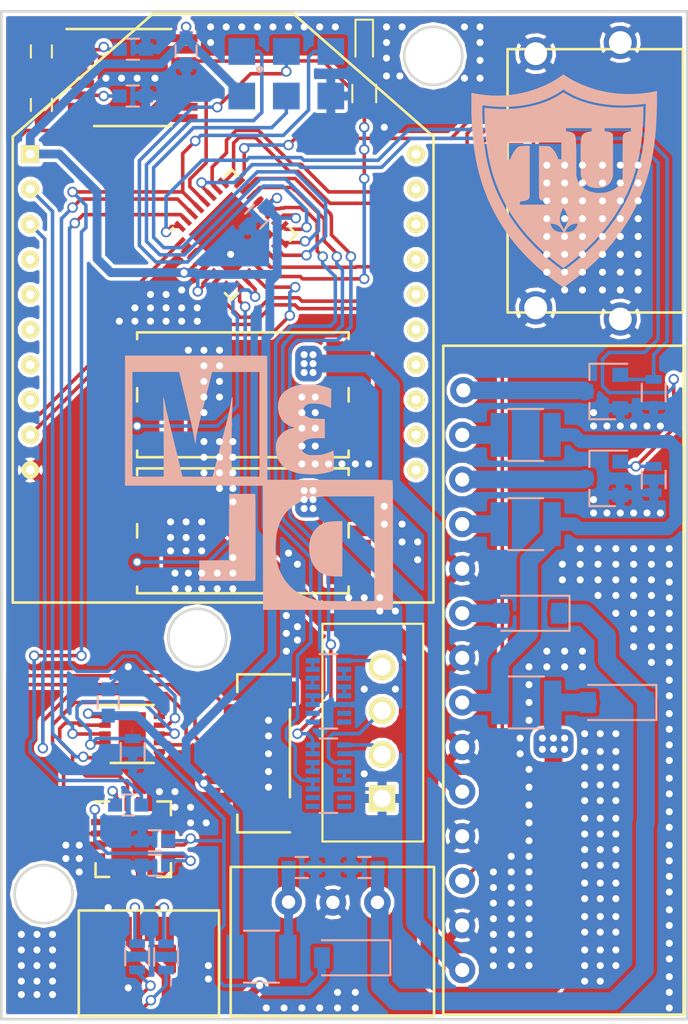
<source format=kicad_pcb>
(kicad_pcb (version 4) (host pcbnew 4.0.5+dfsg1-4)
  (title_block (title "Aerostat Control PCB") (date 2017-10-20) (rev C) (company 3MDL))
  (layers (0 F.Cu signal) (31 B.Cu signal) (34 B.Paste user) (35 F.Paste user) (36 B.SilkS user) (37 F.SilkS user) (38 B.Mask user) (39 F.Mask user) (44 Edge.Cuts user))
  (net 0 "")
  (net 1 GND)
  (net 2 AVR_RST)
  (net 3 +12C)
  (net 4 +3V3)
  (net 5 MOSI)
  (net 6 MISO)
  (net 7 SCK)
  (net 8 RX_AVR)
  (net 9 TX_AVR)
  (net 10 "Net-(U2-Pad4)")
  (net 11 "Net-(U2-Pad5)")
  (net 12 "Net-(U2-Pad11)")
  (net 13 "Net-(U2-Pad12)")
  (net 14 "Net-(U2-Pad14)")
  (net 15 TAKE_PICTURE)
  (net 16 SELECT)
  (net 17 SCROLL_DOWN)
  (net 18 uMCA_IDLE)
  (net 19 uMCA_BUSY)
  (net 20 SCROLL_UP)
  (net 21 GPS_PWR_CTRL)
  (net 22 BAL_1)
  (net 23 BAL_2)
  (net 24 BAL_3)
  (net 25 BAL_1%2)
  (net 26 BAL_2%4)
  (net 27 BAL_3%6)
  (net 28 /Control/D1-)
  (net 29 /Control/D1+)
  (net 30 /Control/D2-)
  (net 31 /Control/D2+)
  (net 32 PI_PWR)
  (net 33 FPV_PWR)
  (net 34 uMCA_PWR)
  (net 35 XBEE_SLEEP)
  (net 36 RX_FTDI)
  (net 37 TX_FTDI)
  (net 38 "Net-(P1-Pad4)")
  (net 39 "Net-(P4-Pad1)")
  (net 40 "Net-(P4-Pad6)")
  (net 41 uMCA_RX)
  (net 42 uMCA_TX)
  (net 43 "Net-(P4-Pad11)")
  (net 44 "Net-(P4-Pad16)")
  (net 45 "Net-(P4-Pad14)")
  (net 46 VIDEO_OUT)
  (net 47 "Net-(P4-Pad17)")
  (net 48 "Net-(P4-Pad18)")
  (net 49 "Net-(P4-Pad19)")
  (net 50 VCC_FPV)
  (net 51 VCC_uMCA)
  (net 52 TX_XBEE)
  (net 53 RX_XBEE)
  (net 54 "Net-(U9-Pad5)")
  (net 55 V_USB)
  (net 56 +9V)
  (net 57 "Net-(C8-Pad1)")
  (net 58 "Net-(C2-Pad1)")
  (net 59 "Net-(C4-Pad2)")
  (net 60 "Net-(C6-Pad1)")
  (net 61 "Net-(C7-Pad1)")
  (net 62 "Net-(C8-Pad2)")
  (net 63 "Net-(C9-Pad2)")
  (net 64 "Net-(C9-Pad1)")
  (net 65 "Net-(C11-Pad2)")
  (net 66 "Net-(C12-Pad2)")
  (net 67 "Net-(D1-Pad2)")
  (net 68 11.1V_IN)
  (net 69 "Net-(F3-Pad1)")
  (net 70 "Net-(F4-Pad1)")
  (net 71 MOSFET_A_OUT)
  (net 72 MOSFET_B_OUT)
  (net 73 MOSFET_A)
  (net 74 MOSFET_B)
  (net 75 "Net-(R4-Pad2)")
  (net 76 "Net-(R7-Pad8)")
  (net 77 "Net-(R7-Pad9)")
  (net 78 "Net-(R7-Pad4)")
  (net 79 "Net-(R7-Pad7)")
  (net 80 "Net-(R7-Pad13)")
  (net 81 "Net-(R7-Pad10)")
  (net 82 "Net-(R8-Pad15)")
  (net 83 "Net-(R8-Pad8)")
  (net 84 "Net-(R8-Pad9)")
  (net 85 "Net-(R8-Pad2)")
  (net 86 "Net-(R8-Pad4)")
  (net 87 "Net-(R8-Pad7)")
  (net 88 "Net-(R8-Pad13)")
  (net 89 "Net-(R8-Pad10)")
  (net 90 "Net-(U3-Pad14)")
  (net 91 GPS_TX)
  (net 92 "Net-(U8-Pad4)")
  (net 93 "Net-(U8-Pad5)")
  (net 94 "Net-(U8-Pad6)")
  (net 95 "Net-(U8-Pad7)")
  (net 96 "Net-(U8-Pad20)")
  (net 97 "Net-(U8-Pad19)")
  (net 98 "Net-(U8-Pad18)")
  (net 99 "Net-(U8-Pad17)")
  (net 100 "Net-(U8-Pad16)")
  (net 101 "Net-(U8-Pad15)")
  (net 102 "Net-(U8-Pad14)")
  (net 103 "Net-(U8-Pad13)")
  (net 104 "Net-(U8-Pad12)")
  (net 105 "Net-(U8-Pad11)")
  (net 106 "Net-(U9-Pad4)")
  (net 107 "Net-(U10-Pad7)")
  (net 108 "Net-(U10-Pad8)")
  (net 109 "Net-(U10-Pad9)")
  (net 110 "Net-(U10-Pad10)")
  (net 111 "Net-(U10-Pad12)")
  (net 112 "Net-(U10-Pad13)")
  (module "MOD:GND VIA" (layer F.Cu) (at 155.321 69.088)
    (fp_text reference "" (at 0 0) (layer F.SilkS))
    (fp_text value "" (at 0 0) (layer F.SilkS))
    (pad 1 thru_hole circle (at 0 1.27) (size 0.6 0.6) (drill 0.4) (layers *.Cu) (net 1 GND))
  )
  (module "MOD:GND VIA" (layer F.Cu) (at 154.559 69.088)
    (fp_text reference "" (at 0 0) (layer F.SilkS))
    (fp_text value "" (at 0 0) (layer F.SilkS))
    (pad 1 thru_hole circle (at 0 1.27) (size 0.6 0.6) (drill 0.4) (layers *.Cu) (net 1 GND))
  )
  (module "MOD:GND VIA" (layer F.Cu) (at 159.004 69.215)
    (fp_text reference "" (at 0 0) (layer F.SilkS))
    (fp_text value "" (at 0 0) (layer F.SilkS))
    (pad 1 thru_hole circle (at 0 1.27) (size 0.6 0.6) (drill 0.4) (layers *.Cu) (net 1 GND))
  )
  (module "MOD:GND VIA" (layer F.Cu) (at 159.893 69.215)
    (fp_text reference "" (at 0 0) (layer F.SilkS))
    (fp_text value "" (at 0 0) (layer F.SilkS))
    (pad 1 thru_hole circle (at 0 1.27) (size 0.6 0.6) (drill 0.4) (layers *.Cu) (net 1 GND))
  )
  (module "MOD:GND VIA" (layer F.Cu) (at 159.893 68.199)
    (fp_text reference "" (at 0 0) (layer F.SilkS))
    (fp_text value "" (at 0 0) (layer F.SilkS))
    (pad 1 thru_hole circle (at 0 1.27) (size 0.6 0.6) (drill 0.4) (layers *.Cu) (net 1 GND))
  )
  (module "MOD:GND VIA" (layer F.Cu) (at 159.893 67.183)
    (fp_text reference "" (at 0 0) (layer F.SilkS))
    (fp_text value "" (at 0 0) (layer F.SilkS))
    (pad 1 thru_hole circle (at 0 1.27) (size 0.6 0.6) (drill 0.4) (layers *.Cu) (net 1 GND))
  )
  (module "MOD:GND VIA" (layer F.Cu) (at 159.893 66.294)
    (fp_text reference "" (at 0 0) (layer F.SilkS))
    (fp_text value "" (at 0 0) (layer F.SilkS))
    (pad 1 thru_hole circle (at 0 1.27) (size 0.6 0.6) (drill 0.4) (layers *.Cu) (net 1 GND))
  )
  (module "MOD:GND VIA" (layer F.Cu) (at 159.004 66.294)
    (fp_text reference "" (at 0 0) (layer F.SilkS))
    (fp_text value "" (at 0 0) (layer F.SilkS))
    (pad 1 thru_hole circle (at 0 1.27) (size 0.6 0.6) (drill 0.4) (layers *.Cu) (net 1 GND))
  )
  (module "MOD:GND VIA" (layer F.Cu) (at 155.448 66.294)
    (fp_text reference "" (at 0 0) (layer F.SilkS))
    (fp_text value "" (at 0 0) (layer F.SilkS))
    (pad 1 thru_hole circle (at 0 1.27) (size 0.6 0.6) (drill 0.4) (layers *.Cu) (net 1 GND))
  )
  (module "MOD:GND VIA" (layer F.Cu) (at 154.559 68.072)
    (fp_text reference "" (at 0 0) (layer F.SilkS))
    (fp_text value "" (at 0 0) (layer F.SilkS))
    (pad 1 thru_hole circle (at 0 1.27) (size 0.6 0.6) (drill 0.4) (layers *.Cu) (net 1 GND))
  )
  (module "MOD:GND VIA" (layer F.Cu) (at 154.559 67.183)
    (fp_text reference "" (at 0 0) (layer F.SilkS))
    (fp_text value "" (at 0 0) (layer F.SilkS))
    (pad 1 thru_hole circle (at 0 1.27) (size 0.6 0.6) (drill 0.4) (layers *.Cu) (net 1 GND))
  )
  (module "MOD:GND VIA" (layer F.Cu) (at 155.067 104.013)
    (fp_text reference "" (at 0 0) (layer F.SilkS))
    (fp_text value "" (at 0 0) (layer F.SilkS))
    (pad 1 thru_hole circle (at 0 1.27) (size 0.6 0.6) (drill 0.4) (layers *.Cu) (net 1 GND))
  )
  (module "MOD:GND VIA" (layer F.Cu) (at 153.289 108.839)
    (fp_text reference "" (at 0 0) (layer F.SilkS))
    (fp_text value "" (at 0 0) (layer F.SilkS))
    (pad 1 thru_hole circle (at 0 1.27) (size 0.6 0.6) (drill 0.4) (layers *.Cu) (net 1 GND))
  )
  (module "MOD:GND VIA" (layer F.Cu) (at 153.289 104.013)
    (fp_text reference "" (at 0 0) (layer F.SilkS))
    (fp_text value "" (at 0 0) (layer F.SilkS))
    (pad 1 thru_hole circle (at 0 1.27) (size 0.6 0.6) (drill 0.4) (layers *.Cu) (net 1 GND))
  )
  (module "MOD:GND VIA" (layer F.Cu) (at 165.735 102.743)
    (fp_text reference "" (at 0 0) (layer F.SilkS))
    (fp_text value "" (at 0 0) (layer F.SilkS))
    (pad 1 thru_hole circle (at 0 1.27) (size 0.6 0.6) (drill 0.4) (layers *.Cu) (net 1 GND))
  )
  (module "MOD:GND VIA" (layer F.Cu) (at 165.735 101.854)
    (fp_text reference "" (at 0 0) (layer F.SilkS))
    (fp_text value "" (at 0 0) (layer F.SilkS))
    (pad 1 thru_hole circle (at 0 1.27) (size 0.6 0.6) (drill 0.4) (layers *.Cu) (net 1 GND))
  )
  (module "MOD:GND VIA" (layer F.Cu) (at 164.719 101.854)
    (fp_text reference "" (at 0 0) (layer F.SilkS))
    (fp_text value "" (at 0 0) (layer F.SilkS))
    (pad 1 thru_hole circle (at 0 1.27) (size 0.6 0.6) (drill 0.4) (layers *.Cu) (net 1 GND))
  )
  (module "MOD:GND VIA" (layer F.Cu) (at 164.719 102.743)
    (fp_text reference "" (at 0 0) (layer F.SilkS))
    (fp_text value "" (at 0 0) (layer F.SilkS))
    (pad 1 thru_hole circle (at 0 1.27) (size 0.6 0.6) (drill 0.4) (layers *.Cu) (net 1 GND))
  )
  (module "MOD:GND VIA" (layer F.Cu) (at 163.703 101.854)
    (fp_text reference "" (at 0 0) (layer F.SilkS))
    (fp_text value "" (at 0 0) (layer F.SilkS))
    (pad 1 thru_hole circle (at 0 1.27) (size 0.6 0.6) (drill 0.4) (layers *.Cu) (net 1 GND))
  )
  (module "MOD:GND VIA" (layer F.Cu) (at 163.703 102.743)
    (fp_text reference "" (at 0 0) (layer F.SilkS))
    (fp_text value "" (at 0 0) (layer F.SilkS))
    (pad 1 thru_hole circle (at 0 1.27) (size 0.6 0.6) (drill 0.4) (layers *.Cu) (net 1 GND))
  )
  (module "MOD:GND VIA" (layer F.Cu) (at 162.687 102.743)
    (fp_text reference "" (at 0 0) (layer F.SilkS))
    (fp_text value "" (at 0 0) (layer F.SilkS))
    (pad 1 thru_hole circle (at 0 1.27) (size 0.6 0.6) (drill 0.4) (layers *.Cu) (net 1 GND))
  )
  (module "MOD:GND VIA" (layer F.Cu) (at 162.687 103.759)
    (fp_text reference "" (at 0 0) (layer F.SilkS))
    (fp_text value "" (at 0 0) (layer F.SilkS))
    (pad 1 thru_hole circle (at 0 1.27) (size 0.6 0.6) (drill 0.4) (layers *.Cu) (net 1 GND))
  )
  (module "MOD:GND VIA" (layer F.Cu) (at 162.687 104.775)
    (fp_text reference "" (at 0 0) (layer F.SilkS))
    (fp_text value "" (at 0 0) (layer F.SilkS))
    (pad 1 thru_hole circle (at 0 1.27) (size 0.6 0.6) (drill 0.4) (layers *.Cu) (net 1 GND))
  )
  (module "MOD:GND VIA" (layer F.Cu) (at 162.687 105.791)
    (fp_text reference "" (at 0 0) (layer F.SilkS))
    (fp_text value "" (at 0 0) (layer F.SilkS))
    (pad 1 thru_hole circle (at 0 1.27) (size 0.6 0.6) (drill 0.4) (layers *.Cu) (net 1 GND))
  )
  (module "MOD:GND VIA" (layer F.Cu) (at 162.179 106.807)
    (fp_text reference "" (at 0 0) (layer F.SilkS))
    (fp_text value "" (at 0 0) (layer F.SilkS))
    (pad 1 thru_hole circle (at 0 1.27) (size 0.6 0.6) (drill 0.4) (layers *.Cu) (net 1 GND))
  )
  (module "MOD:GND VIA" (layer F.Cu) (at 162.179 107.696)
    (fp_text reference "" (at 0 0) (layer F.SilkS))
    (fp_text value "" (at 0 0) (layer F.SilkS))
    (pad 1 thru_hole circle (at 0 1.27) (size 0.6 0.6) (drill 0.4) (layers *.Cu) (net 1 GND))
  )
  (module "MOD:GND VIA" (layer F.Cu) (at 162.687 108.585)
    (fp_text reference "" (at 0 0) (layer F.SilkS))
    (fp_text value "" (at 0 0) (layer F.SilkS))
    (pad 1 thru_hole circle (at 0 1.27) (size 0.6 0.6) (drill 0.4) (layers *.Cu) (net 1 GND))
  )
  (module "MOD:GND VIA" (layer F.Cu) (at 162.687 109.601)
    (fp_text reference "" (at 0 0) (layer F.SilkS))
    (fp_text value "" (at 0 0) (layer F.SilkS))
    (pad 1 thru_hole circle (at 0 1.27) (size 0.6 0.6) (drill 0.4) (layers *.Cu) (net 1 GND))
  )
  (module "MOD:GND VIA" (layer F.Cu) (at 162.687 110.617)
    (fp_text reference "" (at 0 0) (layer F.SilkS))
    (fp_text value "" (at 0 0) (layer F.SilkS))
    (pad 1 thru_hole circle (at 0 1.27) (size 0.6 0.6) (drill 0.4) (layers *.Cu) (net 1 GND))
  )
  (module "MOD:GND VIA" (layer F.Cu) (at 162.687 111.633)
    (fp_text reference "" (at 0 0) (layer F.SilkS))
    (fp_text value "" (at 0 0) (layer F.SilkS))
    (pad 1 thru_hole circle (at 0 1.27) (size 0.6 0.6) (drill 0.4) (layers *.Cu) (net 1 GND))
  )
  (module "MOD:GND VIA" (layer F.Cu) (at 162.687 112.649)
    (fp_text reference "" (at 0 0) (layer F.SilkS))
    (fp_text value "" (at 0 0) (layer F.SilkS))
    (pad 1 thru_hole circle (at 0 1.27) (size 0.6 0.6) (drill 0.4) (layers *.Cu) (net 1 GND))
  )
  (module "MOD:GND VIA" (layer F.Cu) (at 162.687 113.538)
    (fp_text reference "" (at 0 0) (layer F.SilkS))
    (fp_text value "" (at 0 0) (layer F.SilkS))
    (pad 1 thru_hole circle (at 0 1.27) (size 0.6 0.6) (drill 0.4) (layers *.Cu) (net 1 GND))
  )
  (module "MOD:GND VIA" (layer F.Cu) (at 161.671 113.538)
    (fp_text reference "" (at 0 0) (layer F.SilkS))
    (fp_text value "" (at 0 0) (layer F.SilkS))
    (pad 1 thru_hole circle (at 0 1.27) (size 0.6 0.6) (drill 0.4) (layers *.Cu) (net 1 GND))
  )
  (module "MOD:GND VIA" (layer F.Cu) (at 160.655 114.427)
    (fp_text reference "" (at 0 0) (layer F.SilkS))
    (fp_text value "" (at 0 0) (layer F.SilkS))
    (pad 1 thru_hole circle (at 0 1.27) (size 0.6 0.6) (drill 0.4) (layers *.Cu) (net 1 GND))
  )
  (module "MOD:GND VIA" (layer F.Cu) (at 161.671 114.427)
    (fp_text reference "" (at 0 0) (layer F.SilkS))
    (fp_text value "" (at 0 0) (layer F.SilkS))
    (pad 1 thru_hole circle (at 0 1.27) (size 0.6 0.6) (drill 0.4) (layers *.Cu) (net 1 GND))
  )
  (module "MOD:GND VIA" (layer F.Cu) (at 162.687 114.427)
    (fp_text reference "" (at 0 0) (layer F.SilkS))
    (fp_text value "" (at 0 0) (layer F.SilkS))
    (pad 1 thru_hole circle (at 0 1.27) (size 0.6 0.6) (drill 0.4) (layers *.Cu) (net 1 GND))
  )
  (module "MOD:GND VIA" (layer F.Cu) (at 162.687 115.316)
    (fp_text reference "" (at 0 0) (layer F.SilkS))
    (fp_text value "" (at 0 0) (layer F.SilkS))
    (pad 1 thru_hole circle (at 0 1.27) (size 0.6 0.6) (drill 0.4) (layers *.Cu) (net 1 GND))
  )
  (module "MOD:GND VIA" (layer F.Cu) (at 161.671 115.316)
    (fp_text reference "" (at 0 0) (layer F.SilkS))
    (fp_text value "" (at 0 0) (layer F.SilkS))
    (pad 1 thru_hole circle (at 0 1.27) (size 0.6 0.6) (drill 0.4) (layers *.Cu) (net 1 GND))
  )
  (module "MOD:GND VIA" (layer F.Cu) (at 160.655 115.316)
    (fp_text reference "" (at 0 0) (layer F.SilkS))
    (fp_text value "" (at 0 0) (layer F.SilkS))
    (pad 1 thru_hole circle (at 0 1.27) (size 0.6 0.6) (drill 0.4) (layers *.Cu) (net 1 GND))
  )
  (module "MOD:GND VIA" (layer F.Cu) (at 160.655 116.205)
    (fp_text reference "" (at 0 0) (layer F.SilkS))
    (fp_text value "" (at 0 0) (layer F.SilkS))
    (pad 1 thru_hole circle (at 0 1.27) (size 0.6 0.6) (drill 0.4) (layers *.Cu) (net 1 GND))
  )
  (module "MOD:GND VIA" (layer F.Cu) (at 161.671 116.205)
    (fp_text reference "" (at 0 0) (layer F.SilkS))
    (fp_text value "" (at 0 0) (layer F.SilkS))
    (pad 1 thru_hole circle (at 0 1.27) (size 0.6 0.6) (drill 0.4) (layers *.Cu) (net 1 GND))
  )
  (module "MOD:GND VIA" (layer F.Cu) (at 162.687 116.205)
    (fp_text reference "" (at 0 0) (layer F.SilkS))
    (fp_text value "" (at 0 0) (layer F.SilkS))
    (pad 1 thru_hole circle (at 0 1.27) (size 0.6 0.6) (drill 0.4) (layers *.Cu) (net 1 GND))
  )
  (module "MOD:GND VIA" (layer F.Cu) (at 162.687 117.094)
    (fp_text reference "" (at 0 0) (layer F.SilkS))
    (fp_text value "" (at 0 0) (layer F.SilkS))
    (pad 1 thru_hole circle (at 0 1.27) (size 0.6 0.6) (drill 0.4) (layers *.Cu) (net 1 GND))
  )
  (module "MOD:GND VIA" (layer F.Cu) (at 161.671 117.094)
    (fp_text reference "" (at 0 0) (layer F.SilkS))
    (fp_text value "" (at 0 0) (layer F.SilkS))
    (pad 1 thru_hole circle (at 0 1.27) (size 0.6 0.6) (drill 0.4) (layers *.Cu) (net 1 GND))
  )
  (module "MOD:GND VIA" (layer F.Cu) (at 160.655 117.094)
    (fp_text reference "" (at 0 0) (layer F.SilkS))
    (fp_text value "" (at 0 0) (layer F.SilkS))
    (pad 1 thru_hole circle (at 0 1.27) (size 0.6 0.6) (drill 0.4) (layers *.Cu) (net 1 GND))
  )
  (module "MOD:GND VIA" (layer F.Cu) (at 162.687 117.983)
    (fp_text reference "" (at 0 0) (layer F.SilkS))
    (fp_text value "" (at 0 0) (layer F.SilkS))
    (pad 1 thru_hole circle (at 0 1.27) (size 0.6 0.6) (drill 0.4) (layers *.Cu) (net 1 GND))
  )
  (module "MOD:GND VIA" (layer F.Cu) (at 161.671 117.983)
    (fp_text reference "" (at 0 0) (layer F.SilkS))
    (fp_text value "" (at 0 0) (layer F.SilkS))
    (pad 1 thru_hole circle (at 0 1.27) (size 0.6 0.6) (drill 0.4) (layers *.Cu) (net 1 GND))
  )
  (module "MOD:GND VIA" (layer F.Cu) (at 160.655 117.983)
    (fp_text reference "" (at 0 0) (layer F.SilkS))
    (fp_text value "" (at 0 0) (layer F.SilkS))
    (pad 1 thru_hole circle (at 0 1.27) (size 0.6 0.6) (drill 0.4) (layers *.Cu) (net 1 GND))
  )
  (module "MOD:GND VIA" (layer F.Cu) (at 160.655 118.872)
    (fp_text reference "" (at 0 0) (layer F.SilkS))
    (fp_text value "" (at 0 0) (layer F.SilkS))
    (pad 1 thru_hole circle (at 0 1.27) (size 0.6 0.6) (drill 0.4) (layers *.Cu) (net 1 GND))
  )
  (module "MOD:GND VIA" (layer F.Cu) (at 161.671 118.872)
    (fp_text reference "" (at 0 0) (layer F.SilkS))
    (fp_text value "" (at 0 0) (layer F.SilkS))
    (pad 1 thru_hole circle (at 0 1.27) (size 0.6 0.6) (drill 0.4) (layers *.Cu) (net 1 GND))
  )
  (module "MOD:GND VIA" (layer F.Cu) (at 162.687 118.872)
    (fp_text reference "" (at 0 0) (layer F.SilkS))
    (fp_text value "" (at 0 0) (layer F.SilkS))
    (pad 1 thru_hole circle (at 0 1.27) (size 0.6 0.6) (drill 0.4) (layers *.Cu) (net 1 GND))
  )
  (module "MOD:GND VIA" (layer F.Cu) (at 162.687 119.761)
    (fp_text reference "" (at 0 0) (layer F.SilkS))
    (fp_text value "" (at 0 0) (layer F.SilkS))
    (pad 1 thru_hole circle (at 0 1.27) (size 0.6 0.6) (drill 0.4) (layers *.Cu) (net 1 GND))
  )
  (module "MOD:GND VIA" (layer F.Cu) (at 161.671 119.761)
    (fp_text reference "" (at 0 0) (layer F.SilkS))
    (fp_text value "" (at 0 0) (layer F.SilkS))
    (pad 1 thru_hole circle (at 0 1.27) (size 0.6 0.6) (drill 0.4) (layers *.Cu) (net 1 GND))
  )
  (module "MOD:GND VIA" (layer F.Cu) (at 160.655 119.761)
    (fp_text reference "" (at 0 0) (layer F.SilkS))
    (fp_text value "" (at 0 0) (layer F.SilkS))
    (pad 1 thru_hole circle (at 0 1.27) (size 0.6 0.6) (drill 0.4) (layers *.Cu) (net 1 GND))
  )
  (module "MOD:GND VIA" (layer F.Cu) (at 148.844 100.838)
    (fp_text reference "" (at 0 0) (layer F.SilkS))
    (fp_text value "" (at 0 0) (layer F.SilkS))
    (pad 1 thru_hole circle (at 0 1.27) (size 0.6 0.6) (drill 0.4) (layers *.Cu) (net 1 GND))
  )
  (module "MOD:GND VIA" (layer F.Cu) (at 149.479 96.901)
    (fp_text reference "" (at 0 0) (layer F.SilkS))
    (fp_text value "" (at 0 0) (layer F.SilkS))
    (pad 1 thru_hole circle (at 0 1.27) (size 0.6 0.6) (drill 0.4) (layers *.Cu) (net 1 GND))
  )
  (module "MOD:GND VIA" (layer F.Cu) (at 148.971 96.266)
    (fp_text reference "" (at 0 0) (layer F.SilkS))
    (fp_text value "" (at 0 0) (layer F.SilkS))
    (pad 1 thru_hole circle (at 0 1.27) (size 0.6 0.6) (drill 0.4) (layers *.Cu) (net 1 GND))
  )
  (module "MOD:GND VIA" (layer F.Cu) (at 148.844 101.854)
    (fp_text reference "" (at 0 0) (layer F.SilkS))
    (fp_text value "" (at 0 0) (layer F.SilkS))
    (pad 1 thru_hole circle (at 0 1.27) (size 0.6 0.6) (drill 0.4) (layers *.Cu) (net 1 GND))
  )
  (module "MOD:GND VIA" (layer F.Cu) (at 149.479 101.219)
    (fp_text reference "" (at 0 0) (layer F.SilkS))
    (fp_text value "" (at 0 0) (layer F.SilkS))
    (pad 1 thru_hole circle (at 0 1.27) (size 0.6 0.6) (drill 0.4) (layers *.Cu) (net 1 GND))
  )
  (module "MOD:GND VIA" (layer F.Cu) (at 149.479 100.457)
    (fp_text reference "" (at 0 0) (layer F.SilkS))
    (fp_text value "" (at 0 0) (layer F.SilkS))
    (pad 1 thru_hole circle (at 0 1.27) (size 0.6 0.6) (drill 0.4) (layers *.Cu) (net 1 GND))
  )
  (module "MOD:GND VIA" (layer F.Cu) (at 148.844 99.822)
    (fp_text reference "" (at 0 0) (layer F.SilkS))
    (fp_text value "" (at 0 0) (layer F.SilkS))
    (pad 1 thru_hole circle (at 0 1.27) (size 0.6 0.6) (drill 0.4) (layers *.Cu) (net 1 GND))
  )
  (module "MOD:GND VIA" (layer F.Cu) (at 139.319 83.058)
    (fp_text reference "" (at 0 0) (layer F.SilkS))
    (fp_text value "" (at 0 0) (layer F.SilkS))
    (pad 1 thru_hole circle (at 0 1.27) (size 0.6 0.6) (drill 0.4) (layers *.Cu) (net 1 GND))
  )
  (module "MOD:GND VIA" (layer F.Cu) (at 140.208 82.296)
    (fp_text reference "" (at 0 0) (layer F.SilkS))
    (fp_text value "" (at 0 0) (layer F.SilkS))
    (pad 1 thru_hole circle (at 0 1.27) (size 0.6 0.6) (drill 0.4) (layers *.Cu) (net 1 GND))
  )
  (module "MOD:GND VIA" (layer F.Cu) (at 140.208 83.058)
    (fp_text reference "" (at 0 0) (layer F.SilkS))
    (fp_text value "" (at 0 0) (layer F.SilkS))
    (pad 1 thru_hole circle (at 0 1.27) (size 0.6 0.6) (drill 0.4) (layers *.Cu) (net 1 GND))
  )
  (module "MOD:GND VIA" (layer F.Cu) (at 141.986 81.534)
    (fp_text reference "" (at 0 0) (layer F.SilkS))
    (fp_text value "" (at 0 0) (layer F.SilkS))
    (pad 1 thru_hole circle (at 0 1.27) (size 0.6 0.6) (drill 0.4) (layers *.Cu) (net 1 GND))
  )
  (module "MOD:GND VIA" (layer F.Cu) (at 141.097 81.534)
    (fp_text reference "" (at 0 0) (layer F.SilkS))
    (fp_text value "" (at 0 0) (layer F.SilkS))
    (pad 1 thru_hole circle (at 0 1.27) (size 0.6 0.6) (drill 0.4) (layers *.Cu) (net 1 GND))
  )
  (module "MOD:GND VIA" (layer F.Cu) (at 141.097 82.296)
    (fp_text reference "" (at 0 0) (layer F.SilkS))
    (fp_text value "" (at 0 0) (layer F.SilkS))
    (pad 1 thru_hole circle (at 0 1.27) (size 0.6 0.6) (drill 0.4) (layers *.Cu) (net 1 GND))
  )
  (module "MOD:GND VIA" (layer F.Cu) (at 141.097 83.058)
    (fp_text reference "" (at 0 0) (layer F.SilkS))
    (fp_text value "" (at 0 0) (layer F.SilkS))
    (pad 1 thru_hole circle (at 0 1.27) (size 0.6 0.6) (drill 0.4) (layers *.Cu) (net 1 GND))
  )
  (module "MOD:GND VIA" (layer F.Cu) (at 141.986 83.058)
    (fp_text reference "" (at 0 0) (layer F.SilkS))
    (fp_text value "" (at 0 0) (layer F.SilkS))
    (pad 1 thru_hole circle (at 0 1.27) (size 0.6 0.6) (drill 0.4) (layers *.Cu) (net 1 GND))
  )
  (module "MOD:GND VIA" (layer F.Cu) (at 141.986 82.296)
    (fp_text reference "" (at 0 0) (layer F.SilkS))
    (fp_text value "" (at 0 0) (layer F.SilkS))
    (pad 1 thru_hole circle (at 0 1.27) (size 0.6 0.6) (drill 0.4) (layers *.Cu) (net 1 GND))
  )
  (module "MOD:GND VIA" (layer F.Cu) (at 142.875 82.296)
    (fp_text reference "" (at 0 0) (layer F.SilkS))
    (fp_text value "" (at 0 0) (layer F.SilkS))
    (pad 1 thru_hole circle (at 0 1.27) (size 0.6 0.6) (drill 0.4) (layers *.Cu) (net 1 GND))
  )
  (module "MOD:GND VIA" (layer F.Cu) (at 142.875 83.058)
    (fp_text reference "" (at 0 0) (layer F.SilkS))
    (fp_text value "" (at 0 0) (layer F.SilkS))
    (pad 1 thru_hole circle (at 0 1.27) (size 0.6 0.6) (drill 0.4) (layers *.Cu) (net 1 GND))
  )
  (module "MOD:GND VIA" (layer F.Cu) (at 143.764 83.058)
    (fp_text reference "" (at 0 0) (layer F.SilkS))
    (fp_text value "" (at 0 0) (layer F.SilkS))
    (pad 1 thru_hole circle (at 0 1.27) (size 0.6 0.6) (drill 0.4) (layers *.Cu) (net 1 GND))
  )
  (module "MOD:GND VIA" (layer F.Cu) (at 143.764 82.296)
    (fp_text reference "" (at 0 0) (layer F.SilkS))
    (fp_text value "" (at 0 0) (layer F.SilkS))
    (pad 1 thru_hole circle (at 0 1.27) (size 0.6 0.6) (drill 0.4) (layers *.Cu) (net 1 GND))
  )
  (module "MOD:GND VIA" (layer F.Cu) (at 164.719 81.28)
    (fp_text reference "" (at 0 0) (layer F.SilkS))
    (fp_text value "" (at 0 0) (layer F.SilkS))
    (pad 1 thru_hole circle (at 0 1.27) (size 0.6 0.6) (drill 0.4) (layers *.Cu) (net 1 GND))
  )
  (module "MOD:GND VIA" (layer F.Cu) (at 163.703 80.264)
    (fp_text reference "" (at 0 0) (layer F.SilkS))
    (fp_text value "" (at 0 0) (layer F.SilkS))
    (pad 1 thru_hole circle (at 0 1.27) (size 0.6 0.6) (drill 0.4) (layers *.Cu) (net 1 GND))
  )
  (module "MOD:GND VIA" (layer F.Cu) (at 164.719 80.264)
    (fp_text reference "" (at 0 0) (layer F.SilkS))
    (fp_text value "" (at 0 0) (layer F.SilkS))
    (pad 1 thru_hole circle (at 0 1.27) (size 0.6 0.6) (drill 0.4) (layers *.Cu) (net 1 GND))
  )
  (module "MOD:GND VIA" (layer F.Cu) (at 163.703 79.248)
    (fp_text reference "" (at 0 0) (layer F.SilkS))
    (fp_text value "" (at 0 0) (layer F.SilkS))
    (pad 1 thru_hole circle (at 0 1.27) (size 0.6 0.6) (drill 0.4) (layers *.Cu) (net 1 GND))
  )
  (module "MOD:GND VIA" (layer F.Cu) (at 164.719 79.248)
    (fp_text reference "" (at 0 0) (layer F.SilkS))
    (fp_text value "" (at 0 0) (layer F.SilkS))
    (pad 1 thru_hole circle (at 0 1.27) (size 0.6 0.6) (drill 0.4) (layers *.Cu) (net 1 GND))
  )
  (module "MOD:GND VIA" (layer F.Cu) (at 163.703 78.232)
    (fp_text reference "" (at 0 0) (layer F.SilkS))
    (fp_text value "" (at 0 0) (layer F.SilkS))
    (pad 1 thru_hole circle (at 0 1.27) (size 0.6 0.6) (drill 0.4) (layers *.Cu) (net 1 GND))
  )
  (module "MOD:GND VIA" (layer F.Cu) (at 164.719 78.232)
    (fp_text reference "" (at 0 0) (layer F.SilkS))
    (fp_text value "" (at 0 0) (layer F.SilkS))
    (pad 1 thru_hole circle (at 0 1.27) (size 0.6 0.6) (drill 0.4) (layers *.Cu) (net 1 GND))
  )
  (module "MOD:GND VIA" (layer F.Cu) (at 165.735 81.28)
    (fp_text reference "" (at 0 0) (layer F.SilkS))
    (fp_text value "" (at 0 0) (layer F.SilkS))
    (pad 1 thru_hole circle (at 0 1.27) (size 0.6 0.6) (drill 0.4) (layers *.Cu) (net 1 GND))
  )
  (module "MOD:GND VIA" (layer F.Cu) (at 165.735 80.264)
    (fp_text reference "" (at 0 0) (layer F.SilkS))
    (fp_text value "" (at 0 0) (layer F.SilkS))
    (pad 1 thru_hole circle (at 0 1.27) (size 0.6 0.6) (drill 0.4) (layers *.Cu) (net 1 GND))
  )
  (module "MOD:GND VIA" (layer F.Cu) (at 165.735 79.248)
    (fp_text reference "" (at 0 0) (layer F.SilkS))
    (fp_text value "" (at 0 0) (layer F.SilkS))
    (pad 1 thru_hole circle (at 0 1.27) (size 0.6 0.6) (drill 0.4) (layers *.Cu) (net 1 GND))
  )
  (module "MOD:GND VIA" (layer F.Cu) (at 165.735 78.232)
    (fp_text reference "" (at 0 0) (layer F.SilkS))
    (fp_text value "" (at 0 0) (layer F.SilkS))
    (pad 1 thru_hole circle (at 0 1.27) (size 0.6 0.6) (drill 0.4) (layers *.Cu) (net 1 GND))
  )
  (module "MOD:GND VIA" (layer F.Cu) (at 166.878 81.28)
    (fp_text reference "" (at 0 0) (layer F.SilkS))
    (fp_text value "" (at 0 0) (layer F.SilkS))
    (pad 1 thru_hole circle (at 0 1.27) (size 0.6 0.6) (drill 0.4) (layers *.Cu) (net 1 GND))
  )
  (module "MOD:GND VIA" (layer F.Cu) (at 166.878 80.264)
    (fp_text reference "" (at 0 0) (layer F.SilkS))
    (fp_text value "" (at 0 0) (layer F.SilkS))
    (pad 1 thru_hole circle (at 0 1.27) (size 0.6 0.6) (drill 0.4) (layers *.Cu) (net 1 GND))
  )
  (module "MOD:GND VIA" (layer F.Cu) (at 166.878 79.248)
    (fp_text reference "" (at 0 0) (layer F.SilkS))
    (fp_text value "" (at 0 0) (layer F.SilkS))
    (pad 1 thru_hole circle (at 0 1.27) (size 0.6 0.6) (drill 0.4) (layers *.Cu) (net 1 GND))
  )
  (module "MOD:GND VIA" (layer F.Cu) (at 166.878 78.232)
    (fp_text reference "" (at 0 0) (layer F.SilkS))
    (fp_text value "" (at 0 0) (layer F.SilkS))
    (pad 1 thru_hole circle (at 0 1.27) (size 0.6 0.6) (drill 0.4) (layers *.Cu) (net 1 GND))
  )
  (module "MOD:GND VIA" (layer F.Cu) (at 167.894 81.28)
    (fp_text reference "" (at 0 0) (layer F.SilkS))
    (fp_text value "" (at 0 0) (layer F.SilkS))
    (pad 1 thru_hole circle (at 0 1.27) (size 0.6 0.6) (drill 0.4) (layers *.Cu) (net 1 GND))
  )
  (module "MOD:GND VIA" (layer F.Cu) (at 167.894 80.264)
    (fp_text reference "" (at 0 0) (layer F.SilkS))
    (fp_text value "" (at 0 0) (layer F.SilkS))
    (pad 1 thru_hole circle (at 0 1.27) (size 0.6 0.6) (drill 0.4) (layers *.Cu) (net 1 GND))
  )
  (module "MOD:GND VIA" (layer F.Cu) (at 167.894 79.248)
    (fp_text reference "" (at 0 0) (layer F.SilkS))
    (fp_text value "" (at 0 0) (layer F.SilkS))
    (pad 1 thru_hole circle (at 0 1.27) (size 0.6 0.6) (drill 0.4) (layers *.Cu) (net 1 GND))
  )
  (module "MOD:GND VIA" (layer F.Cu) (at 167.894 78.232)
    (fp_text reference "" (at 0 0) (layer F.SilkS))
    (fp_text value "" (at 0 0) (layer F.SilkS))
    (pad 1 thru_hole circle (at 0 1.27) (size 0.6 0.6) (drill 0.4) (layers *.Cu) (net 1 GND))
  )
  (module "MOD:GND VIA" (layer F.Cu) (at 163.703 77.216)
    (fp_text reference "" (at 0 0) (layer F.SilkS))
    (fp_text value "" (at 0 0) (layer F.SilkS))
    (pad 1 thru_hole circle (at 0 1.27) (size 0.6 0.6) (drill 0.4) (layers *.Cu) (net 1 GND))
  )
  (module "MOD:GND VIA" (layer F.Cu) (at 164.719 77.216)
    (fp_text reference "" (at 0 0) (layer F.SilkS))
    (fp_text value "" (at 0 0) (layer F.SilkS))
    (pad 1 thru_hole circle (at 0 1.27) (size 0.6 0.6) (drill 0.4) (layers *.Cu) (net 1 GND))
  )
  (module "MOD:GND VIA" (layer F.Cu) (at 165.735 77.216)
    (fp_text reference "" (at 0 0) (layer F.SilkS))
    (fp_text value "" (at 0 0) (layer F.SilkS))
    (pad 1 thru_hole circle (at 0 1.27) (size 0.6 0.6) (drill 0.4) (layers *.Cu) (net 1 GND))
  )
  (module "MOD:GND VIA" (layer F.Cu) (at 166.878 77.216)
    (fp_text reference "" (at 0 0) (layer F.SilkS))
    (fp_text value "" (at 0 0) (layer F.SilkS))
    (pad 1 thru_hole circle (at 0 1.27) (size 0.6 0.6) (drill 0.4) (layers *.Cu) (net 1 GND))
  )
  (module "MOD:GND VIA" (layer F.Cu) (at 167.894 77.216)
    (fp_text reference "" (at 0 0) (layer F.SilkS))
    (fp_text value "" (at 0 0) (layer F.SilkS))
    (pad 1 thru_hole circle (at 0 1.27) (size 0.6 0.6) (drill 0.4) (layers *.Cu) (net 1 GND))
  )
  (module "MOD:GND VIA" (layer F.Cu) (at 163.703 76.2)
    (fp_text reference "" (at 0 0) (layer F.SilkS))
    (fp_text value "" (at 0 0) (layer F.SilkS))
    (pad 1 thru_hole circle (at 0 1.27) (size 0.6 0.6) (drill 0.4) (layers *.Cu) (net 1 GND))
  )
  (module "MOD:GND VIA" (layer F.Cu) (at 164.719 76.2)
    (fp_text reference "" (at 0 0) (layer F.SilkS))
    (fp_text value "" (at 0 0) (layer F.SilkS))
    (pad 1 thru_hole circle (at 0 1.27) (size 0.6 0.6) (drill 0.4) (layers *.Cu) (net 1 GND))
  )
  (module "MOD:GND VIA" (layer F.Cu) (at 165.735 76.2)
    (fp_text reference "" (at 0 0) (layer F.SilkS))
    (fp_text value "" (at 0 0) (layer F.SilkS))
    (pad 1 thru_hole circle (at 0 1.27) (size 0.6 0.6) (drill 0.4) (layers *.Cu) (net 1 GND))
  )
  (module "MOD:GND VIA" (layer F.Cu) (at 166.878 76.2)
    (fp_text reference "" (at 0 0) (layer F.SilkS))
    (fp_text value "" (at 0 0) (layer F.SilkS))
    (pad 1 thru_hole circle (at 0 1.27) (size 0.6 0.6) (drill 0.4) (layers *.Cu) (net 1 GND))
  )
  (module "MOD:GND VIA" (layer F.Cu) (at 167.894 76.2)
    (fp_text reference "" (at 0 0) (layer F.SilkS))
    (fp_text value "" (at 0 0) (layer F.SilkS))
    (pad 1 thru_hole circle (at 0 1.27) (size 0.6 0.6) (drill 0.4) (layers *.Cu) (net 1 GND))
  )
  (module "MOD:GND VIA" (layer F.Cu) (at 163.703 75.184)
    (fp_text reference "" (at 0 0) (layer F.SilkS))
    (fp_text value "" (at 0 0) (layer F.SilkS))
    (pad 1 thru_hole circle (at 0 1.27) (size 0.6 0.6) (drill 0.4) (layers *.Cu) (net 1 GND))
  )
  (module "MOD:GND VIA" (layer F.Cu) (at 164.719 75.184)
    (fp_text reference "" (at 0 0) (layer F.SilkS))
    (fp_text value "" (at 0 0) (layer F.SilkS))
    (pad 1 thru_hole circle (at 0 1.27) (size 0.6 0.6) (drill 0.4) (layers *.Cu) (net 1 GND))
  )
  (module "MOD:GND VIA" (layer F.Cu) (at 165.735 75.184)
    (fp_text reference "" (at 0 0) (layer F.SilkS))
    (fp_text value "" (at 0 0) (layer F.SilkS))
    (pad 1 thru_hole circle (at 0 1.27) (size 0.6 0.6) (drill 0.4) (layers *.Cu) (net 1 GND))
  )
  (module "MOD:GND VIA" (layer F.Cu) (at 166.878 75.184)
    (fp_text reference "" (at 0 0) (layer F.SilkS))
    (fp_text value "" (at 0 0) (layer F.SilkS))
    (pad 1 thru_hole circle (at 0 1.27) (size 0.6 0.6) (drill 0.4) (layers *.Cu) (net 1 GND))
  )
  (module "MOD:GND VIA" (layer F.Cu) (at 167.894 75.184)
    (fp_text reference "" (at 0 0) (layer F.SilkS))
    (fp_text value "" (at 0 0) (layer F.SilkS))
    (pad 1 thru_hole circle (at 0 1.27) (size 0.6 0.6) (drill 0.4) (layers *.Cu) (net 1 GND))
  )
  (module "MOD:GND VIA" (layer F.Cu) (at 163.703 74.168)
    (fp_text reference "" (at 0 0) (layer F.SilkS))
    (fp_text value "" (at 0 0) (layer F.SilkS))
    (pad 1 thru_hole circle (at 0 1.27) (size 0.6 0.6) (drill 0.4) (layers *.Cu) (net 1 GND))
  )
  (module "MOD:GND VIA" (layer F.Cu) (at 164.719 74.168)
    (fp_text reference "" (at 0 0) (layer F.SilkS))
    (fp_text value "" (at 0 0) (layer F.SilkS))
    (pad 1 thru_hole circle (at 0 1.27) (size 0.6 0.6) (drill 0.4) (layers *.Cu) (net 1 GND))
  )
  (module "MOD:GND VIA" (layer F.Cu) (at 165.735 74.168)
    (fp_text reference "" (at 0 0) (layer F.SilkS))
    (fp_text value "" (at 0 0) (layer F.SilkS))
    (pad 1 thru_hole circle (at 0 1.27) (size 0.6 0.6) (drill 0.4) (layers *.Cu) (net 1 GND))
  )
  (module "MOD:GND VIA" (layer F.Cu) (at 166.878 74.168)
    (fp_text reference "" (at 0 0) (layer F.SilkS))
    (fp_text value "" (at 0 0) (layer F.SilkS))
    (pad 1 thru_hole circle (at 0 1.27) (size 0.6 0.6) (drill 0.4) (layers *.Cu) (net 1 GND))
  )
  (module "MOD:GND VIA" (layer F.Cu) (at 167.894 74.168)
    (fp_text reference "" (at 0 0) (layer F.SilkS))
    (fp_text value "" (at 0 0) (layer F.SilkS))
    (pad 1 thru_hole circle (at 0 1.27) (size 0.6 0.6) (drill 0.4) (layers *.Cu) (net 1 GND))
  )
  (module "MOD:GND VIA" (layer F.Cu) (at 168.91 74.168)
    (fp_text reference "" (at 0 0) (layer F.SilkS))
    (fp_text value "" (at 0 0) (layer F.SilkS))
    (pad 1 thru_hole circle (at 0 1.27) (size 0.6 0.6) (drill 0.4) (layers *.Cu) (net 1 GND))
  )
  (module "MOD:GND VIA" (layer F.Cu) (at 168.91 75.184)
    (fp_text reference "" (at 0 0) (layer F.SilkS))
    (fp_text value "" (at 0 0) (layer F.SilkS))
    (pad 1 thru_hole circle (at 0 1.27) (size 0.6 0.6) (drill 0.4) (layers *.Cu) (net 1 GND))
  )
  (module "MOD:GND VIA" (layer F.Cu) (at 168.91 76.2)
    (fp_text reference "" (at 0 0) (layer F.SilkS))
    (fp_text value "" (at 0 0) (layer F.SilkS))
    (pad 1 thru_hole circle (at 0 1.27) (size 0.6 0.6) (drill 0.4) (layers *.Cu) (net 1 GND))
  )
  (module "MOD:GND VIA" (layer F.Cu) (at 168.91 77.216)
    (fp_text reference "" (at 0 0) (layer F.SilkS))
    (fp_text value "" (at 0 0) (layer F.SilkS))
    (pad 1 thru_hole circle (at 0 1.27) (size 0.6 0.6) (drill 0.4) (layers *.Cu) (net 1 GND))
  )
  (module "MOD:GND VIA" (layer F.Cu) (at 168.91 78.232)
    (fp_text reference "" (at 0 0) (layer F.SilkS))
    (fp_text value "" (at 0 0) (layer F.SilkS))
    (pad 1 thru_hole circle (at 0 1.27) (size 0.6 0.6) (drill 0.4) (layers *.Cu) (net 1 GND))
  )
  (module "MOD:GND VIA" (layer F.Cu) (at 168.91 79.248)
    (fp_text reference "" (at 0 0) (layer F.SilkS))
    (fp_text value "" (at 0 0) (layer F.SilkS))
    (pad 1 thru_hole circle (at 0 1.27) (size 0.6 0.6) (drill 0.4) (layers *.Cu) (net 1 GND))
  )
  (module "MOD:GND VIA" (layer F.Cu) (at 168.91 80.264)
    (fp_text reference "" (at 0 0) (layer F.SilkS))
    (fp_text value "" (at 0 0) (layer F.SilkS))
    (pad 1 thru_hole circle (at 0 1.27) (size 0.6 0.6) (drill 0.4) (layers *.Cu) (net 1 GND))
  )
  (module "MOD:GND VIA" (layer F.Cu) (at 168.91 81.28)
    (fp_text reference "" (at 0 0) (layer F.SilkS))
    (fp_text value "" (at 0 0) (layer F.SilkS))
    (pad 1 thru_hole circle (at 0 1.27) (size 0.6 0.6) (drill 0.4) (layers *.Cu) (net 1 GND))
  )
  (module "MOD:GND VIA" (layer F.Cu) (at 169.672 102.489)
    (fp_text reference "" (at 0 0) (layer F.SilkS))
    (fp_text value "" (at 0 0) (layer F.SilkS))
    (pad 1 thru_hole circle (at 0 1.27) (size 0.6 0.6) (drill 0.4) (layers *.Cu) (net 1 GND))
  )
  (module "MOD:GND VIA" (layer F.Cu) (at 168.656 101.6)
    (fp_text reference "" (at 0 0) (layer F.SilkS))
    (fp_text value "" (at 0 0) (layer F.SilkS))
    (pad 1 thru_hole circle (at 0 1.27) (size 0.6 0.6) (drill 0.4) (layers *.Cu) (net 1 GND))
  )
  (module "MOD:GND VIA" (layer F.Cu) (at 169.672 101.6)
    (fp_text reference "" (at 0 0) (layer F.SilkS))
    (fp_text value "" (at 0 0) (layer F.SilkS))
    (pad 1 thru_hole circle (at 0 1.27) (size 0.6 0.6) (drill 0.4) (layers *.Cu) (net 1 GND))
  )
  (module "MOD:GND VIA" (layer F.Cu) (at 168.656 100.584)
    (fp_text reference "" (at 0 0) (layer F.SilkS))
    (fp_text value "" (at 0 0) (layer F.SilkS))
    (pad 1 thru_hole circle (at 0 1.27) (size 0.6 0.6) (drill 0.4) (layers *.Cu) (net 1 GND))
  )
  (module "MOD:GND VIA" (layer F.Cu) (at 169.672 100.584)
    (fp_text reference "" (at 0 0) (layer F.SilkS))
    (fp_text value "" (at 0 0) (layer F.SilkS))
    (pad 1 thru_hole circle (at 0 1.27) (size 0.6 0.6) (drill 0.4) (layers *.Cu) (net 1 GND))
  )
  (module "MOD:GND VIA" (layer F.Cu) (at 167.64 99.695)
    (fp_text reference "" (at 0 0) (layer F.SilkS))
    (fp_text value "" (at 0 0) (layer F.SilkS))
    (pad 1 thru_hole circle (at 0 1.27) (size 0.6 0.6) (drill 0.4) (layers *.Cu) (net 1 GND))
  )
  (module "MOD:GND VIA" (layer F.Cu) (at 168.656 99.695)
    (fp_text reference "" (at 0 0) (layer F.SilkS))
    (fp_text value "" (at 0 0) (layer F.SilkS))
    (pad 1 thru_hole circle (at 0 1.27) (size 0.6 0.6) (drill 0.4) (layers *.Cu) (net 1 GND))
  )
  (module "MOD:GND VIA" (layer F.Cu) (at 169.672 99.695)
    (fp_text reference "" (at 0 0) (layer F.SilkS))
    (fp_text value "" (at 0 0) (layer F.SilkS))
    (pad 1 thru_hole circle (at 0 1.27) (size 0.6 0.6) (drill 0.4) (layers *.Cu) (net 1 GND))
  )
  (module "MOD:GND VIA" (layer F.Cu) (at 166.624 98.679)
    (fp_text reference "" (at 0 0) (layer F.SilkS))
    (fp_text value "" (at 0 0) (layer F.SilkS))
    (pad 1 thru_hole circle (at 0 1.27) (size 0.6 0.6) (drill 0.4) (layers *.Cu) (net 1 GND))
  )
  (module "MOD:GND VIA" (layer F.Cu) (at 167.64 98.679)
    (fp_text reference "" (at 0 0) (layer F.SilkS))
    (fp_text value "" (at 0 0) (layer F.SilkS))
    (pad 1 thru_hole circle (at 0 1.27) (size 0.6 0.6) (drill 0.4) (layers *.Cu) (net 1 GND))
  )
  (module "MOD:GND VIA" (layer F.Cu) (at 168.656 98.679)
    (fp_text reference "" (at 0 0) (layer F.SilkS))
    (fp_text value "" (at 0 0) (layer F.SilkS))
    (pad 1 thru_hole circle (at 0 1.27) (size 0.6 0.6) (drill 0.4) (layers *.Cu) (net 1 GND))
  )
  (module "MOD:GND VIA" (layer F.Cu) (at 169.672 98.679)
    (fp_text reference "" (at 0 0) (layer F.SilkS))
    (fp_text value "" (at 0 0) (layer F.SilkS))
    (pad 1 thru_hole circle (at 0 1.27) (size 0.6 0.6) (drill 0.4) (layers *.Cu) (net 1 GND))
  )
  (module "MOD:GND VIA" (layer F.Cu) (at 169.672 97.79)
    (fp_text reference "" (at 0 0) (layer F.SilkS))
    (fp_text value "" (at 0 0) (layer F.SilkS))
    (pad 1 thru_hole circle (at 0 1.27) (size 0.6 0.6) (drill 0.4) (layers *.Cu) (net 1 GND))
  )
  (module "MOD:GND VIA" (layer F.Cu) (at 168.656 97.79)
    (fp_text reference "" (at 0 0) (layer F.SilkS))
    (fp_text value "" (at 0 0) (layer F.SilkS))
    (pad 1 thru_hole circle (at 0 1.27) (size 0.6 0.6) (drill 0.4) (layers *.Cu) (net 1 GND))
  )
  (module "MOD:GND VIA" (layer F.Cu) (at 167.64 97.79)
    (fp_text reference "" (at 0 0) (layer F.SilkS))
    (fp_text value "" (at 0 0) (layer F.SilkS))
    (pad 1 thru_hole circle (at 0 1.27) (size 0.6 0.6) (drill 0.4) (layers *.Cu) (net 1 GND))
  )
  (module "MOD:GND VIA" (layer F.Cu) (at 166.624 97.79)
    (fp_text reference "" (at 0 0) (layer F.SilkS))
    (fp_text value "" (at 0 0) (layer F.SilkS))
    (pad 1 thru_hole circle (at 0 1.27) (size 0.6 0.6) (drill 0.4) (layers *.Cu) (net 1 GND))
  )
  (module "MOD:GND VIA" (layer F.Cu) (at 165.608 97.79)
    (fp_text reference "" (at 0 0) (layer F.SilkS))
    (fp_text value "" (at 0 0) (layer F.SilkS))
    (pad 1 thru_hole circle (at 0 1.27) (size 0.6 0.6) (drill 0.4) (layers *.Cu) (net 1 GND))
  )
  (module "MOD:GND VIA" (layer F.Cu) (at 164.592 97.79)
    (fp_text reference "" (at 0 0) (layer F.SilkS))
    (fp_text value "" (at 0 0) (layer F.SilkS))
    (pad 1 thru_hole circle (at 0 1.27) (size 0.6 0.6) (drill 0.4) (layers *.Cu) (net 1 GND))
  )
  (module "MOD:GND VIA" (layer F.Cu) (at 164.592 96.901)
    (fp_text reference "" (at 0 0) (layer F.SilkS))
    (fp_text value "" (at 0 0) (layer F.SilkS))
    (pad 1 thru_hole circle (at 0 1.27) (size 0.6 0.6) (drill 0.4) (layers *.Cu) (net 1 GND))
  )
  (module "MOD:GND VIA" (layer F.Cu) (at 165.608 96.901)
    (fp_text reference "" (at 0 0) (layer F.SilkS))
    (fp_text value "" (at 0 0) (layer F.SilkS))
    (pad 1 thru_hole circle (at 0 1.27) (size 0.6 0.6) (drill 0.4) (layers *.Cu) (net 1 GND))
  )
  (module "MOD:GND VIA" (layer F.Cu) (at 166.624 96.901)
    (fp_text reference "" (at 0 0) (layer F.SilkS))
    (fp_text value "" (at 0 0) (layer F.SilkS))
    (pad 1 thru_hole circle (at 0 1.27) (size 0.6 0.6) (drill 0.4) (layers *.Cu) (net 1 GND))
  )
  (module "MOD:GND VIA" (layer F.Cu) (at 167.64 96.901)
    (fp_text reference "" (at 0 0) (layer F.SilkS))
    (fp_text value "" (at 0 0) (layer F.SilkS))
    (pad 1 thru_hole circle (at 0 1.27) (size 0.6 0.6) (drill 0.4) (layers *.Cu) (net 1 GND))
  )
  (module "MOD:GND VIA" (layer F.Cu) (at 168.656 96.901)
    (fp_text reference "" (at 0 0) (layer F.SilkS))
    (fp_text value "" (at 0 0) (layer F.SilkS))
    (pad 1 thru_hole circle (at 0 1.27) (size 0.6 0.6) (drill 0.4) (layers *.Cu) (net 1 GND))
  )
  (module "MOD:GND VIA" (layer F.Cu) (at 169.672 96.901)
    (fp_text reference "" (at 0 0) (layer F.SilkS))
    (fp_text value "" (at 0 0) (layer F.SilkS))
    (pad 1 thru_hole circle (at 0 1.27) (size 0.6 0.6) (drill 0.4) (layers *.Cu) (net 1 GND))
  )
  (module "MOD:GND VIA" (layer F.Cu) (at 165.608 96.012)
    (fp_text reference "" (at 0 0) (layer F.SilkS))
    (fp_text value "" (at 0 0) (layer F.SilkS))
    (pad 1 thru_hole circle (at 0 1.27) (size 0.6 0.6) (drill 0.4) (layers *.Cu) (net 1 GND))
  )
  (module "MOD:GND VIA" (layer F.Cu) (at 166.624 96.012)
    (fp_text reference "" (at 0 0) (layer F.SilkS))
    (fp_text value "" (at 0 0) (layer F.SilkS))
    (pad 1 thru_hole circle (at 0 1.27) (size 0.6 0.6) (drill 0.4) (layers *.Cu) (net 1 GND))
  )
  (module "MOD:GND VIA" (layer F.Cu) (at 167.64 96.012)
    (fp_text reference "" (at 0 0) (layer F.SilkS))
    (fp_text value "" (at 0 0) (layer F.SilkS))
    (pad 1 thru_hole circle (at 0 1.27) (size 0.6 0.6) (drill 0.4) (layers *.Cu) (net 1 GND))
  )
  (module "MOD:GND VIA" (layer F.Cu) (at 168.656 96.012)
    (fp_text reference "" (at 0 0) (layer F.SilkS))
    (fp_text value "" (at 0 0) (layer F.SilkS))
    (pad 1 thru_hole circle (at 0 1.27) (size 0.6 0.6) (drill 0.4) (layers *.Cu) (net 1 GND))
  )
  (module "MOD:GND VIA" (layer F.Cu) (at 169.672 96.012)
    (fp_text reference "" (at 0 0) (layer F.SilkS))
    (fp_text value "" (at 0 0) (layer F.SilkS))
    (pad 1 thru_hole circle (at 0 1.27) (size 0.6 0.6) (drill 0.4) (layers *.Cu) (net 1 GND))
  )
  (module "MOD:GND VIA" (layer F.Cu) (at 147.828 105.791)
    (fp_text reference "" (at 0 0) (layer F.SilkS))
    (fp_text value "" (at 0 0) (layer F.SilkS))
    (pad 1 thru_hole circle (at 0 1.27) (size 0.6 0.6) (drill 0.4) (layers *.Cu) (net 1 GND))
  )
  (module "MOD:GND VIA" (layer F.Cu) (at 147.828 106.68)
    (fp_text reference "" (at 0 0) (layer F.SilkS))
    (fp_text value "" (at 0 0) (layer F.SilkS))
    (pad 1 thru_hole circle (at 0 1.27) (size 0.6 0.6) (drill 0.4) (layers *.Cu) (net 1 GND))
  )
  (module "MOD:GND VIA" (layer F.Cu) (at 147.828 107.696)
    (fp_text reference "" (at 0 0) (layer F.SilkS))
    (fp_text value "" (at 0 0) (layer F.SilkS))
    (pad 1 thru_hole circle (at 0 1.27) (size 0.6 0.6) (drill 0.4) (layers *.Cu) (net 1 GND))
  )
  (module "MOD:GND VIA" (layer F.Cu) (at 147.828 108.712)
    (fp_text reference "" (at 0 0) (layer F.SilkS))
    (fp_text value "" (at 0 0) (layer F.SilkS))
    (pad 1 thru_hole circle (at 0 1.27) (size 0.6 0.6) (drill 0.4) (layers *.Cu) (net 1 GND))
  )
  (module "MOD:GND VIA" (layer F.Cu) (at 147.828 109.601)
    (fp_text reference "" (at 0 0) (layer F.SilkS))
    (fp_text value "" (at 0 0) (layer F.SilkS))
    (pad 1 thru_hole circle (at 0 1.27) (size 0.6 0.6) (drill 0.4) (layers *.Cu) (net 1 GND))
  )
  (module "MOD:GND VIA" (layer F.Cu) (at 151.765 121.285)
    (fp_text reference "" (at 0 0) (layer F.SilkS))
    (fp_text value "" (at 0 0) (layer F.SilkS))
    (pad 1 thru_hole circle (at 0 1.27) (size 0.6 0.6) (drill 0.4) (layers *.Cu) (net 1 GND))
  )
  (module "MOD:GND VIA" (layer F.Cu) (at 152.781 121.285)
    (fp_text reference "" (at 0 0) (layer F.SilkS))
    (fp_text value "" (at 0 0) (layer F.SilkS))
    (pad 1 thru_hole circle (at 0 1.27) (size 0.6 0.6) (drill 0.4) (layers *.Cu) (net 1 GND))
  )
  (module "MOD:GND VIA" (layer F.Cu) (at 152.781 122.174)
    (fp_text reference "" (at 0 0) (layer F.SilkS))
    (fp_text value "" (at 0 0) (layer F.SilkS))
    (pad 1 thru_hole circle (at 0 1.27) (size 0.6 0.6) (drill 0.4) (layers *.Cu) (net 1 GND))
  )
  (module "MOD:GND VIA" (layer F.Cu) (at 151.765 122.174)
    (fp_text reference "" (at 0 0) (layer F.SilkS))
    (fp_text value "" (at 0 0) (layer F.SilkS))
    (pad 1 thru_hole circle (at 0 1.27) (size 0.6 0.6) (drill 0.4) (layers *.Cu) (net 1 GND))
  )
  (module "MOD:GND VIA" (layer F.Cu) (at 150.749 122.174)
    (fp_text reference "" (at 0 0) (layer F.SilkS))
    (fp_text value "" (at 0 0) (layer F.SilkS))
    (pad 1 thru_hole circle (at 0 1.27) (size 0.6 0.6) (drill 0.4) (layers *.Cu) (net 1 GND))
  )
  (module "MOD:GND VIA" (layer F.Cu) (at 149.733 122.174)
    (fp_text reference "" (at 0 0) (layer F.SilkS))
    (fp_text value "" (at 0 0) (layer F.SilkS))
    (pad 1 thru_hole circle (at 0 1.27) (size 0.6 0.6) (drill 0.4) (layers *.Cu) (net 1 GND))
  )
  (module "MOD:GND VIA" (layer F.Cu) (at 148.717 122.174)
    (fp_text reference "" (at 0 0) (layer F.SilkS))
    (fp_text value "" (at 0 0) (layer F.SilkS))
    (pad 1 thru_hole circle (at 0 1.27) (size 0.6 0.6) (drill 0.4) (layers *.Cu) (net 1 GND))
  )
  (module "MOD:GND VIA" (layer F.Cu) (at 147.701 122.174)
    (fp_text reference "" (at 0 0) (layer F.SilkS))
    (fp_text value "" (at 0 0) (layer F.SilkS))
    (pad 1 thru_hole circle (at 0 1.27) (size 0.6 0.6) (drill 0.4) (layers *.Cu) (net 1 GND))
  )
  (module "MOD:GND VIA" (layer F.Cu) (at 133.731 121.412)
    (fp_text reference "" (at 0 0) (layer F.SilkS))
    (fp_text value "" (at 0 0) (layer F.SilkS))
    (pad 1 thru_hole circle (at 0 1.27) (size 0.6 0.6) (drill 0.4) (layers *.Cu) (net 1 GND))
  )
  (module "MOD:GND VIA" (layer F.Cu) (at 134.62 121.412)
    (fp_text reference "" (at 0 0) (layer F.SilkS))
    (fp_text value "" (at 0 0) (layer F.SilkS))
    (pad 1 thru_hole circle (at 0 1.27) (size 0.6 0.6) (drill 0.4) (layers *.Cu) (net 1 GND))
  )
  (module "MOD:GND VIA" (layer F.Cu) (at 135.509 121.412)
    (fp_text reference "" (at 0 0) (layer F.SilkS))
    (fp_text value "" (at 0 0) (layer F.SilkS))
    (pad 1 thru_hole circle (at 0 1.27) (size 0.6 0.6) (drill 0.4) (layers *.Cu) (net 1 GND))
  )
  (module "MOD:GND VIA" (layer F.Cu) (at 133.731 120.65)
    (fp_text reference "" (at 0 0) (layer F.SilkS))
    (fp_text value "" (at 0 0) (layer F.SilkS))
    (pad 1 thru_hole circle (at 0 1.27) (size 0.6 0.6) (drill 0.4) (layers *.Cu) (net 1 GND))
  )
  (module "MOD:GND VIA" (layer F.Cu) (at 133.731 119.761)
    (fp_text reference "" (at 0 0) (layer F.SilkS))
    (fp_text value "" (at 0 0) (layer F.SilkS))
    (pad 1 thru_hole circle (at 0 1.27) (size 0.6 0.6) (drill 0.4) (layers *.Cu) (net 1 GND))
  )
  (module "MOD:GND VIA" (layer F.Cu) (at 135.509 120.65)
    (fp_text reference "" (at 0 0) (layer F.SilkS))
    (fp_text value "" (at 0 0) (layer F.SilkS))
    (pad 1 thru_hole circle (at 0 1.27) (size 0.6 0.6) (drill 0.4) (layers *.Cu) (net 1 GND))
  )
  (module "MOD:GND VIA" (layer F.Cu) (at 134.62 120.65)
    (fp_text reference "" (at 0 0) (layer F.SilkS))
    (fp_text value "" (at 0 0) (layer F.SilkS))
    (pad 1 thru_hole circle (at 0 1.27) (size 0.6 0.6) (drill 0.4) (layers *.Cu) (net 1 GND))
  )
  (module "MOD:GND VIA" (layer F.Cu) (at 134.62 119.761)
    (fp_text reference "" (at 0 0) (layer F.SilkS))
    (fp_text value "" (at 0 0) (layer F.SilkS))
    (pad 1 thru_hole circle (at 0 1.27) (size 0.6 0.6) (drill 0.4) (layers *.Cu) (net 1 GND))
  )
  (module "MOD:GND VIA" (layer F.Cu) (at 135.509 119.761)
    (fp_text reference "" (at 0 0) (layer F.SilkS))
    (fp_text value "" (at 0 0) (layer F.SilkS))
    (pad 1 thru_hole circle (at 0 1.27) (size 0.6 0.6) (drill 0.4) (layers *.Cu) (net 1 GND))
  )
  (module "MOD:GND VIA" (layer F.Cu) (at 133.731 118.872)
    (fp_text reference "" (at 0 0) (layer F.SilkS))
    (fp_text value "" (at 0 0) (layer F.SilkS))
    (pad 1 thru_hole circle (at 0 1.27) (size 0.6 0.6) (drill 0.4) (layers *.Cu) (net 1 GND))
  )
  (module "MOD:GND VIA" (layer F.Cu) (at 134.62 118.872)
    (fp_text reference "" (at 0 0) (layer F.SilkS))
    (fp_text value "" (at 0 0) (layer F.SilkS))
    (pad 1 thru_hole circle (at 0 1.27) (size 0.6 0.6) (drill 0.4) (layers *.Cu) (net 1 GND))
  )
  (module "MOD:GND VIA" (layer F.Cu) (at 135.509 118.872)
    (fp_text reference "" (at 0 0) (layer F.SilkS))
    (fp_text value "" (at 0 0) (layer F.SilkS))
    (pad 1 thru_hole circle (at 0 1.27) (size 0.6 0.6) (drill 0.4) (layers *.Cu) (net 1 GND))
  )
  (module "MOD:GND VIA" (layer F.Cu) (at 135.509 117.983)
    (fp_text reference "" (at 0 0) (layer F.SilkS))
    (fp_text value "" (at 0 0) (layer F.SilkS))
    (pad 1 thru_hole circle (at 0 1.27) (size 0.6 0.6) (drill 0.4) (layers *.Cu) (net 1 GND))
  )
  (module "MOD:GND VIA" (layer F.Cu) (at 134.62 117.983)
    (fp_text reference "" (at 0 0) (layer F.SilkS))
    (fp_text value "" (at 0 0) (layer F.SilkS))
    (pad 1 thru_hole circle (at 0 1.27) (size 0.6 0.6) (drill 0.4) (layers *.Cu) (net 1 GND))
  )
  (module "MOD:GND VIA" (layer F.Cu) (at 133.731 117.983)
    (fp_text reference "" (at 0 0) (layer F.SilkS))
    (fp_text value "" (at 0 0) (layer F.SilkS))
    (pad 1 thru_hole circle (at 0 1.27) (size 0.6 0.6) (drill 0.4) (layers *.Cu) (net 1 GND))
  )
  (module "MOD:GND VIA" (layer F.Cu) (at 167.64 110.363)
    (fp_text reference "" (at 0 0) (layer F.SilkS))
    (fp_text value "" (at 0 0) (layer F.SilkS))
    (pad 1 thru_hole circle (at 0 1.27) (size 0.6 0.6) (drill 0.4) (layers *.Cu) (net 1 GND))
  )
  (module "MOD:GND VIA" (layer F.Cu) (at 167.64 114.046)
    (fp_text reference "" (at 0 0) (layer F.SilkS))
    (fp_text value "" (at 0 0) (layer F.SilkS))
    (pad 1 thru_hole circle (at 0 1.27) (size 0.6 0.6) (drill 0.4) (layers *.Cu) (net 1 GND))
  )
  (module "MOD:GND VIA" (layer F.Cu) (at 167.64 112.268)
    (fp_text reference "" (at 0 0) (layer F.SilkS))
    (fp_text value "" (at 0 0) (layer F.SilkS))
    (pad 1 thru_hole circle (at 0 1.27) (size 0.6 0.6) (drill 0.4) (layers *.Cu) (net 1 GND))
  )
  (module "MOD:GND VIA" (layer F.Cu) (at 167.64 111.379)
    (fp_text reference "" (at 0 0) (layer F.SilkS))
    (fp_text value "" (at 0 0) (layer F.SilkS))
    (pad 1 thru_hole circle (at 0 1.27) (size 0.6 0.6) (drill 0.4) (layers *.Cu) (net 1 GND))
  )
  (module "MOD:GND VIA" (layer F.Cu) (at 167.64 113.157)
    (fp_text reference "" (at 0 0) (layer F.SilkS))
    (fp_text value "" (at 0 0) (layer F.SilkS))
    (pad 1 thru_hole circle (at 0 1.27) (size 0.6 0.6) (drill 0.4) (layers *.Cu) (net 1 GND))
  )
  (module "MOD:GND VIA" (layer F.Cu) (at 167.64 107.569)
    (fp_text reference "" (at 0 0) (layer F.SilkS))
    (fp_text value "" (at 0 0) (layer F.SilkS))
    (pad 1 thru_hole circle (at 0 1.27) (size 0.6 0.6) (drill 0.4) (layers *.Cu) (net 1 GND))
  )
  (module "MOD:GND VIA" (layer F.Cu) (at 167.64 106.553)
    (fp_text reference "" (at 0 0) (layer F.SilkS))
    (fp_text value "" (at 0 0) (layer F.SilkS))
    (pad 1 thru_hole circle (at 0 1.27) (size 0.6 0.6) (drill 0.4) (layers *.Cu) (net 1 GND))
  )
  (module "MOD:GND VIA" (layer F.Cu) (at 167.64 109.474)
    (fp_text reference "" (at 0 0) (layer F.SilkS))
    (fp_text value "" (at 0 0) (layer F.SilkS))
    (pad 1 thru_hole circle (at 0 1.27) (size 0.6 0.6) (drill 0.4) (layers *.Cu) (net 1 GND))
  )
  (module "MOD:GND VIA" (layer F.Cu) (at 167.64 108.458)
    (fp_text reference "" (at 0 0) (layer F.SilkS))
    (fp_text value "" (at 0 0) (layer F.SilkS))
    (pad 1 thru_hole circle (at 0 1.27) (size 0.6 0.6) (drill 0.4) (layers *.Cu) (net 1 GND))
  )
  (module "MOD:GND VIA" (layer F.Cu) (at 167.64 117.856)
    (fp_text reference "" (at 0 0) (layer F.SilkS))
    (fp_text value "" (at 0 0) (layer F.SilkS))
    (pad 1 thru_hole circle (at 0 1.27) (size 0.6 0.6) (drill 0.4) (layers *.Cu) (net 1 GND))
  )
  (module "MOD:GND VIA" (layer F.Cu) (at 167.64 116.967)
    (fp_text reference "" (at 0 0) (layer F.SilkS))
    (fp_text value "" (at 0 0) (layer F.SilkS))
    (pad 1 thru_hole circle (at 0 1.27) (size 0.6 0.6) (drill 0.4) (layers *.Cu) (net 1 GND))
  )
  (module "MOD:GND VIA" (layer F.Cu) (at 167.64 118.872)
    (fp_text reference "" (at 0 0) (layer F.SilkS))
    (fp_text value "" (at 0 0) (layer F.SilkS))
    (pad 1 thru_hole circle (at 0 1.27) (size 0.6 0.6) (drill 0.4) (layers *.Cu) (net 1 GND))
  )
  (module "MOD:GND VIA" (layer F.Cu) (at 167.64 115.062)
    (fp_text reference "" (at 0 0) (layer F.SilkS))
    (fp_text value "" (at 0 0) (layer F.SilkS))
    (pad 1 thru_hole circle (at 0 1.27) (size 0.6 0.6) (drill 0.4) (layers *.Cu) (net 1 GND))
  )
  (module "MOD:GND VIA" (layer F.Cu) (at 167.64 115.951)
    (fp_text reference "" (at 0 0) (layer F.SilkS))
    (fp_text value "" (at 0 0) (layer F.SilkS))
    (pad 1 thru_hole circle (at 0 1.27) (size 0.6 0.6) (drill 0.4) (layers *.Cu) (net 1 GND))
  )
  (module "MOD:GND VIA" (layer F.Cu) (at 167.64 119.761)
    (fp_text reference "" (at 0 0) (layer F.SilkS))
    (fp_text value "" (at 0 0) (layer F.SilkS))
    (pad 1 thru_hole circle (at 0 1.27) (size 0.6 0.6) (drill 0.4) (layers *.Cu) (net 1 GND))
  )
  (module "MOD:GND VIA" (layer F.Cu) (at 166.751 110.363)
    (fp_text reference "" (at 0 0) (layer F.SilkS))
    (fp_text value "" (at 0 0) (layer F.SilkS))
    (pad 1 thru_hole circle (at 0 1.27) (size 0.6 0.6) (drill 0.4) (layers *.Cu) (net 1 GND))
  )
  (module "MOD:GND VIA" (layer F.Cu) (at 166.751 114.046)
    (fp_text reference "" (at 0 0) (layer F.SilkS))
    (fp_text value "" (at 0 0) (layer F.SilkS))
    (pad 1 thru_hole circle (at 0 1.27) (size 0.6 0.6) (drill 0.4) (layers *.Cu) (net 1 GND))
  )
  (module "MOD:GND VIA" (layer F.Cu) (at 166.751 112.268)
    (fp_text reference "" (at 0 0) (layer F.SilkS))
    (fp_text value "" (at 0 0) (layer F.SilkS))
    (pad 1 thru_hole circle (at 0 1.27) (size 0.6 0.6) (drill 0.4) (layers *.Cu) (net 1 GND))
  )
  (module "MOD:GND VIA" (layer F.Cu) (at 166.751 111.379)
    (fp_text reference "" (at 0 0) (layer F.SilkS))
    (fp_text value "" (at 0 0) (layer F.SilkS))
    (pad 1 thru_hole circle (at 0 1.27) (size 0.6 0.6) (drill 0.4) (layers *.Cu) (net 1 GND))
  )
  (module "MOD:GND VIA" (layer F.Cu) (at 166.751 113.157)
    (fp_text reference "" (at 0 0) (layer F.SilkS))
    (fp_text value "" (at 0 0) (layer F.SilkS))
    (pad 1 thru_hole circle (at 0 1.27) (size 0.6 0.6) (drill 0.4) (layers *.Cu) (net 1 GND))
  )
  (module "MOD:GND VIA" (layer F.Cu) (at 166.751 107.569)
    (fp_text reference "" (at 0 0) (layer F.SilkS))
    (fp_text value "" (at 0 0) (layer F.SilkS))
    (pad 1 thru_hole circle (at 0 1.27) (size 0.6 0.6) (drill 0.4) (layers *.Cu) (net 1 GND))
  )
  (module "MOD:GND VIA" (layer F.Cu) (at 166.751 106.553)
    (fp_text reference "" (at 0 0) (layer F.SilkS))
    (fp_text value "" (at 0 0) (layer F.SilkS))
    (pad 1 thru_hole circle (at 0 1.27) (size 0.6 0.6) (drill 0.4) (layers *.Cu) (net 1 GND))
  )
  (module "MOD:GND VIA" (layer F.Cu) (at 166.751 109.474)
    (fp_text reference "" (at 0 0) (layer F.SilkS))
    (fp_text value "" (at 0 0) (layer F.SilkS))
    (pad 1 thru_hole circle (at 0 1.27) (size 0.6 0.6) (drill 0.4) (layers *.Cu) (net 1 GND))
  )
  (module "MOD:GND VIA" (layer F.Cu) (at 166.751 108.458)
    (fp_text reference "" (at 0 0) (layer F.SilkS))
    (fp_text value "" (at 0 0) (layer F.SilkS))
    (pad 1 thru_hole circle (at 0 1.27) (size 0.6 0.6) (drill 0.4) (layers *.Cu) (net 1 GND))
  )
  (module "MOD:GND VIA" (layer F.Cu) (at 166.751 117.856)
    (fp_text reference "" (at 0 0) (layer F.SilkS))
    (fp_text value "" (at 0 0) (layer F.SilkS))
    (pad 1 thru_hole circle (at 0 1.27) (size 0.6 0.6) (drill 0.4) (layers *.Cu) (net 1 GND))
  )
  (module "MOD:GND VIA" (layer F.Cu) (at 166.751 116.967)
    (fp_text reference "" (at 0 0) (layer F.SilkS))
    (fp_text value "" (at 0 0) (layer F.SilkS))
    (pad 1 thru_hole circle (at 0 1.27) (size 0.6 0.6) (drill 0.4) (layers *.Cu) (net 1 GND))
  )
  (module "MOD:GND VIA" (layer F.Cu) (at 166.751 118.872)
    (fp_text reference "" (at 0 0) (layer F.SilkS))
    (fp_text value "" (at 0 0) (layer F.SilkS))
    (pad 1 thru_hole circle (at 0 1.27) (size 0.6 0.6) (drill 0.4) (layers *.Cu) (net 1 GND))
  )
  (module "MOD:GND VIA" (layer F.Cu) (at 166.751 115.062)
    (fp_text reference "" (at 0 0) (layer F.SilkS))
    (fp_text value "" (at 0 0) (layer F.SilkS))
    (pad 1 thru_hole circle (at 0 1.27) (size 0.6 0.6) (drill 0.4) (layers *.Cu) (net 1 GND))
  )
  (module "MOD:GND VIA" (layer F.Cu) (at 166.751 115.951)
    (fp_text reference "" (at 0 0) (layer F.SilkS))
    (fp_text value "" (at 0 0) (layer F.SilkS))
    (pad 1 thru_hole circle (at 0 1.27) (size 0.6 0.6) (drill 0.4) (layers *.Cu) (net 1 GND))
  )
  (module "MOD:GND VIA" (layer F.Cu) (at 166.751 119.761)
    (fp_text reference "" (at 0 0) (layer F.SilkS))
    (fp_text value "" (at 0 0) (layer F.SilkS))
    (pad 1 thru_hole circle (at 0 1.27) (size 0.6 0.6) (drill 0.4) (layers *.Cu) (net 1 GND))
  )
  (module "MOD:GND VIA" (layer F.Cu) (at 166.751 120.65)
    (fp_text reference "" (at 0 0) (layer F.SilkS))
    (fp_text value "" (at 0 0) (layer F.SilkS))
    (pad 1 thru_hole circle (at 0 1.27) (size 0.6 0.6) (drill 0.4) (layers *.Cu) (net 1 GND))
  )
  (module "MOD:GND VIA" (layer F.Cu) (at 165.862 110.363)
    (fp_text reference "" (at 0 0) (layer F.SilkS))
    (fp_text value "" (at 0 0) (layer F.SilkS))
    (pad 1 thru_hole circle (at 0 1.27) (size 0.6 0.6) (drill 0.4) (layers *.Cu) (net 1 GND))
  )
  (module "MOD:GND VIA" (layer F.Cu) (at 165.862 114.046)
    (fp_text reference "" (at 0 0) (layer F.SilkS))
    (fp_text value "" (at 0 0) (layer F.SilkS))
    (pad 1 thru_hole circle (at 0 1.27) (size 0.6 0.6) (drill 0.4) (layers *.Cu) (net 1 GND))
  )
  (module "MOD:GND VIA" (layer F.Cu) (at 165.862 112.268)
    (fp_text reference "" (at 0 0) (layer F.SilkS))
    (fp_text value "" (at 0 0) (layer F.SilkS))
    (pad 1 thru_hole circle (at 0 1.27) (size 0.6 0.6) (drill 0.4) (layers *.Cu) (net 1 GND))
  )
  (module "MOD:GND VIA" (layer F.Cu) (at 165.862 111.379)
    (fp_text reference "" (at 0 0) (layer F.SilkS))
    (fp_text value "" (at 0 0) (layer F.SilkS))
    (pad 1 thru_hole circle (at 0 1.27) (size 0.6 0.6) (drill 0.4) (layers *.Cu) (net 1 GND))
  )
  (module "MOD:GND VIA" (layer F.Cu) (at 165.862 113.157)
    (fp_text reference "" (at 0 0) (layer F.SilkS))
    (fp_text value "" (at 0 0) (layer F.SilkS))
    (pad 1 thru_hole circle (at 0 1.27) (size 0.6 0.6) (drill 0.4) (layers *.Cu) (net 1 GND))
  )
  (module "MOD:GND VIA" (layer F.Cu) (at 165.862 107.569)
    (fp_text reference "" (at 0 0) (layer F.SilkS))
    (fp_text value "" (at 0 0) (layer F.SilkS))
    (pad 1 thru_hole circle (at 0 1.27) (size 0.6 0.6) (drill 0.4) (layers *.Cu) (net 1 GND))
  )
  (module "MOD:GND VIA" (layer F.Cu) (at 165.862 106.553)
    (fp_text reference "" (at 0 0) (layer F.SilkS))
    (fp_text value "" (at 0 0) (layer F.SilkS))
    (pad 1 thru_hole circle (at 0 1.27) (size 0.6 0.6) (drill 0.4) (layers *.Cu) (net 1 GND))
  )
  (module "MOD:GND VIA" (layer F.Cu) (at 165.862 109.474)
    (fp_text reference "" (at 0 0) (layer F.SilkS))
    (fp_text value "" (at 0 0) (layer F.SilkS))
    (pad 1 thru_hole circle (at 0 1.27) (size 0.6 0.6) (drill 0.4) (layers *.Cu) (net 1 GND))
  )
  (module "MOD:GND VIA" (layer F.Cu) (at 165.862 108.458)
    (fp_text reference "" (at 0 0) (layer F.SilkS))
    (fp_text value "" (at 0 0) (layer F.SilkS))
    (pad 1 thru_hole circle (at 0 1.27) (size 0.6 0.6) (drill 0.4) (layers *.Cu) (net 1 GND))
  )
  (module "MOD:GND VIA" (layer F.Cu) (at 165.862 117.856)
    (fp_text reference "" (at 0 0) (layer F.SilkS))
    (fp_text value "" (at 0 0) (layer F.SilkS))
    (pad 1 thru_hole circle (at 0 1.27) (size 0.6 0.6) (drill 0.4) (layers *.Cu) (net 1 GND))
  )
  (module "MOD:GND VIA" (layer F.Cu) (at 165.862 116.967)
    (fp_text reference "" (at 0 0) (layer F.SilkS))
    (fp_text value "" (at 0 0) (layer F.SilkS))
    (pad 1 thru_hole circle (at 0 1.27) (size 0.6 0.6) (drill 0.4) (layers *.Cu) (net 1 GND))
  )
  (module "MOD:GND VIA" (layer F.Cu) (at 165.862 118.872)
    (fp_text reference "" (at 0 0) (layer F.SilkS))
    (fp_text value "" (at 0 0) (layer F.SilkS))
    (pad 1 thru_hole circle (at 0 1.27) (size 0.6 0.6) (drill 0.4) (layers *.Cu) (net 1 GND))
  )
  (module "MOD:GND VIA" (layer F.Cu) (at 165.862 115.062)
    (fp_text reference "" (at 0 0) (layer F.SilkS))
    (fp_text value "" (at 0 0) (layer F.SilkS))
    (pad 1 thru_hole circle (at 0 1.27) (size 0.6 0.6) (drill 0.4) (layers *.Cu) (net 1 GND))
  )
  (module "MOD:GND VIA" (layer F.Cu) (at 165.862 115.951)
    (fp_text reference "" (at 0 0) (layer F.SilkS))
    (fp_text value "" (at 0 0) (layer F.SilkS))
    (pad 1 thru_hole circle (at 0 1.27) (size 0.6 0.6) (drill 0.4) (layers *.Cu) (net 1 GND))
  )
  (module "MOD:GND VIA" (layer F.Cu) (at 165.862 119.761)
    (fp_text reference "" (at 0 0) (layer F.SilkS))
    (fp_text value "" (at 0 0) (layer F.SilkS))
    (pad 1 thru_hole circle (at 0 1.27) (size 0.6 0.6) (drill 0.4) (layers *.Cu) (net 1 GND))
  )
  (module "MOD:GND VIA" (layer F.Cu) (at 165.862 120.65)
    (fp_text reference "" (at 0 0) (layer F.SilkS))
    (fp_text value "" (at 0 0) (layer F.SilkS))
    (pad 1 thru_hole circle (at 0 1.27) (size 0.6 0.6) (drill 0.4) (layers *.Cu) (net 1 GND))
  )
  (module "MOD:GND VIA" (layer F.Cu) (at 170.688 102.489)
    (fp_text reference "" (at 0 0) (layer F.SilkS))
    (fp_text value "" (at 0 0) (layer F.SilkS))
    (pad 1 thru_hole circle (at 0 1.27) (size 0.6 0.6) (drill 0.4) (layers *.Cu) (net 1 GND))
  )
  (module "MOD:GND VIA" (layer F.Cu) (at 170.688 101.6)
    (fp_text reference "" (at 0 0) (layer F.SilkS))
    (fp_text value "" (at 0 0) (layer F.SilkS))
    (pad 1 thru_hole circle (at 0 1.27) (size 0.6 0.6) (drill 0.4) (layers *.Cu) (net 1 GND))
  )
  (module "MOD:GND VIA" (layer F.Cu) (at 170.688 104.394)
    (fp_text reference "" (at 0 0) (layer F.SilkS))
    (fp_text value "" (at 0 0) (layer F.SilkS))
    (pad 1 thru_hole circle (at 0 1.27) (size 0.6 0.6) (drill 0.4) (layers *.Cu) (net 1 GND))
  )
  (module "MOD:GND VIA" (layer F.Cu) (at 170.688 103.505)
    (fp_text reference "" (at 0 0) (layer F.SilkS))
    (fp_text value "" (at 0 0) (layer F.SilkS))
    (pad 1 thru_hole circle (at 0 1.27) (size 0.6 0.6) (drill 0.4) (layers *.Cu) (net 1 GND))
  )
  (module "MOD:GND VIA" (layer F.Cu) (at 170.688 105.41)
    (fp_text reference "" (at 0 0) (layer F.SilkS))
    (fp_text value "" (at 0 0) (layer F.SilkS))
    (pad 1 thru_hole circle (at 0 1.27) (size 0.6 0.6) (drill 0.4) (layers *.Cu) (net 1 GND))
  )
  (module "MOD:GND VIA" (layer F.Cu) (at 170.688 106.299)
    (fp_text reference "" (at 0 0) (layer F.SilkS))
    (fp_text value "" (at 0 0) (layer F.SilkS))
    (pad 1 thru_hole circle (at 0 1.27) (size 0.6 0.6) (drill 0.4) (layers *.Cu) (net 1 GND))
  )
  (module "MOD:GND VIA" (layer F.Cu) (at 170.688 109.093)
    (fp_text reference "" (at 0 0) (layer F.SilkS))
    (fp_text value "" (at 0 0) (layer F.SilkS))
    (pad 1 thru_hole circle (at 0 1.27) (size 0.6 0.6) (drill 0.4) (layers *.Cu) (net 1 GND))
  )
  (module "MOD:GND VIA" (layer F.Cu) (at 170.688 107.188)
    (fp_text reference "" (at 0 0) (layer F.SilkS))
    (fp_text value "" (at 0 0) (layer F.SilkS))
    (pad 1 thru_hole circle (at 0 1.27) (size 0.6 0.6) (drill 0.4) (layers *.Cu) (net 1 GND))
  )
  (module "MOD:GND VIA" (layer F.Cu) (at 170.688 108.077)
    (fp_text reference "" (at 0 0) (layer F.SilkS))
    (fp_text value "" (at 0 0) (layer F.SilkS))
    (pad 1 thru_hole circle (at 0 1.27) (size 0.6 0.6) (drill 0.4) (layers *.Cu) (net 1 GND))
  )
  (module "MOD:GND VIA" (layer F.Cu) (at 170.688 109.982)
    (fp_text reference "" (at 0 0) (layer F.SilkS))
    (fp_text value "" (at 0 0) (layer F.SilkS))
    (pad 1 thru_hole circle (at 0 1.27) (size 0.6 0.6) (drill 0.4) (layers *.Cu) (net 1 GND))
  )
  (module "MOD:GND VIA" (layer F.Cu) (at 170.688 96.901)
    (fp_text reference "" (at 0 0) (layer F.SilkS))
    (fp_text value "" (at 0 0) (layer F.SilkS))
    (pad 1 thru_hole circle (at 0 1.27) (size 0.6 0.6) (drill 0.4) (layers *.Cu) (net 1 GND))
  )
  (module "MOD:GND VIA" (layer F.Cu) (at 170.688 97.917)
    (fp_text reference "" (at 0 0) (layer F.SilkS))
    (fp_text value "" (at 0 0) (layer F.SilkS))
    (pad 1 thru_hole circle (at 0 1.27) (size 0.6 0.6) (drill 0.4) (layers *.Cu) (net 1 GND))
  )
  (module "MOD:GND VIA" (layer F.Cu) (at 170.688 99.695)
    (fp_text reference "" (at 0 0) (layer F.SilkS))
    (fp_text value "" (at 0 0) (layer F.SilkS))
    (pad 1 thru_hole circle (at 0 1.27) (size 0.6 0.6) (drill 0.4) (layers *.Cu) (net 1 GND))
  )
  (module "MOD:GND VIA" (layer F.Cu) (at 170.688 96.012)
    (fp_text reference "" (at 0 0) (layer F.SilkS))
    (fp_text value "" (at 0 0) (layer F.SilkS))
    (pad 1 thru_hole circle (at 0 1.27) (size 0.6 0.6) (drill 0.4) (layers *.Cu) (net 1 GND))
  )
  (module "MOD:GND VIA" (layer F.Cu) (at 170.688 100.584)
    (fp_text reference "" (at 0 0) (layer F.SilkS))
    (fp_text value "" (at 0 0) (layer F.SilkS))
    (pad 1 thru_hole circle (at 0 1.27) (size 0.6 0.6) (drill 0.4) (layers *.Cu) (net 1 GND))
  )
  (module "MOD:GND VIA" (layer F.Cu) (at 170.688 98.806)
    (fp_text reference "" (at 0 0) (layer F.SilkS))
    (fp_text value "" (at 0 0) (layer F.SilkS))
    (pad 1 thru_hole circle (at 0 1.27) (size 0.6 0.6) (drill 0.4) (layers *.Cu) (net 1 GND))
  )
  (module "MOD:GND VIA" (layer F.Cu) (at 170.688 111.887)
    (fp_text reference "" (at 0 0) (layer F.SilkS))
    (fp_text value "" (at 0 0) (layer F.SilkS))
    (pad 1 thru_hole circle (at 0 1.27) (size 0.6 0.6) (drill 0.4) (layers *.Cu) (net 1 GND))
  )
  (module "MOD:GND VIA" (layer F.Cu) (at 170.688 117.475)
    (fp_text reference "" (at 0 0) (layer F.SilkS))
    (fp_text value "" (at 0 0) (layer F.SilkS))
    (pad 1 thru_hole circle (at 0 1.27) (size 0.6 0.6) (drill 0.4) (layers *.Cu) (net 1 GND))
  )
  (module "MOD:GND VIA" (layer F.Cu) (at 170.688 113.792)
    (fp_text reference "" (at 0 0) (layer F.SilkS))
    (fp_text value "" (at 0 0) (layer F.SilkS))
    (pad 1 thru_hole circle (at 0 1.27) (size 0.6 0.6) (drill 0.4) (layers *.Cu) (net 1 GND))
  )
  (module "MOD:GND VIA" (layer F.Cu) (at 170.688 114.681)
    (fp_text reference "" (at 0 0) (layer F.SilkS))
    (fp_text value "" (at 0 0) (layer F.SilkS))
    (pad 1 thru_hole circle (at 0 1.27) (size 0.6 0.6) (drill 0.4) (layers *.Cu) (net 1 GND))
  )
  (module "MOD:GND VIA" (layer F.Cu) (at 170.688 116.586)
    (fp_text reference "" (at 0 0) (layer F.SilkS))
    (fp_text value "" (at 0 0) (layer F.SilkS))
    (pad 1 thru_hole circle (at 0 1.27) (size 0.6 0.6) (drill 0.4) (layers *.Cu) (net 1 GND))
  )
  (module "MOD:GND VIA" (layer F.Cu) (at 170.688 112.903)
    (fp_text reference "" (at 0 0) (layer F.SilkS))
    (fp_text value "" (at 0 0) (layer F.SilkS))
    (pad 1 thru_hole circle (at 0 1.27) (size 0.6 0.6) (drill 0.4) (layers *.Cu) (net 1 GND))
  )
  (module "MOD:GND VIA" (layer F.Cu) (at 170.688 110.998)
    (fp_text reference "" (at 0 0) (layer F.SilkS))
    (fp_text value "" (at 0 0) (layer F.SilkS))
    (pad 1 thru_hole circle (at 0 1.27) (size 0.6 0.6) (drill 0.4) (layers *.Cu) (net 1 GND))
  )
  (module "MOD:GND VIA" (layer F.Cu) (at 170.688 115.57)
    (fp_text reference "" (at 0 0) (layer F.SilkS))
    (fp_text value "" (at 0 0) (layer F.SilkS))
    (pad 1 thru_hole circle (at 0 1.27) (size 0.6 0.6) (drill 0.4) (layers *.Cu) (net 1 GND))
  )
  (module "MOD:GND VIA" (layer F.Cu) (at 170.688 119.38)
    (fp_text reference "" (at 0 0) (layer F.SilkS))
    (fp_text value "" (at 0 0) (layer F.SilkS))
    (pad 1 thru_hole circle (at 0 1.27) (size 0.6 0.6) (drill 0.4) (layers *.Cu) (net 1 GND))
  )
  (module "MOD:GND VIA" (layer F.Cu) (at 170.688 118.491)
    (fp_text reference "" (at 0 0) (layer F.SilkS))
    (fp_text value "" (at 0 0) (layer F.SilkS))
    (pad 1 thru_hole circle (at 0 1.27) (size 0.6 0.6) (drill 0.4) (layers *.Cu) (net 1 GND))
  )
  (module "MOD:GND VIA" (layer F.Cu) (at 170.688 121.285)
    (fp_text reference "" (at 0 0) (layer F.SilkS))
    (fp_text value "" (at 0 0) (layer F.SilkS))
    (pad 1 thru_hole circle (at 0 1.27) (size 0.6 0.6) (drill 0.4) (layers *.Cu) (net 1 GND))
  )
  (module "MOD:GND VIA" (layer F.Cu) (at 170.688 120.396)
    (fp_text reference "" (at 0 0) (layer F.SilkS))
    (fp_text value "" (at 0 0) (layer F.SilkS))
    (pad 1 thru_hole circle (at 0 1.27) (size 0.6 0.6) (drill 0.4) (layers *.Cu) (net 1 GND))
  )
  (module "MOD:GND VIA" (layer F.Cu) (at 170.688 122.174)
    (fp_text reference "" (at 0 0) (layer F.SilkS))
    (fp_text value "" (at 0 0) (layer F.SilkS))
    (pad 1 thru_hole circle (at 0 1.27) (size 0.6 0.6) (drill 0.4) (layers *.Cu) (net 1 GND))
  )
  (module "MOD:GND VIA" (layer F.Cu) (at 154.432 72.009)
    (fp_text reference "" (at 0 0) (layer F.SilkS))
    (fp_text value "" (at 0 0) (layer F.SilkS))
    (pad 1 thru_hole circle (at 0 1.27) (size 0.6 0.6) (drill 0.4) (layers *.Cu) (net 1 GND))
  )
  (module "MOD:GND VIA" (layer F.Cu) (at 138.557 69.215)
    (fp_text reference "" (at 0 0) (layer F.SilkS))
    (fp_text value "" (at 0 0) (layer F.SilkS))
    (pad 1 thru_hole circle (at 0 1.27) (size 0.6 0.6) (drill 0.4) (layers *.Cu) (net 1 GND))
  )
  (module "MOD:GND VIA" (layer F.Cu) (at 139.446 69.215)
    (fp_text reference "" (at 0 0) (layer F.SilkS))
    (fp_text value "" (at 0 0) (layer F.SilkS))
    (pad 1 thru_hole circle (at 0 1.27) (size 0.6 0.6) (drill 0.4) (layers *.Cu) (net 1 GND))
  )
  (module "MOD:GND VIA" (layer F.Cu) (at 140.335 69.215)
    (fp_text reference "" (at 0 0) (layer F.SilkS))
    (fp_text value "" (at 0 0) (layer F.SilkS))
    (pad 1 thru_hole circle (at 0 1.27) (size 0.6 0.6) (drill 0.4) (layers *.Cu) (net 1 GND))
  )
  (module "MOD:GND VIA" (layer F.Cu) (at 141.351 69.215)
    (fp_text reference "" (at 0 0) (layer F.SilkS))
    (fp_text value "" (at 0 0) (layer F.SilkS))
    (pad 1 thru_hole circle (at 0 1.27) (size 0.6 0.6) (drill 0.4) (layers *.Cu) (net 1 GND))
  )
  (module "MOD:GND VIA" (layer F.Cu) (at 154.559 66.294)
    (fp_text reference "" (at 0 0) (layer F.SilkS))
    (fp_text value "" (at 0 0) (layer F.SilkS))
    (pad 1 thru_hole circle (at 0 1.27) (size 0.6 0.6) (drill 0.4) (layers *.Cu) (net 1 GND))
  )
  (module "MOD:GND VIA" (layer F.Cu) (at 151.638 66.294)
    (fp_text reference "" (at 0 0) (layer F.SilkS))
    (fp_text value "" (at 0 0) (layer F.SilkS))
    (pad 1 thru_hole circle (at 0 1.27) (size 0.6 0.6) (drill 0.4) (layers *.Cu) (net 1 GND))
  )
  (module "MOD:GND VIA" (layer F.Cu) (at 150.749 66.294)
    (fp_text reference "" (at 0 0) (layer F.SilkS))
    (fp_text value "" (at 0 0) (layer F.SilkS))
    (pad 1 thru_hole circle (at 0 1.27) (size 0.6 0.6) (drill 0.4) (layers *.Cu) (net 1 GND))
  )
  (module "MOD:GND VIA" (layer F.Cu) (at 149.86 66.294)
    (fp_text reference "" (at 0 0) (layer F.SilkS))
    (fp_text value "" (at 0 0) (layer F.SilkS))
    (pad 1 thru_hole circle (at 0 1.27) (size 0.6 0.6) (drill 0.4) (layers *.Cu) (net 1 GND))
  )
  (module "MOD:GND VIA" (layer F.Cu) (at 148.971 66.294)
    (fp_text reference "" (at 0 0) (layer F.SilkS))
    (fp_text value "" (at 0 0) (layer F.SilkS))
    (pad 1 thru_hole circle (at 0 1.27) (size 0.6 0.6) (drill 0.4) (layers *.Cu) (net 1 GND))
  )
  (module "MOD:GND VIA" (layer F.Cu) (at 148.082 66.294)
    (fp_text reference "" (at 0 0) (layer F.SilkS))
    (fp_text value "" (at 0 0) (layer F.SilkS))
    (pad 1 thru_hole circle (at 0 1.27) (size 0.6 0.6) (drill 0.4) (layers *.Cu) (net 1 GND))
  )
  (module "MOD:GND VIA" (layer F.Cu) (at 147.193 66.294)
    (fp_text reference "" (at 0 0) (layer F.SilkS))
    (fp_text value "" (at 0 0) (layer F.SilkS))
    (pad 1 thru_hole circle (at 0 1.27) (size 0.6 0.6) (drill 0.4) (layers *.Cu) (net 1 GND))
  )
  (module "MOD:GND VIA" (layer F.Cu) (at 146.304 66.294)
    (fp_text reference "" (at 0 0) (layer F.SilkS))
    (fp_text value "" (at 0 0) (layer F.SilkS))
    (pad 1 thru_hole circle (at 0 1.27) (size 0.6 0.6) (drill 0.4) (layers *.Cu) (net 1 GND))
  )
  (module "MOD:GND VIA" (layer F.Cu) (at 145.415 66.294)
    (fp_text reference "" (at 0 0) (layer F.SilkS))
    (fp_text value "" (at 0 0) (layer F.SilkS))
    (pad 1 thru_hole circle (at 0 1.27) (size 0.6 0.6) (drill 0.4) (layers *.Cu) (net 1 GND))
  )
  (module "MOD:GND VIA" (layer F.Cu) (at 144.526 66.294)
    (fp_text reference "" (at 0 0) (layer F.SilkS))
    (fp_text value "" (at 0 0) (layer F.SilkS))
    (pad 1 thru_hole circle (at 0 1.27) (size 0.6 0.6) (drill 0.4) (layers *.Cu) (net 1 GND))
  )
  (module "MOD:GND VIA" (layer F.Cu) (at 145.669 79.248)
    (fp_text reference "" (at 0 0) (layer F.SilkS))
    (fp_text value "" (at 0 0) (layer F.SilkS))
    (pad 1 thru_hole circle (at 0 1.27) (size 0.6 0.6) (drill 0.4) (layers *.Cu) (net 1 GND))
  )
  (module "MOD:GND VIA" (layer F.Cu) (at 141.605 109.855)
    (fp_text reference "" (at 0 0) (layer F.SilkS))
    (fp_text value "" (at 0 0) (layer F.SilkS))
    (pad 1 thru_hole circle (at 0 1.27) (size 0.6 0.6) (drill 0.4) (layers *.Cu) (net 1 GND))
  )
  (module "MOD:GND VIA" (layer F.Cu) (at 142.494 109.855)
    (fp_text reference "" (at 0 0) (layer F.SilkS))
    (fp_text value "" (at 0 0) (layer F.SilkS))
    (pad 1 thru_hole circle (at 0 1.27) (size 0.6 0.6) (drill 0.4) (layers *.Cu) (net 1 GND))
  )
  (module "MOD:GND VIA" (layer F.Cu) (at 142.494 110.744)
    (fp_text reference "" (at 0 0) (layer F.SilkS))
    (fp_text value "" (at 0 0) (layer F.SilkS))
    (pad 1 thru_hole circle (at 0 1.27) (size 0.6 0.6) (drill 0.4) (layers *.Cu) (net 1 GND))
  )
  (module "MOD:GND VIA" (layer F.Cu) (at 144.272 111.633)
    (fp_text reference "" (at 0 0) (layer F.SilkS))
    (fp_text value "" (at 0 0) (layer F.SilkS))
    (pad 1 thru_hole circle (at 0 1.27) (size 0.6 0.6) (drill 0.4) (layers *.Cu) (net 1 GND))
  )
  (module "MOD:GND VIA" (layer F.Cu) (at 143.383 110.744)
    (fp_text reference "" (at 0 0) (layer F.SilkS))
    (fp_text value "" (at 0 0) (layer F.SilkS))
    (pad 1 thru_hole circle (at 0 1.27) (size 0.6 0.6) (drill 0.4) (layers *.Cu) (net 1 GND))
  )
  (module "MOD:GND VIA" (layer F.Cu) (at 143.383 111.633)
    (fp_text reference "" (at 0 0) (layer F.SilkS))
    (fp_text value "" (at 0 0) (layer F.SilkS))
    (pad 1 thru_hole circle (at 0 1.27) (size 0.6 0.6) (drill 0.4) (layers *.Cu) (net 1 GND))
  )
  (module "MOD:GND VIA" (layer F.Cu) (at 136.271 112.903)
    (fp_text reference "" (at 0 0) (layer F.SilkS))
    (fp_text value "" (at 0 0) (layer F.SilkS))
    (pad 1 thru_hole circle (at 0 1.27) (size 0.6 0.6) (drill 0.4) (layers *.Cu) (net 1 GND))
  )
  (module "MOD:GND VIA" (layer F.Cu) (at 136.271 113.665)
    (fp_text reference "" (at 0 0) (layer F.SilkS))
    (fp_text value "" (at 0 0) (layer F.SilkS))
    (pad 1 thru_hole circle (at 0 1.27) (size 0.6 0.6) (drill 0.4) (layers *.Cu) (net 1 GND))
  )
  (module "MOD:GND VIA" (layer F.Cu) (at 137.033 114.427)
    (fp_text reference "" (at 0 0) (layer F.SilkS))
    (fp_text value "" (at 0 0) (layer F.SilkS))
    (pad 1 thru_hole circle (at 0 1.27) (size 0.6 0.6) (drill 0.4) (layers *.Cu) (net 1 GND))
  )
  (module "MOD:GND VIA" (layer F.Cu) (at 137.033 113.665)
    (fp_text reference "" (at 0 0) (layer F.SilkS))
    (fp_text value "" (at 0 0) (layer F.SilkS))
    (pad 1 thru_hole circle (at 0 1.27) (size 0.6 0.6) (drill 0.4) (layers *.Cu) (net 1 GND))
  )
  (module "MOD:GND VIA" (layer F.Cu) (at 137.033 112.903)
    (fp_text reference "" (at 0 0) (layer F.SilkS))
    (fp_text value "" (at 0 0) (layer F.SilkS))
    (pad 1 thru_hole circle (at 0 1.27) (size 0.6 0.6) (drill 0.4) (layers *.Cu) (net 1 GND))
  )
  (module "MOD:GND VIA" (layer F.Cu) (at 145.796 98.298)
    (fp_text reference "" (at 0 0) (layer F.SilkS))
    (fp_text value "" (at 0 0) (layer F.SilkS))
    (pad 1 thru_hole circle (at 0 1.27) (size 0.6 0.6) (drill 0.4) (layers *.Cu) (net 1 GND))
  )
  (module "MOD:GND VIA" (layer F.Cu) (at 144.907 98.298)
    (fp_text reference "" (at 0 0) (layer F.SilkS))
    (fp_text value "" (at 0 0) (layer F.SilkS))
    (pad 1 thru_hole circle (at 0 1.27) (size 0.6 0.6) (drill 0.4) (layers *.Cu) (net 1 GND))
  )
  (module "MOD:GND VIA" (layer F.Cu) (at 144.018 98.298)
    (fp_text reference "" (at 0 0) (layer F.SilkS))
    (fp_text value "" (at 0 0) (layer F.SilkS))
    (pad 1 thru_hole circle (at 0 1.27) (size 0.6 0.6) (drill 0.4) (layers *.Cu) (net 1 GND))
  )
  (module "MOD:GND VIA" (layer F.Cu) (at 143.256 98.298)
    (fp_text reference "" (at 0 0) (layer F.SilkS))
    (fp_text value "" (at 0 0) (layer F.SilkS))
    (pad 1 thru_hole circle (at 0 1.27) (size 0.6 0.6) (drill 0.4) (layers *.Cu) (net 1 GND))
  )
  (module "MOD:GND VIA" (layer F.Cu) (at 142.494 98.298)
    (fp_text reference "" (at 0 0) (layer F.SilkS))
    (fp_text value "" (at 0 0) (layer F.SilkS))
    (pad 1 thru_hole circle (at 0 1.27) (size 0.6 0.6) (drill 0.4) (layers *.Cu) (net 1 GND))
  )
  (module "MOD:GND VIA" (layer F.Cu) (at 142.494 97.409)
    (fp_text reference "" (at 0 0) (layer F.SilkS))
    (fp_text value "" (at 0 0) (layer F.SilkS))
    (pad 1 thru_hole circle (at 0 1.27) (size 0.6 0.6) (drill 0.4) (layers *.Cu) (net 1 GND))
  )
  (module "MOD:GND VIA" (layer F.Cu) (at 143.256 97.409)
    (fp_text reference "" (at 0 0) (layer F.SilkS))
    (fp_text value "" (at 0 0) (layer F.SilkS))
    (pad 1 thru_hole circle (at 0 1.27) (size 0.6 0.6) (drill 0.4) (layers *.Cu) (net 1 GND))
  )
  (module "MOD:GND VIA" (layer F.Cu) (at 144.018 97.409)
    (fp_text reference "" (at 0 0) (layer F.SilkS))
    (fp_text value "" (at 0 0) (layer F.SilkS))
    (pad 1 thru_hole circle (at 0 1.27) (size 0.6 0.6) (drill 0.4) (layers *.Cu) (net 1 GND))
  )
  (module "MOD:GND VIA" (layer F.Cu) (at 144.907 97.409)
    (fp_text reference "" (at 0 0) (layer F.SilkS))
    (fp_text value "" (at 0 0) (layer F.SilkS))
    (pad 1 thru_hole circle (at 0 1.27) (size 0.6 0.6) (drill 0.4) (layers *.Cu) (net 1 GND))
  )
  (module "MOD:GND VIA" (layer F.Cu) (at 145.796 97.409)
    (fp_text reference "" (at 0 0) (layer F.SilkS))
    (fp_text value "" (at 0 0) (layer F.SilkS))
    (pad 1 thru_hole circle (at 0 1.27) (size 0.6 0.6) (drill 0.4) (layers *.Cu) (net 1 GND))
  )
  (module "MOD:GND VIA" (layer F.Cu) (at 145.796 96.52)
    (fp_text reference "" (at 0 0) (layer F.SilkS))
    (fp_text value "" (at 0 0) (layer F.SilkS))
    (pad 1 thru_hole circle (at 0 1.27) (size 0.6 0.6) (drill 0.4) (layers *.Cu) (net 1 GND))
  )
  (module "MOD:GND VIA" (layer F.Cu) (at 144.018 96.139)
    (fp_text reference "" (at 0 0) (layer F.SilkS))
    (fp_text value "" (at 0 0) (layer F.SilkS))
    (pad 1 thru_hole circle (at 0 1.27) (size 0.6 0.6) (drill 0.4) (layers *.Cu) (net 1 GND))
  )
  (module "MOD:GND VIA" (layer F.Cu) (at 143.129 96.139)
    (fp_text reference "" (at 0 0) (layer F.SilkS))
    (fp_text value "" (at 0 0) (layer F.SilkS))
    (pad 1 thru_hole circle (at 0 1.27) (size 0.6 0.6) (drill 0.4) (layers *.Cu) (net 1 GND))
  )
  (module "MOD:GND VIA" (layer F.Cu) (at 142.24 96.139)
    (fp_text reference "" (at 0 0) (layer F.SilkS))
    (fp_text value "" (at 0 0) (layer F.SilkS))
    (pad 1 thru_hole circle (at 0 1.27) (size 0.6 0.6) (drill 0.4) (layers *.Cu) (net 1 GND))
  )
  (module "MOD:GND VIA" (layer F.Cu) (at 142.24 95.377)
    (fp_text reference "" (at 0 0) (layer F.SilkS))
    (fp_text value "" (at 0 0) (layer F.SilkS))
    (pad 1 thru_hole circle (at 0 1.27) (size 0.6 0.6) (drill 0.4) (layers *.Cu) (net 1 GND))
  )
  (module "MOD:GND VIA" (layer F.Cu) (at 143.129 95.377)
    (fp_text reference "" (at 0 0) (layer F.SilkS))
    (fp_text value "" (at 0 0) (layer F.SilkS))
    (pad 1 thru_hole circle (at 0 1.27) (size 0.6 0.6) (drill 0.4) (layers *.Cu) (net 1 GND))
  )
  (module "MOD:GND VIA" (layer F.Cu) (at 144.018 95.377)
    (fp_text reference "" (at 0 0) (layer F.SilkS))
    (fp_text value "" (at 0 0) (layer F.SilkS))
    (pad 1 thru_hole circle (at 0 1.27) (size 0.6 0.6) (drill 0.4) (layers *.Cu) (net 1 GND))
  )
  (module "MOD:GND VIA" (layer F.Cu) (at 144.018 94.488)
    (fp_text reference "" (at 0 0) (layer F.SilkS))
    (fp_text value "" (at 0 0) (layer F.SilkS))
    (pad 1 thru_hole circle (at 0 1.27) (size 0.6 0.6) (drill 0.4) (layers *.Cu) (net 1 GND))
  )
  (module "MOD:GND VIA" (layer F.Cu) (at 143.129 94.488)
    (fp_text reference "" (at 0 0) (layer F.SilkS))
    (fp_text value "" (at 0 0) (layer F.SilkS))
    (pad 1 thru_hole circle (at 0 1.27) (size 0.6 0.6) (drill 0.4) (layers *.Cu) (net 1 GND))
  )
  (module "MOD:GND VIA" (layer F.Cu) (at 142.24 94.488)
    (fp_text reference "" (at 0 0) (layer F.SilkS))
    (fp_text value "" (at 0 0) (layer F.SilkS))
    (pad 1 thru_hole circle (at 0 1.27) (size 0.6 0.6) (drill 0.4) (layers *.Cu) (net 1 GND))
  )
  (module "MOD:GND VIA" (layer F.Cu) (at 145.034 92.583)
    (fp_text reference "" (at 0 0) (layer F.SilkS))
    (fp_text value "" (at 0 0) (layer F.SilkS))
    (pad 1 thru_hole circle (at 0 1.27) (size 0.6 0.6) (drill 0.4) (layers *.Cu) (net 1 GND))
  )
  (module "MOD:GND VIA" (layer F.Cu) (at 145.796 93.345)
    (fp_text reference "" (at 0 0) (layer F.SilkS))
    (fp_text value "" (at 0 0) (layer F.SilkS))
    (pad 1 thru_hole circle (at 0 1.27) (size 0.6 0.6) (drill 0.4) (layers *.Cu) (net 1 GND))
  )
  (module "MOD:GND VIA" (layer F.Cu) (at 145.796 92.583)
    (fp_text reference "" (at 0 0) (layer F.SilkS))
    (fp_text value "" (at 0 0) (layer F.SilkS))
    (pad 1 thru_hole circle (at 0 1.27) (size 0.6 0.6) (drill 0.4) (layers *.Cu) (net 1 GND))
  )
  (module "MOD:GND VIA" (layer F.Cu) (at 145.796 91.694)
    (fp_text reference "" (at 0 0) (layer F.SilkS))
    (fp_text value "" (at 0 0) (layer F.SilkS))
    (pad 1 thru_hole circle (at 0 1.27) (size 0.6 0.6) (drill 0.4) (layers *.Cu) (net 1 GND))
  )
  (module "MOD:GND VIA" (layer F.Cu) (at 145.796 90.805)
    (fp_text reference "" (at 0 0) (layer F.SilkS))
    (fp_text value "" (at 0 0) (layer F.SilkS))
    (pad 1 thru_hole circle (at 0 1.27) (size 0.6 0.6) (drill 0.4) (layers *.Cu) (net 1 GND))
  )
  (module "MOD:GND VIA" (layer F.Cu) (at 145.796 89.916)
    (fp_text reference "" (at 0 0) (layer F.SilkS))
    (fp_text value "" (at 0 0) (layer F.SilkS))
    (pad 1 thru_hole circle (at 0 1.27) (size 0.6 0.6) (drill 0.4) (layers *.Cu) (net 1 GND))
  )
  (module "MOD:GND VIA" (layer F.Cu) (at 155.067 99.568)
    (fp_text reference "" (at 0 0) (layer F.SilkS))
    (fp_text value "" (at 0 0) (layer F.SilkS))
    (pad 1 thru_hole circle (at 0 1.27) (size 0.6 0.6) (drill 0.4) (layers *.Cu) (net 1 GND))
  )
  (module "MOD:GND VIA" (layer F.Cu) (at 154.178 99.568)
    (fp_text reference "" (at 0 0) (layer F.SilkS))
    (fp_text value "" (at 0 0) (layer F.SilkS))
    (pad 1 thru_hole circle (at 0 1.27) (size 0.6 0.6) (drill 0.4) (layers *.Cu) (net 1 GND))
  )
  (module "MOD:GND VIA" (layer F.Cu) (at 154.178 98.806)
    (fp_text reference "" (at 0 0) (layer F.SilkS))
    (fp_text value "" (at 0 0) (layer F.SilkS))
    (pad 1 thru_hole circle (at 0 1.27) (size 0.6 0.6) (drill 0.4) (layers *.Cu) (net 1 GND))
  )
  (module "MOD:GND VIA" (layer F.Cu) (at 153.289 98.806)
    (fp_text reference "" (at 0 0) (layer F.SilkS))
    (fp_text value "" (at 0 0) (layer F.SilkS))
    (pad 1 thru_hole circle (at 0 1.27) (size 0.6 0.6) (drill 0.4) (layers *.Cu) (net 1 GND))
  )
  (module "MOD:GND VIA" (layer F.Cu) (at 152.4 98.806)
    (fp_text reference "" (at 0 0) (layer F.SilkS))
    (fp_text value "" (at 0 0) (layer F.SilkS))
    (pad 1 thru_hole circle (at 0 1.27) (size 0.6 0.6) (drill 0.4) (layers *.Cu) (net 1 GND))
  )
  (module "MOD:GND VIA" (layer F.Cu) (at 156.337 96.647)
    (fp_text reference "" (at 0 0) (layer F.SilkS))
    (fp_text value "" (at 0 0) (layer F.SilkS))
    (pad 1 thru_hole circle (at 0 1.27) (size 0.6 0.6) (drill 0.4) (layers *.Cu) (net 1 GND))
  )
  (module "MOD:GND VIA" (layer F.Cu) (at 156.337 95.631)
    (fp_text reference "" (at 0 0) (layer F.SilkS))
    (fp_text value "" (at 0 0) (layer F.SilkS))
    (pad 1 thru_hole circle (at 0 1.27) (size 0.6 0.6) (drill 0.4) (layers *.Cu) (net 1 GND))
  )
  (module "MOD:GND VIA" (layer F.Cu) (at 155.448 95.631)
    (fp_text reference "" (at 0 0) (layer F.SilkS))
    (fp_text value "" (at 0 0) (layer F.SilkS))
    (pad 1 thru_hole circle (at 0 1.27) (size 0.6 0.6) (drill 0.4) (layers *.Cu) (net 1 GND))
  )
  (module "MOD:GND VIA" (layer F.Cu) (at 155.448 94.615)
    (fp_text reference "" (at 0 0) (layer F.SilkS))
    (fp_text value "" (at 0 0) (layer F.SilkS))
    (pad 1 thru_hole circle (at 0 1.27) (size 0.6 0.6) (drill 0.4) (layers *.Cu) (net 1 GND))
  )
  (module "MOD:GND VIA" (layer F.Cu) (at 154.432 94.615)
    (fp_text reference "" (at 0 0) (layer F.SilkS))
    (fp_text value "" (at 0 0) (layer F.SilkS))
    (pad 1 thru_hole circle (at 0 1.27) (size 0.6 0.6) (drill 0.4) (layers *.Cu) (net 1 GND))
  )
  (module "MOD:GND VIA" (layer F.Cu) (at 154.432 93.599)
    (fp_text reference "" (at 0 0) (layer F.SilkS))
    (fp_text value "" (at 0 0) (layer F.SilkS))
    (pad 1 thru_hole circle (at 0 1.27) (size 0.6 0.6) (drill 0.4) (layers *.Cu) (net 1 GND))
  )
  (module "MOD:GND VIA" (layer F.Cu) (at 153.543 91.186)
    (fp_text reference "" (at 0 0) (layer F.SilkS))
    (fp_text value "" (at 0 0) (layer F.SilkS))
    (pad 1 thru_hole circle (at 0 1.27) (size 0.6 0.6) (drill 0.4) (layers *.Cu) (net 1 GND))
  )
  (module "MOD:GND VIA" (layer F.Cu) (at 152.781 91.186)
    (fp_text reference "" (at 0 0) (layer F.SilkS))
    (fp_text value "" (at 0 0) (layer F.SilkS))
    (pad 1 thru_hole circle (at 0 1.27) (size 0.6 0.6) (drill 0.4) (layers *.Cu) (net 1 GND))
  )
  (module "MOD:GND VIA" (layer F.Cu) (at 152.019 91.186)
    (fp_text reference "" (at 0 0) (layer F.SilkS))
    (fp_text value "" (at 0 0) (layer F.SilkS))
    (pad 1 thru_hole circle (at 0 1.27) (size 0.6 0.6) (drill 0.4) (layers *.Cu) (net 1 GND))
  )
  (module "MOD:GND VIA" (layer F.Cu) (at 151.257 91.186)
    (fp_text reference "" (at 0 0) (layer F.SilkS))
    (fp_text value "" (at 0 0) (layer F.SilkS))
    (pad 1 thru_hole circle (at 0 1.27) (size 0.6 0.6) (drill 0.4) (layers *.Cu) (net 1 GND))
  )
  (module "MOD:GND VIA" (layer F.Cu) (at 149.733 91.186)
    (fp_text reference "" (at 0 0) (layer F.SilkS))
    (fp_text value "" (at 0 0) (layer F.SilkS))
    (pad 1 thru_hole circle (at 0 1.27) (size 0.6 0.6) (drill 0.4) (layers *.Cu) (net 1 GND))
  )
  (module "MOD:GND VIA" (layer F.Cu) (at 150.495 91.186)
    (fp_text reference "" (at 0 0) (layer F.SilkS))
    (fp_text value "" (at 0 0) (layer F.SilkS))
    (pad 1 thru_hole circle (at 0 1.27) (size 0.6 0.6) (drill 0.4) (layers *.Cu) (net 1 GND))
  )
  (module "MOD:GND VIA" (layer F.Cu) (at 150.495 90.17)
    (fp_text reference "" (at 0 0) (layer F.SilkS))
    (fp_text value "" (at 0 0) (layer F.SilkS))
    (pad 1 thru_hole circle (at 0 1.27) (size 0.6 0.6) (drill 0.4) (layers *.Cu) (net 1 GND))
  )
  (module "MOD:GND VIA" (layer F.Cu) (at 149.733 90.17)
    (fp_text reference "" (at 0 0) (layer F.SilkS))
    (fp_text value "" (at 0 0) (layer F.SilkS))
    (pad 1 thru_hole circle (at 0 1.27) (size 0.6 0.6) (drill 0.4) (layers *.Cu) (net 1 GND))
  )
  (module "MOD:GND VIA" (layer F.Cu) (at 149.733 89.154)
    (fp_text reference "" (at 0 0) (layer F.SilkS))
    (fp_text value "" (at 0 0) (layer F.SilkS))
    (pad 1 thru_hole circle (at 0 1.27) (size 0.6 0.6) (drill 0.4) (layers *.Cu) (net 1 GND))
  )
  (module "MOD:GND VIA" (layer F.Cu) (at 149.733 88.265)
    (fp_text reference "" (at 0 0) (layer F.SilkS))
    (fp_text value "" (at 0 0) (layer F.SilkS))
    (pad 1 thru_hole circle (at 0 1.27) (size 0.6 0.6) (drill 0.4) (layers *.Cu) (net 1 GND))
  )
  (module "MOD:GND VIA" (layer F.Cu) (at 150.495 89.154)
    (fp_text reference "" (at 0 0) (layer F.SilkS))
    (fp_text value "" (at 0 0) (layer F.SilkS))
    (pad 1 thru_hole circle (at 0 1.27) (size 0.6 0.6) (drill 0.4) (layers *.Cu) (net 1 GND))
  )
  (module "MOD:GND VIA" (layer F.Cu) (at 150.495 88.265)
    (fp_text reference "" (at 0 0) (layer F.SilkS))
    (fp_text value "" (at 0 0) (layer F.SilkS))
    (pad 1 thru_hole circle (at 0 1.27) (size 0.6 0.6) (drill 0.4) (layers *.Cu) (net 1 GND))
  )
  (module "MOD:GND VIA" (layer F.Cu) (at 150.495 87.376)
    (fp_text reference "" (at 0 0) (layer F.SilkS))
    (fp_text value "" (at 0 0) (layer F.SilkS))
    (pad 1 thru_hole circle (at 0 1.27) (size 0.6 0.6) (drill 0.4) (layers *.Cu) (net 1 GND))
  )
  (module "MOD:GND VIA" (layer F.Cu) (at 149.733 87.376)
    (fp_text reference "" (at 0 0) (layer F.SilkS))
    (fp_text value "" (at 0 0) (layer F.SilkS))
    (pad 1 thru_hole circle (at 0 1.27) (size 0.6 0.6) (drill 0.4) (layers *.Cu) (net 1 GND))
  )
  (module "MOD:GND VIA" (layer F.Cu) (at 145.034 91.694)
    (fp_text reference "" (at 0 0) (layer F.SilkS))
    (fp_text value "" (at 0 0) (layer F.SilkS))
    (pad 1 thru_hole circle (at 0 1.27) (size 0.6 0.6) (drill 0.4) (layers *.Cu) (net 1 GND))
  )
  (module "MOD:GND VIA" (layer F.Cu) (at 144.145 91.694)
    (fp_text reference "" (at 0 0) (layer F.SilkS))
    (fp_text value "" (at 0 0) (layer F.SilkS))
    (pad 1 thru_hole circle (at 0 1.27) (size 0.6 0.6) (drill 0.4) (layers *.Cu) (net 1 GND))
  )
  (module "MOD:GND VIA" (layer F.Cu) (at 144.145 90.805)
    (fp_text reference "" (at 0 0) (layer F.SilkS))
    (fp_text value "" (at 0 0) (layer F.SilkS))
    (pad 1 thru_hole circle (at 0 1.27) (size 0.6 0.6) (drill 0.4) (layers *.Cu) (net 1 GND))
  )
  (module "MOD:GND VIA" (layer F.Cu) (at 145.034 90.805)
    (fp_text reference "" (at 0 0) (layer F.SilkS))
    (fp_text value "" (at 0 0) (layer F.SilkS))
    (pad 1 thru_hole circle (at 0 1.27) (size 0.6 0.6) (drill 0.4) (layers *.Cu) (net 1 GND))
  )
  (module "MOD:GND VIA" (layer F.Cu) (at 145.034 89.916)
    (fp_text reference "" (at 0 0) (layer F.SilkS))
    (fp_text value "" (at 0 0) (layer F.SilkS))
    (pad 1 thru_hole circle (at 0 1.27) (size 0.6 0.6) (drill 0.4) (layers *.Cu) (net 1 GND))
  )
  (module "MOD:GND VIA" (layer F.Cu) (at 144.145 89.916)
    (fp_text reference "" (at 0 0) (layer F.SilkS))
    (fp_text value "" (at 0 0) (layer F.SilkS))
    (pad 1 thru_hole circle (at 0 1.27) (size 0.6 0.6) (drill 0.4) (layers *.Cu) (net 1 GND))
  )
  (module "MOD:GND VIA" (layer F.Cu) (at 144.145 88.265)
    (fp_text reference "" (at 0 0) (layer F.SilkS))
    (fp_text value "" (at 0 0) (layer F.SilkS))
    (pad 1 thru_hole circle (at 0 1.27) (size 0.6 0.6) (drill 0.4) (layers *.Cu) (net 1 GND))
  )
  (module "MOD:GND VIA" (layer F.Cu) (at 144.145 87.376)
    (fp_text reference "" (at 0 0) (layer F.SilkS))
    (fp_text value "" (at 0 0) (layer F.SilkS))
    (pad 1 thru_hole circle (at 0 1.27) (size 0.6 0.6) (drill 0.4) (layers *.Cu) (net 1 GND))
  )
  (module "MOD:GND VIA" (layer F.Cu) (at 145.034 87.376)
    (fp_text reference "" (at 0 0) (layer F.SilkS))
    (fp_text value "" (at 0 0) (layer F.SilkS))
    (pad 1 thru_hole circle (at 0 1.27) (size 0.6 0.6) (drill 0.4) (layers *.Cu) (net 1 GND))
  )
  (module "MOD:GND VIA" (layer F.Cu) (at 145.034 86.487)
    (fp_text reference "" (at 0 0) (layer F.SilkS))
    (fp_text value "" (at 0 0) (layer F.SilkS))
    (pad 1 thru_hole circle (at 0 1.27) (size 0.6 0.6) (drill 0.4) (layers *.Cu) (net 1 GND))
  )
  (module "MOD:GND VIA" (layer F.Cu) (at 144.145 86.487)
    (fp_text reference "" (at 0 0) (layer F.SilkS))
    (fp_text value "" (at 0 0) (layer F.SilkS))
    (pad 1 thru_hole circle (at 0 1.27) (size 0.6 0.6) (drill 0.4) (layers *.Cu) (net 1 GND))
  )
  (module "MOD:GND VIA" (layer F.Cu) (at 144.145 85.598)
    (fp_text reference "" (at 0 0) (layer F.SilkS))
    (fp_text value "" (at 0 0) (layer F.SilkS))
    (pad 1 thru_hole circle (at 0 1.27) (size 0.6 0.6) (drill 0.4) (layers *.Cu) (net 1 GND))
  )
  (module "MOD:GND VIA" (layer F.Cu) (at 145.034 85.598)
    (fp_text reference "" (at 0 0) (layer F.SilkS))
    (fp_text value "" (at 0 0) (layer F.SilkS))
    (pad 1 thru_hole circle (at 0 1.27) (size 0.6 0.6) (drill 0.4) (layers *.Cu) (net 1 GND))
  )
  (module "MOD:GND VIA" (layer F.Cu) (at 145.034 84.709)
    (fp_text reference "" (at 0 0) (layer F.SilkS))
    (fp_text value "" (at 0 0) (layer F.SilkS))
    (pad 1 thru_hole circle (at 0 1.27) (size 0.6 0.6) (drill 0.4) (layers *.Cu) (net 1 GND))
  )
  (module "MOD:GND VIA" (layer F.Cu) (at 144.145 84.709)
    (fp_text reference "" (at 0 0) (layer F.SilkS))
    (fp_text value "" (at 0 0) (layer F.SilkS))
    (pad 1 thru_hole circle (at 0 1.27) (size 0.6 0.6) (drill 0.4) (layers *.Cu) (net 1 GND))
  )
  (module "MOD:GND VIA" (layer F.Cu) (at 143.256 84.709)
    (fp_text reference "" (at 0 0) (layer F.SilkS))
    (fp_text value "" (at 0 0) (layer F.SilkS))
    (pad 1 thru_hole circle (at 0 1.27) (size 0.6 0.6) (drill 0.4) (layers *.Cu) (net 1 GND))
  )
  (module "MOD:GND VIA" (layer F.Cu) (at 138.684 116.459)
    (fp_text reference "" (at 0 0) (layer F.SilkS))
    (fp_text value "" (at 0 0) (layer F.SilkS))
    (pad 1 thru_hole circle (at 0 1.27) (size 0.6 0.6) (drill 0.4) (layers *.Cu) (net 1 GND))
  )
  (module "MOD:GND VIA" (layer F.Cu) (at 144.399 119.761)
    (fp_text reference "" (at 0 0) (layer F.SilkS))
    (fp_text value "" (at 0 0) (layer F.SilkS))
    (pad 1 thru_hole circle (at 0 1.27) (size 0.6 0.6) (drill 0.4) (layers *.Cu) (net 1 GND))
  )
  (module "MOD:GND VIA" (layer F.Cu) (at 144.399 120.523)
    (fp_text reference "" (at 0 0) (layer F.SilkS))
    (fp_text value "" (at 0 0) (layer F.SilkS))
    (pad 1 thru_hole circle (at 0 1.27) (size 0.6 0.6) (drill 0.4) (layers *.Cu) (net 1 GND))
  )
  (module "MOD:GND VIA" (layer F.Cu) (at 139.827 121.031)
    (fp_text reference "" (at 0 0) (layer F.SilkS))
    (fp_text value "" (at 0 0) (layer F.SilkS))
    (pad 1 thru_hole circle (at 0 1.27) (size 0.6 0.6) (drill 0.4) (layers *.Cu) (net 1 GND))
  )
  (module "MOD:GND VIA" (layer F.Cu) (at 149.86 84.963)
    (fp_text reference "" (at 0 0) (layer F.SilkS))
    (fp_text value "" (at 0 0) (layer F.SilkS))
    (pad 1 thru_hole circle (at 0 1.27) (size 0.6 0.6) (drill 0.4) (layers *.Cu) (net 51 VCC_uMCA))
  )
  (module "MOD:GND VIA" (layer F.Cu) (at 149.86 85.471)
    (fp_text reference "" (at 0 0) (layer F.SilkS))
    (fp_text value "" (at 0 0) (layer F.SilkS))
    (pad 1 thru_hole circle (at 0 1.27) (size 0.6 0.6) (drill 0.4) (layers *.Cu) (net 51 VCC_uMCA))
  )
  (module "MOD:GND VIA" (layer F.Cu) (at 149.86 85.979)
    (fp_text reference "" (at 0 0) (layer F.SilkS))
    (fp_text value "" (at 0 0) (layer F.SilkS))
    (pad 1 thru_hole circle (at 0 1.27) (size 0.6 0.6) (drill 0.4) (layers *.Cu) (net 51 VCC_uMCA))
  )
  (module "MOD:GND VIA" (layer F.Cu) (at 150.368 85.979)
    (fp_text reference "" (at 0 0) (layer F.SilkS))
    (fp_text value "" (at 0 0) (layer F.SilkS))
    (pad 1 thru_hole circle (at 0 1.27) (size 0.6 0.6) (drill 0.4) (layers *.Cu) (net 51 VCC_uMCA))
  )
  (module "MOD:GND VIA" (layer F.Cu) (at 150.368 84.963)
    (fp_text reference "" (at 0 0) (layer F.SilkS))
    (fp_text value "" (at 0 0) (layer F.SilkS))
    (pad 1 thru_hole circle (at 0 1.27) (size 0.6 0.6) (drill 0.4) (layers *.Cu) (net 51 VCC_uMCA))
  )
  (module "MOD:GND VIA" (layer F.Cu) (at 150.368 85.471)
    (fp_text reference "" (at 0 0) (layer F.SilkS))
    (fp_text value "" (at 0 0) (layer F.SilkS))
    (pad 1 thru_hole circle (at 0 1.27) (size 0.6 0.6) (drill 0.4) (layers *.Cu) (net 51 VCC_uMCA))
  )
  (module "MOD:GND VIA" (layer F.Cu) (at 149.86 93.726)
    (fp_text reference "" (at 0 0) (layer F.SilkS))
    (fp_text value "" (at 0 0) (layer F.SilkS))
    (pad 1 thru_hole circle (at 0 1.27) (size 0.6 0.6) (drill 0.4) (layers *.Cu) (net 50 VCC_FPV))
  )
  (module "MOD:GND VIA" (layer F.Cu) (at 149.86 92.71)
    (fp_text reference "" (at 0 0) (layer F.SilkS))
    (fp_text value "" (at 0 0) (layer F.SilkS))
    (pad 1 thru_hole circle (at 0 1.27) (size 0.6 0.6) (drill 0.4) (layers *.Cu) (net 50 VCC_FPV))
  )
  (module "MOD:GND VIA" (layer F.Cu) (at 149.86 93.218)
    (fp_text reference "" (at 0 0) (layer F.SilkS))
    (fp_text value "" (at 0 0) (layer F.SilkS))
    (pad 1 thru_hole circle (at 0 1.27) (size 0.6 0.6) (drill 0.4) (layers *.Cu) (net 50 VCC_FPV))
  )
  (module "MOD:GND VIA" (layer F.Cu) (at 150.368 93.218)
    (fp_text reference "" (at 0 0) (layer F.SilkS))
    (fp_text value "" (at 0 0) (layer F.SilkS))
    (pad 1 thru_hole circle (at 0 1.27) (size 0.6 0.6) (drill 0.4) (layers *.Cu) (net 50 VCC_FPV))
  )
  (module "MOD:GND VIA" (layer F.Cu) (at 150.368 93.726)
    (fp_text reference "" (at 0 0) (layer F.SilkS))
    (fp_text value "" (at 0 0) (layer F.SilkS))
    (pad 1 thru_hole circle (at 0 1.27) (size 0.6 0.6) (drill 0.4) (layers *.Cu) (net 50 VCC_FPV))
  )
  (module "MOD:GND VIA" (layer F.Cu) (at 150.368 92.71)
    (fp_text reference "" (at 0 0) (layer F.SilkS))
    (fp_text value "" (at 0 0) (layer F.SilkS))
    (pad 1 thru_hole circle (at 0 1.27) (size 0.6 0.6) (drill 0.4) (layers *.Cu) (net 50 VCC_FPV))
  )
  (module "MOD:GND VIA" (layer F.Cu) (at 164.719 107.442)
    (fp_text reference "" (at 0 0) (layer F.SilkS))
    (fp_text value "" (at 0 0) (layer F.SilkS))
    (pad 1 thru_hole circle (at 0 1.27) (size 0.6 0.6) (drill 0.4) (layers *.Cu) (net 3 +12C))
  )
  (module "MOD:GND VIA" (layer F.Cu) (at 164.084 107.442)
    (fp_text reference "" (at 0 0) (layer F.SilkS))
    (fp_text value "" (at 0 0) (layer F.SilkS))
    (pad 1 thru_hole circle (at 0 1.27) (size 0.6 0.6) (drill 0.4) (layers *.Cu) (net 3 +12C))
  )
  (module "MOD:GND VIA" (layer F.Cu) (at 163.449 107.442)
    (fp_text reference "" (at 0 0) (layer F.SilkS))
    (fp_text value "" (at 0 0) (layer F.SilkS))
    (pad 1 thru_hole circle (at 0 1.27) (size 0.6 0.6) (drill 0.4) (layers *.Cu) (net 3 +12C))
  )
  (module "MOD:GND VIA" (layer F.Cu) (at 163.449 106.807)
    (fp_text reference "" (at 0 0) (layer F.SilkS))
    (fp_text value "" (at 0 0) (layer F.SilkS))
    (pad 1 thru_hole circle (at 0 1.27) (size 0.6 0.6) (drill 0.4) (layers *.Cu) (net 3 +12C))
  )
  (module "MOD:GND VIA" (layer F.Cu) (at 164.719 106.807)
    (fp_text reference "" (at 0 0) (layer F.SilkS))
    (fp_text value "" (at 0 0) (layer F.SilkS))
    (pad 1 thru_hole circle (at 0 1.27) (size 0.6 0.6) (drill 0.4) (layers *.Cu) (net 3 +12C))
  )
  (module "MOD:GND VIA" (layer F.Cu) (at 164.084 106.807)
    (fp_text reference "" (at 0 0) (layer F.SilkS))
    (fp_text value "" (at 0 0) (layer F.SilkS))
    (pad 1 thru_hole circle (at 0 1.27) (size 0.6 0.6) (drill 0.4) (layers *.Cu) (net 3 +12C))
  )
  (module "MOD:GND VIA" (layer F.Cu) (at 166.37 88.265)
    (fp_text reference "" (at 0 0) (layer F.SilkS))
    (fp_text value "" (at 0 0) (layer F.SilkS))
    (pad 1 thru_hole circle (at 0 1.27) (size 0.6 0.6) (drill 0.4) (layers *.Cu) (net 1 GND))
  )
  (module "MOD:GND VIA" (layer F.Cu) (at 166.37 89.027)
    (fp_text reference "" (at 0 0) (layer F.SilkS))
    (fp_text value "" (at 0 0) (layer F.SilkS))
    (pad 1 thru_hole circle (at 0 1.27) (size 0.6 0.6) (drill 0.4) (layers *.Cu) (net 1 GND))
  )
  (module "MOD:GND VIA" (layer F.Cu) (at 167.132 89.027)
    (fp_text reference "" (at 0 0) (layer F.SilkS))
    (fp_text value "" (at 0 0) (layer F.SilkS))
    (pad 1 thru_hole circle (at 0 1.27) (size 0.6 0.6) (drill 0.4) (layers *.Cu) (net 1 GND))
  )
  (module "MOD:GND VIA" (layer F.Cu) (at 170.18 89.027)
    (fp_text reference "" (at 0 0) (layer F.SilkS))
    (fp_text value "" (at 0 0) (layer F.SilkS))
    (pad 1 thru_hole circle (at 0 1.27) (size 0.6 0.6) (drill 0.4) (layers *.Cu) (net 1 GND))
  )
  (module "MOD:GND VIA" (layer F.Cu) (at 169.418 89.027)
    (fp_text reference "" (at 0 0) (layer F.SilkS))
    (fp_text value "" (at 0 0) (layer F.SilkS))
    (pad 1 thru_hole circle (at 0 1.27) (size 0.6 0.6) (drill 0.4) (layers *.Cu) (net 1 GND))
  )
  (module "MOD:GND VIA" (layer F.Cu) (at 168.656 89.027)
    (fp_text reference "" (at 0 0) (layer F.SilkS))
    (fp_text value "" (at 0 0) (layer F.SilkS))
    (pad 1 thru_hole circle (at 0 1.27) (size 0.6 0.6) (drill 0.4) (layers *.Cu) (net 1 GND))
  )
  (module "MOD:GND VIA" (layer F.Cu) (at 167.894 89.027)
    (fp_text reference "" (at 0 0) (layer F.SilkS))
    (fp_text value "" (at 0 0) (layer F.SilkS))
    (pad 1 thru_hole circle (at 0 1.27) (size 0.6 0.6) (drill 0.4) (layers *.Cu) (net 1 GND))
  )
  (module "MOD:GND VIA" (layer F.Cu) (at 166.37 93.218)
    (fp_text reference "" (at 0 0) (layer F.SilkS))
    (fp_text value "" (at 0 0) (layer F.SilkS))
    (pad 1 thru_hole circle (at 0 1.27) (size 0.6 0.6) (drill 0.4) (layers *.Cu) (net 1 GND))
  )
  (module "MOD:GND VIA" (layer F.Cu) (at 166.37 93.98)
    (fp_text reference "" (at 0 0) (layer F.SilkS))
    (fp_text value "" (at 0 0) (layer F.SilkS))
    (pad 1 thru_hole circle (at 0 1.27) (size 0.6 0.6) (drill 0.4) (layers *.Cu) (net 1 GND))
  )
  (module "MOD:GND VIA" (layer F.Cu) (at 167.132 93.98)
    (fp_text reference "" (at 0 0) (layer F.SilkS))
    (fp_text value "" (at 0 0) (layer F.SilkS))
    (pad 1 thru_hole circle (at 0 1.27) (size 0.6 0.6) (drill 0.4) (layers *.Cu) (net 1 GND))
  )
  (module "MOD:GND VIA" (layer F.Cu) (at 170.18 93.98)
    (fp_text reference "" (at 0 0) (layer F.SilkS))
    (fp_text value "" (at 0 0) (layer F.SilkS))
    (pad 1 thru_hole circle (at 0 1.27) (size 0.6 0.6) (drill 0.4) (layers *.Cu) (net 1 GND))
  )
  (module "MOD:GND VIA" (layer F.Cu) (at 169.418 93.98)
    (fp_text reference "" (at 0 0) (layer F.SilkS))
    (fp_text value "" (at 0 0) (layer F.SilkS))
    (pad 1 thru_hole circle (at 0 1.27) (size 0.6 0.6) (drill 0.4) (layers *.Cu) (net 1 GND))
  )
  (module "MOD:GND VIA" (layer F.Cu) (at 168.656 93.98)
    (fp_text reference "" (at 0 0) (layer F.SilkS))
    (fp_text value "" (at 0 0) (layer F.SilkS))
    (pad 1 thru_hole circle (at 0 1.27) (size 0.6 0.6) (drill 0.4) (layers *.Cu) (net 1 GND))
  )
  (module Capacitors_SMD:C_0603 (layer B.Cu) (at 138.684 106.045 270)
    (fp_text reference C1 hide)
    (fp_text value 1uF)
    (pad 2 smd rect (at 0.75 0 270) (size 0.8 0.75) (layers B.Cu B.Paste B.Mask) (net 4 +3V3))
    (pad 1 smd rect (at -0.75 0 270) (size 0.8 0.75) (layers B.Cu B.Paste B.Mask) (net 1 GND))
  )
  (module Capacitors_SMD:C_0603 (layer B.Cu) (at 141.351 115.316 180)
    (fp_text reference C2 hide)
    (fp_text value 1uF)
    (pad 2 smd rect (at 0.75 0 180) (size 0.8 0.75) (layers B.Cu B.Paste B.Mask) (net 1 GND))
    (pad 1 smd rect (at -0.75 0 180) (size 0.8 0.75) (layers B.Cu B.Paste B.Mask) (net 58 "Net-(C2-Pad1)"))
  )
  (module Capacitors_SMD:C_0603 (layer B.Cu) (at 141.351 113.919)
    (fp_text reference C3 hide)
    (fp_text value 1uF)
    (pad 2 smd rect (at 0.75 0) (size 0.8 0.75) (layers B.Cu B.Paste B.Mask) (net 55 V_USB))
    (pad 1 smd rect (at -0.75 0) (size 0.8 0.75) (layers B.Cu B.Paste B.Mask) (net 1 GND))
  )
  (module Capacitors_SMD:C_0603 (layer B.Cu) (at 139.827 111.887 180)
    (fp_text reference C4 hide)
    (fp_text value 0.1uF)
    (pad 2 smd rect (at 0.75 0 180) (size 0.8 0.75) (layers B.Cu B.Paste B.Mask) (net 59 "Net-(C4-Pad2)"))
    (pad 1 smd rect (at -0.75 0 180) (size 0.8 0.75) (layers B.Cu B.Paste B.Mask) (net 2 AVR_RST))
  )
  (module Capacitors_SMD:C_0603 (layer B.Cu) (at 147.17067 78.38133 225)
    (fp_text reference C5 hide)
    (fp_text value 1uF)
    (pad 2 smd rect (at 0.75 0 225) (size 0.8 0.75) (layers B.Cu B.Paste B.Mask) (net 1 GND))
    (pad 1 smd rect (at -0.75 0 225) (size 0.8 0.75) (layers B.Cu B.Paste B.Mask) (net 4 +3V3))
  )
  (module Capacitors_SMD:C_0603 (layer B.Cu) (at 153.301 115.443 180)
    (fp_text reference C6 hide)
    (fp_text value 10uF)
    (pad 2 smd rect (at 0.75 0 180) (size 0.8 0.75) (layers B.Cu B.Paste B.Mask) (net 1 GND))
    (pad 1 smd rect (at -0.75 0 180) (size 0.8 0.75) (layers B.Cu B.Paste B.Mask) (net 60 "Net-(C6-Pad1)"))
  )
  (module Capacitors_SMD:C_0603 (layer B.Cu) (at 149.721 115.443)
    (fp_text reference C7 hide)
    (fp_text value 10uF)
    (pad 2 smd rect (at 0.75 0) (size 0.8 0.75) (layers B.Cu B.Paste B.Mask) (net 1 GND))
    (pad 1 smd rect (at -0.75 0) (size 0.8 0.75) (layers B.Cu B.Paste B.Mask) (net 61 "Net-(C7-Pad1)"))
  )
  (module Capacitors_SMD:C_0603 (layer F.Cu) (at 134.874 68.961 90)
    (fp_text reference C8 hide)
    (fp_text value .1uF)
    (pad 2 smd rect (at 0.75 0 90) (size 0.8 0.75) (layers F.Cu F.Paste F.Mask) (net 62 "Net-(C8-Pad2)"))
    (pad 1 smd rect (at -0.75 0 90) (size 0.8 0.75) (layers F.Cu F.Paste F.Mask) (net 57 "Net-(C8-Pad1)"))
  )
  (module Capacitors_SMD:C_0603 (layer F.Cu) (at 134.874 72.009 90)
    (fp_text reference C9 hide)
    (fp_text value 1uF)
    (pad 2 smd rect (at 0.75 0 90) (size 0.8 0.75) (layers F.Cu F.Paste F.Mask) (net 63 "Net-(C9-Pad2)"))
    (pad 1 smd rect (at -0.75 0 90) (size 0.8 0.75) (layers F.Cu F.Paste F.Mask) (net 64 "Net-(C9-Pad1)"))
  )
  (module Capacitors_SMD:C_0603 (layer B.Cu) (at 143.129 68.961 90)
    (fp_text reference C10 hide)
    (fp_text value 1uF)
    (pad 2 smd rect (at 0.75 0 90) (size 0.8 0.75) (layers B.Cu B.Paste B.Mask) (net 4 +3V3))
    (pad 1 smd rect (at -0.75 0 90) (size 0.8 0.75) (layers B.Cu B.Paste B.Mask) (net 1 GND))
  )
  (module Capacitors_SMD:C_0603 (layer B.Cu) (at 140.093 68.834 180)
    (fp_text reference C11 hide)
    (fp_text value .1uF)
    (pad 2 smd rect (at 0.75 0 180) (size 0.8 0.75) (layers B.Cu B.Paste B.Mask) (net 65 "Net-(C11-Pad2)"))
    (pad 1 smd rect (at -0.75 0 180) (size 0.8 0.75) (layers B.Cu B.Paste B.Mask) (net 1 GND))
  )
  (module Capacitors_SMD:C_0603 (layer B.Cu) (at 140.081 71.501 180)
    (fp_text reference C12 hide)
    (fp_text value .1uF)
    (pad 2 smd rect (at 0.75 0 180) (size 0.8 0.75) (layers B.Cu B.Paste B.Mask) (net 66 "Net-(C12-Pad2)"))
    (pad 1 smd rect (at -0.75 0 180) (size 0.8 0.75) (layers B.Cu B.Paste B.Mask) (net 1 GND))
  )
  (module LEDs:LED_0603 (layer F.Cu) (at 153.289 68.453 270)
    (fp_text reference D1 hide)
    (fp_text value LED)
    (pad 2 smd rect (at 0.8 0 90) (size 0.8 0.8) (layers F.Cu F.Paste F.Mask) (net 67 "Net-(D1-Pad2)"))
    (pad 1 smd rect (at -0.8 0 90) (size 0.8 0.8) (layers F.Cu F.Paste F.Mask) (net 1 GND))
  )
  (module Diodes_SMD:D_SOD-123 (layer B.Cu) (at 167.7025 106.045 180)
    (fp_text reference D2 hide)
    (fp_text value 1A)
    (pad 1 smd rect (at -1.65 0 180) (size 0.9 1.2) (layers B.Cu B.Paste B.Mask) (net 60 "Net-(C6-Pad1)"))
    (pad 2 smd rect (at 1.65 0 180) (size 0.9 1.2) (layers B.Cu B.Paste B.Mask) (net 3 +12C))
  )
  (module Diodes_SMD:D_SOD-123 (layer B.Cu) (at 152.526 120.5865 180)
    (fp_text reference D3 hide)
    (fp_text value 1A)
    (pad 1 smd rect (at -1.65 0 180) (size 0.9 1.2) (layers B.Cu B.Paste B.Mask) (net 60 "Net-(C6-Pad1)"))
    (pad 2 smd rect (at 1.65 0 180) (size 0.9 1.2) (layers B.Cu B.Paste B.Mask) (net 55 V_USB))
  )
  (module Diodes_SMD:D_SOD-123 (layer B.Cu) (at 162.7505 100.965 180)
    (fp_text reference D4 hide)
    (fp_text value 1A)
    (pad 1 smd rect (at -1.65 0 180) (size 0.9 1.2) (layers B.Cu B.Paste B.Mask) (net 60 "Net-(C6-Pad1)"))
    (pad 2 smd rect (at 1.65 0 180) (size 0.9 1.2) (layers B.Cu B.Paste B.Mask) (net 56 +9V))
  )
  (module Capacitors_SMD:C_1210 (layer B.Cu) (at 162.536 106.045 180)
    (fp_text reference F1 hide)
    (fp_text value Polyfuse)
    (pad 1 smd rect (at -1.5 0 180) (size 1 2.5) (layers B.Cu B.Paste B.Mask) (net 3 +12C))
    (pad 2 smd rect (at 1.5 0 180) (size 1 2.5) (layers B.Cu B.Paste B.Mask) (net 68 11.1V_IN))
  )
  (module Capacitors_SMD:C_1210 (layer B.Cu) (at 147.423 120.523 180)
    (fp_text reference F2 hide)
    (fp_text value 1A)
    (pad 1 smd rect (at -1.5 0 180) (size 1 2.5) (layers B.Cu B.Paste B.Mask) (net 61 "Net-(C7-Pad1)"))
    (pad 2 smd rect (at 1.5 0 180) (size 1 2.5) (layers B.Cu B.Paste B.Mask) (net 4 +3V3))
  )
  (module Capacitors_SMD:C_1210 (layer B.Cu) (at 162.4965 95.885)
    (fp_text reference F3 hide)
    (fp_text value 1A)
    (pad 1 smd rect (at -1.5 0) (size 1 2.5) (layers B.Cu B.Paste B.Mask) (net 69 "Net-(F3-Pad1)"))
    (pad 2 smd rect (at 1.5 0) (size 1 2.5) (layers B.Cu B.Paste B.Mask) (net 68 11.1V_IN))
  )
  (module Capacitors_SMD:C_1210 (layer B.Cu) (at 162.4965 90.805)
    (fp_text reference F4 hide)
    (fp_text value 1A)
    (pad 1 smd rect (at -1.5 0) (size 1 2.5) (layers B.Cu B.Paste B.Mask) (net 70 "Net-(F4-Pad1)"))
    (pad 2 smd rect (at 1.5 0) (size 1 2.5) (layers B.Cu B.Paste B.Mask) (net 68 11.1V_IN))
  )
  (module MOD:0473461001_GLUE (layer F.Cu) (at 141.356 124.103 180)
    (fp_text reference P1 hide)
    (fp_text value USB_OTG)
    (pad 5 smd rect (at -1.9 2.31 180) (size 1 1.9) (layers F.Cu F.Paste F.Mask) (net 1 GND))
    (pad 5 smd rect (at 2.6 2.31 180) (size 1 1.9) (layers F.Cu F.Paste F.Mask) (net 1 GND))
    (pad 5 smd rect (at -2.15 4.81 180) (size 1.5 2.1) (layers F.Cu F.Paste F.Mask) (net 1 GND))
    (pad 5 smd rect (at 2.85 4.81 180) (size 1.5 2.1) (layers F.Cu F.Paste F.Mask) (net 1 GND))
    (pad 3 smd rect (at 0.35 5.16 180) (size 0.45 1.38) (layers F.Cu F.Paste F.Mask) (net 29 /Control/D1+))
    (pad 4 smd rect (at -0.25 5.16 180) (size 0.45 1.38) (layers F.Cu F.Paste F.Mask) (net 38 "Net-(P1-Pad4)"))
    (pad 5 smd rect (at -0.85 5.16 180) (size 0.45 1.38) (layers F.Cu F.Paste F.Mask) (net 1 GND))
    (pad 2 smd rect (at 0.95 5.16 180) (size 0.45 1.38) (layers F.Cu F.Paste F.Mask) (net 28 /Control/D1-))
    (pad 1 smd rect (at 1.55 5.16 180) (size 0.45 1.38) (layers F.Cu F.Paste F.Mask) (net 55 V_USB))
  )
  (module "MOD:2.54 ICSP" (layer B.Cu) (at 148.844 74.041)
    (fp_text reference P2 hide)
    (fp_text value ICSP)
    (pad 2 connect rect (at -2.54 -2.54) (size 1.524 1.524) (layers B.Cu B.Mask) (net 4 +3V3))
    (pad 4 connect rect (at 0 -2.54) (size 1.524 1.524) (layers B.Cu B.Mask) (net 5 MOSI))
    (pad 3 connect rect (at 0 -5.08) (size 1.524 1.524) (layers B.Cu B.Mask) (net 7 SCK))
    (pad 1 connect rect (at -2.54 -5.08) (size 1.524 1.524) (layers B.Cu B.Mask) (net 6 MISO))
    (pad 6 connect rect (at 2.54 -2.54) (size 1.524 1.524) (layers B.Cu B.Mask) (net 1 GND))
    (pad 5 connect rect (at 2.54 -5.08) (size 1.524 1.524) (layers B.Cu B.Mask) (net 2 AVR_RST))
  )
  (module "MOD:JST_B4B-XH-A(LF)(SN)" (layer F.Cu) (at 154.305 107.763 90)
    (fp_text reference P3 hide)
    (fp_text value "LIPO BALANCE" hide)
    (pad 1 thru_hole rect (at -3.75 0 90) (size 1.508 1.508) (drill 1) (layers *.Cu *.Mask F.SilkS) (net 1 GND))
    (pad 2 thru_hole circle (at -1.25 0 90) (size 1.508 1.508) (drill 1) (layers *.Cu *.Mask F.SilkS) (net 22 BAL_1))
    (pad 3 thru_hole circle (at 1.25 0 90) (size 1.508 1.508) (drill 1) (layers *.Cu *.Mask F.SilkS) (net 23 BAL_2))
    (pad 4 thru_hole circle (at 3.75 0 90) (size 1.508 1.508) (drill 1) (layers *.Cu *.Mask F.SilkS) (net 24 BAL_3))
  )
  (module MOD:10029449-111RLF (layer F.Cu) (at 159.385 76.327 90)
    (fp_text reference P4 hide)
    (fp_text value HDMI)
    (pad 1 smd rect (at 4.496 2.079 90) (size 0.3 1.8) (layers F.Cu F.Paste F.Mask) (net 39 "Net-(P4-Pad1)"))
    (pad 2 smd rect (at 3.996 2.079 90) (size 0.3 1.8) (layers F.Cu F.Paste F.Mask) (net 16 SELECT))
    (pad 3 smd rect (at 3.496 2.079 90) (size 0.3 1.8) (layers F.Cu F.Paste F.Mask) (net 20 SCROLL_UP))
    (pad 4 smd rect (at 2.996 2.079 90) (size 0.3 1.8) (layers F.Cu F.Paste F.Mask) (net 17 SCROLL_DOWN))
    (pad 6 smd rect (at 1.996 2.079 90) (size 0.3 1.8) (layers F.Cu F.Paste F.Mask) (net 40 "Net-(P4-Pad6)"))
    (pad 8 smd rect (at 0.996 2.079 90) (size 0.3 1.8) (layers F.Cu F.Paste F.Mask) (net 41 uMCA_RX))
    (pad 5 smd rect (at 2.496 2.079 90) (size 0.3 1.8) (layers F.Cu F.Paste F.Mask) (net 15 TAKE_PICTURE))
    (pad 7 smd rect (at 1.496 2.079 90) (size 0.3 1.8) (layers F.Cu F.Paste F.Mask) (net 42 uMCA_TX))
    (pad 11 smd rect (at -0.504 2.079 90) (size 0.3 1.8) (layers F.Cu F.Paste F.Mask) (net 43 "Net-(P4-Pad11)"))
    (pad 16 smd rect (at -3.004 2.079 90) (size 0.3 1.8) (layers F.Cu F.Paste F.Mask) (net 44 "Net-(P4-Pad16)"))
    (pad 13 smd rect (at -1.504 2.079 90) (size 0.3 1.8) (layers F.Cu F.Paste F.Mask) (net 1 GND))
    (pad 14 smd rect (at -2.004 2.079 90) (size 0.3 1.8) (layers F.Cu F.Paste F.Mask) (net 45 "Net-(P4-Pad14)"))
    (pad 10 smd rect (at -0.004 2.079 90) (size 0.3 1.8) (layers F.Cu F.Paste F.Mask) (net 18 uMCA_IDLE))
    (pad 12 smd rect (at -1.004 2.079 90) (size 0.3 1.8) (layers F.Cu F.Paste F.Mask) (net 46 VIDEO_OUT))
    (pad 9 smd rect (at 0.496 2.079 90) (size 0.3 1.8) (layers F.Cu F.Paste F.Mask) (net 19 uMCA_BUSY))
    (pad 15 smd rect (at -2.504 2.079 90) (size 0.3 1.8) (layers F.Cu F.Paste F.Mask) (net 1 GND))
    (pad 17 smd rect (at -3.504 2.079 90) (size 0.3 1.8) (layers F.Cu F.Paste F.Mask) (net 47 "Net-(P4-Pad17)"))
    (pad 18 smd rect (at -4.004 2.079 90) (size 0.3 1.8) (layers F.Cu F.Paste F.Mask) (net 48 "Net-(P4-Pad18)"))
    (pad 19 smd rect (at -4.504 2.079 90) (size 0.3 1.8) (layers F.Cu F.Paste F.Mask) (net 49 "Net-(P4-Pad19)"))
    (pad 20 thru_hole circle (at 7.874 8.509 90) (size 1.9 1.9) (drill 1.3) (layers *.Cu *.Mask) (net 1 GND))
    (pad 20 thru_hole circle (at 7.239 3.683 90) (size 1.9 1.9) (drill 1.3) (layers *.Cu *.Mask) (net 1 GND))
    (pad 20 thru_hole circle (at -7.239 3.683 90) (size 1.9 1.9) (drill 1.3) (layers *.Cu *.Mask) (net 1 GND))
    (pad 20 thru_hole circle (at -7.874 8.509 90) (size 1.9 1.9) (drill 1.3) (layers *.Cu *.Mask) (net 1 GND))
  )
  (module MOD:TE1X14 (layer F.Cu) (at 155.7655 118.745 90)
    (fp_text reference P5 hide)
    (fp_text value CONN_01X14)
    (pad 3 thru_hole circle (at 2.54 3.1115 90) (size 1.5 1.5) (drill 0.8) (layers *.Cu *.Mask) (net 46 VIDEO_OUT))
    (pad 2 thru_hole circle (at 0 3.1115 90) (size 1.5 1.5) (drill 0.8) (layers *.Cu *.Mask) (net 1 GND))
    (pad 1 thru_hole circle (at -2.54 3.1115 90) (size 1.5 1.5) (drill 0.8) (layers *.Cu *.Mask) (net 50 VCC_FPV))
    (pad 4 thru_hole circle (at 5.08 3.1115 90) (size 1.5 1.5) (drill 0.8) (layers *.Cu *.Mask) (net 1 GND))
    (pad 6 thru_hole circle (at 10.16 3.1115 90) (size 1.5 1.5) (drill 0.8) (layers *.Cu *.Mask) (net 1 GND))
    (pad 5 thru_hole circle (at 7.62 3.1115 90) (size 1.5 1.5) (drill 0.8) (layers *.Cu *.Mask) (net 51 VCC_uMCA))
    (pad 11 thru_hole circle (at 22.86 3.1115 90) (size 1.5 1.5) (drill 0.8) (layers *.Cu *.Mask) (net 69 "Net-(F3-Pad1)"))
    (pad 12 thru_hole circle (at 25.4 3.1115 90) (size 1.5 1.5) (drill 0.8) (layers *.Cu *.Mask) (net 71 MOSFET_A_OUT))
    (pad 10 thru_hole circle (at 20.32 3.1115 90) (size 1.5 1.5) (drill 0.8) (layers *.Cu *.Mask) (net 1 GND))
    (pad 7 thru_hole circle (at 12.7 3.1115 90) (size 1.5 1.5) (drill 0.8) (layers *.Cu *.Mask) (net 68 11.1V_IN))
    (pad 9 thru_hole circle (at 17.78 3.1115 90) (size 1.5 1.5) (drill 0.8) (layers *.Cu *.Mask) (net 56 +9V))
    (pad 8 thru_hole circle (at 15.24 3.1115 90) (size 1.5 1.5) (drill 0.8) (layers *.Cu *.Mask) (net 1 GND))
    (pad 13 thru_hole circle (at 27.94 3.1115 90) (size 1.5 1.5) (drill 0.8) (layers *.Cu *.Mask) (net 70 "Net-(F4-Pad1)"))
    (pad 14 thru_hole circle (at 30.48 3.175 90) (size 1.5 1.5) (drill 0.8) (layers *.Cu *.Mask) (net 72 MOSFET_B_OUT))
  )
  (module TO_SOT_Packages_SMD:SOT-23 (layer B.Cu) (at 166.894 93.279 180)
    (fp_text reference Q2 hide)
    (fp_text value Q_NMOS_GSD)
    (pad 1 smd rect (at -1 0.95 180) (size 0.9 0.8) (layers B.Cu B.Paste B.Mask) (net 73 MOSFET_A))
    (pad 2 smd rect (at -1 -0.95 180) (size 0.9 0.8) (layers B.Cu B.Paste B.Mask) (net 1 GND))
    (pad 3 smd rect (at 1 0 180) (size 0.9 0.8) (layers B.Cu B.Paste B.Mask) (net 71 MOSFET_A_OUT))
  )
  (module TO_SOT_Packages_SMD:SOT-23 (layer B.Cu) (at 166.894 88.331 180)
    (fp_text reference Q3 hide)
    (fp_text value Q_NMOS_GSD)
    (pad 1 smd rect (at -1 0.95 180) (size 0.9 0.8) (layers B.Cu B.Paste B.Mask) (net 74 MOSFET_B))
    (pad 2 smd rect (at -1 -0.95 180) (size 0.9 0.8) (layers B.Cu B.Paste B.Mask) (net 1 GND))
    (pad 3 smd rect (at 1 0 180) (size 0.9 0.8) (layers B.Cu B.Paste B.Mask) (net 72 MOSFET_B_OUT))
  )
  (module Resistors_SMD:R_0603 (layer B.Cu) (at 140.081 108.851 270)
    (fp_text reference R1 hide)
    (fp_text value 10K)
    (pad 1 smd rect (at -0.75 0 270) (size 0.5 0.9) (layers B.Cu B.Paste B.Mask) (net 55 V_USB))
    (pad 2 smd rect (at 0.75 0 270) (size 0.5 0.9) (layers B.Cu B.Paste B.Mask) (net 1 GND))
  )
  (module Resistors_SMD:R_0603 (layer B.Cu) (at 140.335 120.523 90)
    (fp_text reference R2 hide)
    (fp_text value 22)
    (pad 1 smd rect (at -0.75 0 90) (size 0.5 0.9) (layers B.Cu B.Paste B.Mask) (net 30 /Control/D2-))
    (pad 2 smd rect (at 0.75 0 90) (size 0.5 0.9) (layers B.Cu B.Paste B.Mask) (net 28 /Control/D1-))
  )
  (module Resistors_SMD:R_0603 (layer B.Cu) (at 141.986 120.535 90)
    (fp_text reference R3 hide)
    (fp_text value 22)
    (pad 1 smd rect (at -0.75 0 90) (size 0.5 0.9) (layers B.Cu B.Paste B.Mask) (net 31 /Control/D2+))
    (pad 2 smd rect (at 0.75 0 90) (size 0.5 0.9) (layers B.Cu B.Paste B.Mask) (net 29 /Control/D1+))
  )
  (module Resistors_SMD:R_0603 (layer F.Cu) (at 153.289 71.362 270)
    (fp_text reference R4 hide)
    (fp_text value 330)
    (pad 1 smd rect (at -0.75 0 270) (size 0.5 0.9) (layers F.Cu F.Paste F.Mask) (net 67 "Net-(D1-Pad2)"))
    (pad 2 smd rect (at 0.75 0 270) (size 0.5 0.9) (layers F.Cu F.Paste F.Mask) (net 75 "Net-(R4-Pad2)"))
  )
  (module Resistors_SMD:R_Array_Convex_8x0602 (layer B.Cu) (at 151.246 110.216 180)
    (fp_text reference R7 hide)
    (fp_text value 2K)
    (pad 1 smd rect (at -0.9 1.75 180) (size 0.8 0.3) (layers B.Cu B.Paste B.Mask) (net 22 BAL_1))
    (pad 16 smd rect (at 0.9 1.75 180) (size 0.8 0.3) (layers B.Cu B.Paste B.Mask) (net 25 BAL_1%2))
    (pad 8 smd rect (at -0.9 -1.75 180) (size 0.8 0.3) (layers B.Cu B.Paste B.Mask) (net 76 "Net-(R7-Pad8)"))
    (pad 9 smd rect (at 0.9 -1.75 180) (size 0.8 0.3) (layers B.Cu B.Paste B.Mask) (net 77 "Net-(R7-Pad9)"))
    (pad 2 smd rect (at -0.9 1.25 180) (size 0.8 0.3) (layers B.Cu B.Paste B.Mask) (net 1 GND))
    (pad 3 smd rect (at -0.9 0.75 180) (size 0.8 0.3) (layers B.Cu B.Paste B.Mask) (net 23 BAL_2))
    (pad 4 smd rect (at -0.9 0.25 180) (size 0.8 0.3) (layers B.Cu B.Paste B.Mask) (net 78 "Net-(R7-Pad4)"))
    (pad 5 smd rect (at -0.9 -0.25 180) (size 0.8 0.3) (layers B.Cu B.Paste B.Mask) (net 78 "Net-(R7-Pad4)"))
    (pad 6 smd rect (at -0.9 -0.75 180) (size 0.8 0.3) (layers B.Cu B.Paste B.Mask) (net 1 GND))
    (pad 7 smd rect (at -0.9 -1.25 180) (size 0.8 0.3) (layers B.Cu B.Paste B.Mask) (net 79 "Net-(R7-Pad7)"))
    (pad 15 smd rect (at 0.9 1.25 180) (size 0.8 0.3) (layers B.Cu B.Paste B.Mask) (net 25 BAL_1%2))
    (pad 14 smd rect (at 0.9 0.75 180) (size 0.8 0.3) (layers B.Cu B.Paste B.Mask) (net 80 "Net-(R7-Pad13)"))
    (pad 13 smd rect (at 0.9 0.25 180) (size 0.8 0.3) (layers B.Cu B.Paste B.Mask) (net 80 "Net-(R7-Pad13)"))
    (pad 11 smd rect (at 0.9 -0.75 180) (size 0.8 0.3) (layers B.Cu B.Paste B.Mask) (net 26 BAL_2%4))
    (pad 12 smd rect (at 0.9 -0.25 180) (size 0.8 0.3) (layers B.Cu B.Paste B.Mask) (net 26 BAL_2%4))
    (pad 10 smd rect (at 0.9 -1.25 180) (size 0.8 0.3) (layers B.Cu B.Paste B.Mask) (net 81 "Net-(R7-Pad10)"))
  )
  (module Resistors_SMD:R_Array_Convex_8x0602 (layer B.Cu) (at 151.246 105.41 180)
    (fp_text reference R8 hide)
    (fp_text value 2K)
    (pad 1 smd rect (at -0.9 1.75 180) (size 0.8 0.3) (layers B.Cu B.Paste B.Mask) (net 24 BAL_3))
    (pad 16 smd rect (at 0.9 1.75 180) (size 0.8 0.3) (layers B.Cu B.Paste B.Mask) (net 82 "Net-(R8-Pad15)"))
    (pad 8 smd rect (at -0.9 -1.75 180) (size 0.8 0.3) (layers B.Cu B.Paste B.Mask) (net 83 "Net-(R8-Pad8)"))
    (pad 9 smd rect (at 0.9 -1.75 180) (size 0.8 0.3) (layers B.Cu B.Paste B.Mask) (net 84 "Net-(R8-Pad9)"))
    (pad 2 smd rect (at -0.9 1.25 180) (size 0.8 0.3) (layers B.Cu B.Paste B.Mask) (net 85 "Net-(R8-Pad2)"))
    (pad 3 smd rect (at -0.9 0.75 180) (size 0.8 0.3) (layers B.Cu B.Paste B.Mask) (net 85 "Net-(R8-Pad2)"))
    (pad 4 smd rect (at -0.9 0.25 180) (size 0.8 0.3) (layers B.Cu B.Paste B.Mask) (net 86 "Net-(R8-Pad4)"))
    (pad 5 smd rect (at -0.9 -0.25 180) (size 0.8 0.3) (layers B.Cu B.Paste B.Mask) (net 86 "Net-(R8-Pad4)"))
    (pad 6 smd rect (at -0.9 -0.75 180) (size 0.8 0.3) (layers B.Cu B.Paste B.Mask) (net 1 GND))
    (pad 7 smd rect (at -0.9 -1.25 180) (size 0.8 0.3) (layers B.Cu B.Paste B.Mask) (net 87 "Net-(R8-Pad7)"))
    (pad 15 smd rect (at 0.9 1.25 180) (size 0.8 0.3) (layers B.Cu B.Paste B.Mask) (net 82 "Net-(R8-Pad15)"))
    (pad 14 smd rect (at 0.9 0.75 180) (size 0.8 0.3) (layers B.Cu B.Paste B.Mask) (net 88 "Net-(R8-Pad13)"))
    (pad 13 smd rect (at 0.9 0.25 180) (size 0.8 0.3) (layers B.Cu B.Paste B.Mask) (net 88 "Net-(R8-Pad13)"))
    (pad 11 smd rect (at 0.9 -0.75 180) (size 0.8 0.3) (layers B.Cu B.Paste B.Mask) (net 27 BAL_3%6))
    (pad 12 smd rect (at 0.9 -0.25 180) (size 0.8 0.3) (layers B.Cu B.Paste B.Mask) (net 27 BAL_3%6))
    (pad 10 smd rect (at 0.9 -1.25 180) (size 0.8 0.3) (layers B.Cu B.Paste B.Mask) (net 89 "Net-(R8-Pad10)"))
  )
  (module Resistors_SMD:R_0603 (layer B.Cu) (at 169.799 93.345 270)
    (fp_text reference R10 hide)
    (fp_text value 10K)
    (pad 1 smd rect (at -0.75 0 270) (size 0.5 0.9) (layers B.Cu B.Paste B.Mask) (net 73 MOSFET_A))
    (pad 2 smd rect (at 0.75 0 270) (size 0.5 0.9) (layers B.Cu B.Paste B.Mask) (net 1 GND))
  )
  (module Resistors_SMD:R_0603 (layer B.Cu) (at 169.799 88.392 270)
    (fp_text reference R11 hide)
    (fp_text value 10K)
    (pad 1 smd rect (at -0.75 0 270) (size 0.5 0.9) (layers B.Cu B.Paste B.Mask) (net 74 MOSFET_B))
    (pad 2 smd rect (at 0.75 0 270) (size 0.5 0.9) (layers B.Cu B.Paste B.Mask) (net 1 GND))
  )
  (module Housings_DFN_QFN:DFN-10-1EP_3x3mm_Pitch0.5mm (layer F.Cu) (at 140.055 107.839)
    (fp_text reference U1 hide)
    (fp_text value NLAS4684)
    (pad 1 smd rect (at -1.55 -1) (size 0.65 0.3) (layers F.Cu F.Paste F.Mask) (net 4 +3V3))
    (pad 2 smd rect (at -1.55 -0.5) (size 0.65 0.3) (layers F.Cu F.Paste F.Mask) (net 37 TX_FTDI))
    (pad 3 smd rect (at -1.55 0) (size 0.65 0.3) (layers F.Cu F.Paste F.Mask) (net 8 RX_AVR))
    (pad 4 smd rect (at -1.55 0.5) (size 0.65 0.3) (layers F.Cu F.Paste F.Mask) (net 55 V_USB))
    (pad 5 smd rect (at -1.55 1) (size 0.65 0.3) (layers F.Cu F.Paste F.Mask) (net 52 TX_XBEE))
    (pad 6 smd rect (at 1.55 1) (size 0.65 0.3) (layers F.Cu F.Paste F.Mask) (net 1 GND))
    (pad 7 smd rect (at 1.55 0.5) (size 0.65 0.3) (layers F.Cu F.Paste F.Mask) (net 53 RX_XBEE))
    (pad 8 smd rect (at 1.55 0) (size 0.65 0.3) (layers F.Cu F.Paste F.Mask) (net 55 V_USB))
    (pad 9 smd rect (at 1.55 -0.5) (size 0.65 0.3) (layers F.Cu F.Paste F.Mask) (net 9 TX_AVR))
    (pad 10 smd rect (at 1.55 -1) (size 0.65 0.3) (layers F.Cu F.Paste F.Mask) (net 36 RX_FTDI))
    (pad 6 smd rect (at 0.3875 0.62) (size 0.775 1.24) (layers F.Cu F.Paste F.Mask) (net 1 GND))
    (pad 6 smd rect (at 0.3875 -0.62) (size 0.775 1.24) (layers F.Cu F.Paste F.Mask) (net 1 GND))
    (pad 6 smd rect (at -0.3875 0.62) (size 0.775 1.24) (layers F.Cu F.Paste F.Mask) (net 1 GND))
    (pad 6 smd rect (at -0.3875 -0.62) (size 0.775 1.24) (layers F.Cu F.Paste F.Mask) (net 1 GND))
  )
  (module Housings_DFN_QFN:QFN-16-1EP_4x4mm_Pitch0.65mm (layer F.Cu) (at 140.113 113.833)
    (fp_text reference U2 hide)
    (fp_text value FT230XQ-R)
    (pad 1 smd rect (at -2 -0.975) (size 0.8 0.35) (layers F.Cu F.Paste F.Mask) (net 58 "Net-(C2-Pad1)"))
    (pad 2 smd rect (at -2 -0.325) (size 0.8 0.35) (layers F.Cu F.Paste F.Mask) (net 36 RX_FTDI))
    (pad 3 smd rect (at -2 0.325) (size 0.8 0.35) (layers F.Cu F.Paste F.Mask) (net 1 GND))
    (pad 4 smd rect (at -2 0.975) (size 0.8 0.35) (layers F.Cu F.Paste F.Mask) (net 10 "Net-(U2-Pad4)"))
    (pad 5 smd rect (at -0.975 2 90) (size 0.8 0.35) (layers F.Cu F.Paste F.Mask) (net 11 "Net-(U2-Pad5)"))
    (pad 6 smd rect (at -0.325 2 90) (size 0.8 0.35) (layers F.Cu F.Paste F.Mask) (net 31 /Control/D2+))
    (pad 7 smd rect (at 0.325 2 90) (size 0.8 0.35) (layers F.Cu F.Paste F.Mask) (net 30 /Control/D2-))
    (pad 8 smd rect (at 0.975 2 90) (size 0.8 0.35) (layers F.Cu F.Paste F.Mask) (net 58 "Net-(C2-Pad1)"))
    (pad 9 smd rect (at 2 0.975) (size 0.8 0.35) (layers F.Cu F.Paste F.Mask) (net 58 "Net-(C2-Pad1)"))
    (pad 10 smd rect (at 2 0.325) (size 0.8 0.35) (layers F.Cu F.Paste F.Mask) (net 55 V_USB))
    (pad 11 smd rect (at 2 -0.325) (size 0.8 0.35) (layers F.Cu F.Paste F.Mask) (net 12 "Net-(U2-Pad11)"))
    (pad 12 smd rect (at 2 -0.975) (size 0.8 0.35) (layers F.Cu F.Paste F.Mask) (net 13 "Net-(U2-Pad12)"))
    (pad 13 smd rect (at 0.975 -2 90) (size 0.8 0.35) (layers F.Cu F.Paste F.Mask) (net 1 GND))
    (pad 14 smd rect (at 0.325 -2 90) (size 0.8 0.35) (layers F.Cu F.Paste F.Mask) (net 14 "Net-(U2-Pad14)"))
    (pad 15 smd rect (at -0.325 -2 90) (size 0.8 0.35) (layers F.Cu F.Paste F.Mask) (net 37 TX_FTDI))
    (pad 16 smd rect (at -0.975 -2 90) (size 0.8 0.35) (layers F.Cu F.Paste F.Mask) (net 59 "Net-(C4-Pad2)"))
    (pad 17 smd rect (at 0.625 0.625) (size 1.25 1.25) (layers F.Cu F.Paste F.Mask) (net 1 GND))
    (pad 17 smd rect (at 0.625 -0.625) (size 1.25 1.25) (layers F.Cu F.Paste F.Mask) (net 1 GND))
    (pad 17 smd rect (at -0.625 0.625) (size 1.25 1.25) (layers F.Cu F.Paste F.Mask) (net 1 GND))
    (pad 17 smd rect (at -0.625 -0.625) (size 1.25 1.25) (layers F.Cu F.Paste F.Mask) (net 1 GND))
  )
  (module Housings_DFN_QFN:QFN-32-1EP_5x5mm_Pitch0.5mm (layer F.Cu) (at 145.717381 79.388493 45)
    (fp_text reference U3 hide)
    (fp_text value ATMEGA328P-M)
    (pad 1 smd rect (at -2.4 -1.75 45) (size 0.7 0.25) (layers F.Cu F.Paste F.Mask) (net 21 GPS_PWR_CTRL))
    (pad 2 smd rect (at -2.4 -1.25 45) (size 0.7 0.25) (layers F.Cu F.Paste F.Mask) (net 32 PI_PWR))
    (pad 3 smd rect (at -2.4 -0.75 45) (size 0.7 0.25) (layers F.Cu F.Paste F.Mask) (net 1 GND))
    (pad 4 smd rect (at -2.4 -0.25 45) (size 0.7 0.25) (layers F.Cu F.Paste F.Mask) (net 4 +3V3))
    (pad 5 smd rect (at -2.4 0.25 45) (size 0.7 0.25) (layers F.Cu F.Paste F.Mask) (net 1 GND))
    (pad 6 smd rect (at -2.4 0.75 45) (size 0.7 0.25) (layers F.Cu F.Paste F.Mask) (net 4 +3V3))
    (pad 7 smd rect (at -2.4 1.25 45) (size 0.7 0.25) (layers F.Cu F.Paste F.Mask) (net 18 uMCA_IDLE))
    (pad 8 smd rect (at -2.4 1.75 45) (size 0.7 0.25) (layers F.Cu F.Paste F.Mask) (net 19 uMCA_BUSY))
    (pad 9 smd rect (at -1.75 2.4 135) (size 0.7 0.25) (layers F.Cu F.Paste F.Mask) (net 33 FPV_PWR))
    (pad 10 smd rect (at -1.25 2.4 135) (size 0.7 0.25) (layers F.Cu F.Paste F.Mask) (net 34 uMCA_PWR))
    (pad 11 smd rect (at -0.75 2.4 135) (size 0.7 0.25) (layers F.Cu F.Paste F.Mask) (net 35 XBEE_SLEEP))
    (pad 12 smd rect (at -0.25 2.4 135) (size 0.7 0.25) (layers F.Cu F.Paste F.Mask) (net 75 "Net-(R4-Pad2)"))
    (pad 13 smd rect (at 0.25 2.4 135) (size 0.7 0.25) (layers F.Cu F.Paste F.Mask) (net 15 TAKE_PICTURE))
    (pad 14 smd rect (at 0.75 2.4 135) (size 0.7 0.25) (layers F.Cu F.Paste F.Mask) (net 90 "Net-(U3-Pad14)"))
    (pad 15 smd rect (at 1.25 2.4 135) (size 0.7 0.25) (layers F.Cu F.Paste F.Mask) (net 5 MOSI))
    (pad 16 smd rect (at 1.75 2.4 135) (size 0.7 0.25) (layers F.Cu F.Paste F.Mask) (net 6 MISO))
    (pad 17 smd rect (at 2.4 1.75 45) (size 0.7 0.25) (layers F.Cu F.Paste F.Mask) (net 7 SCK))
    (pad 18 smd rect (at 2.4 1.25 45) (size 0.7 0.25) (layers F.Cu F.Paste F.Mask) (net 4 +3V3))
    (pad 19 smd rect (at 2.4 0.75 45) (size 0.7 0.25) (layers F.Cu F.Paste F.Mask) (net 26 BAL_2%4))
    (pad 20 smd rect (at 2.4 0.25 45) (size 0.7 0.25) (layers F.Cu F.Paste F.Mask) (net 4 +3V3))
    (pad 21 smd rect (at 2.4 -0.25 45) (size 0.7 0.25) (layers F.Cu F.Paste F.Mask) (net 1 GND))
    (pad 22 smd rect (at 2.4 -0.75 45) (size 0.7 0.25) (layers F.Cu F.Paste F.Mask) (net 27 BAL_3%6))
    (pad 23 smd rect (at 2.4 -1.25 45) (size 0.7 0.25) (layers F.Cu F.Paste F.Mask) (net 25 BAL_1%2))
    (pad 24 smd rect (at 2.4 -1.75 45) (size 0.7 0.25) (layers F.Cu F.Paste F.Mask) (net 16 SELECT))
    (pad 25 smd rect (at 1.75 -2.4 135) (size 0.7 0.25) (layers F.Cu F.Paste F.Mask) (net 17 SCROLL_DOWN))
    (pad 26 smd rect (at 1.25 -2.4 135) (size 0.7 0.25) (layers F.Cu F.Paste F.Mask) (net 20 SCROLL_UP))
    (pad 27 smd rect (at 0.75 -2.4 135) (size 0.7 0.25) (layers F.Cu F.Paste F.Mask) (net 73 MOSFET_A))
    (pad 28 smd rect (at 0.25 -2.4 135) (size 0.7 0.25) (layers F.Cu F.Paste F.Mask) (net 91 GPS_TX))
    (pad 29 smd rect (at -0.25 -2.4 135) (size 0.7 0.25) (layers F.Cu F.Paste F.Mask) (net 2 AVR_RST))
    (pad 30 smd rect (at -0.75 -2.4 135) (size 0.7 0.25) (layers F.Cu F.Paste F.Mask) (net 8 RX_AVR))
    (pad 31 smd rect (at -1.25 -2.4 135) (size 0.7 0.25) (layers F.Cu F.Paste F.Mask) (net 9 TX_AVR))
    (pad 32 smd rect (at -1.75 -2.4 135) (size 0.7 0.25) (layers F.Cu F.Paste F.Mask) (net 74 MOSFET_B))
    (pad 21 smd rect (at 0.8625 0.8625 45) (size 1.725 1.725) (layers F.Cu F.Paste F.Mask) (net 1 GND))
    (pad 21 smd rect (at 0.8625 -0.8625 45) (size 1.725 1.725) (layers F.Cu F.Paste F.Mask) (net 1 GND))
    (pad 21 smd rect (at -0.8625 0.8625 45) (size 1.725 1.725) (layers F.Cu F.Paste F.Mask) (net 1 GND))
    (pad 21 smd rect (at -0.8625 -0.8625 45) (size 1.725 1.725) (layers F.Cu F.Paste F.Mask) (net 1 GND))
  )
  (module MOD:R-78E (layer F.Cu) (at 151.371 115.6115)
    (fp_text reference U4 hide)
    (fp_text value RECOM_R78)
    (pad 3 thru_hole circle (at -2.4 1.8) (size 1.524 1.524) (drill 0.762) (layers *.Cu *.Mask) (net 61 "Net-(C7-Pad1)"))
    (pad 2 thru_hole circle (at 0.13 1.82) (size 1.524 1.524) (drill 0.762) (layers *.Cu *.Mask) (net 1 GND))
    (pad 1 thru_hole circle (at 2.67 1.82) (size 1.524 1.524) (drill 0.762) (layers *.Cu *.Mask) (net 60 "Net-(C6-Pad1)"))
  )
  (module "MOD:LOAD SWITCH MODULE" (layer F.Cu) (at 137.795 92.71)
    (fp_text reference U6 hide)
    (fp_text value LOADSWITCHMODULE)
    (fp_line (start 3.81 1.778) (end 3.937 1.778) (layer F.Cu) (width 0.508))
    (pad 1 smd rect (at 2.54 1.778) (size 2.54 2.54) (layers F.Cu F.Paste F.Mask) (net 3 +12C))
    (pad 2 smd rect (at 2.54 5.334) (size 2.54 2.54) (layers F.Cu F.Paste F.Mask) (net 33 FPV_PWR))
    (pad 4 smd rect (at 14.605 1.778) (size 2.54 2.54) (layers F.Cu F.Paste F.Mask) (net 50 VCC_FPV))
    (pad 3 smd rect (at 14.605 5.334) (size 2.54 2.54) (layers F.Cu F.Paste F.Mask) (net 1 GND))
  )
  (module "MOD:LOAD SWITCH MODULE" (layer F.Cu) (at 137.795 84.963)
    (fp_text reference U7 hide)
    (fp_text value LOADSWITCHMODULE)
    (fp_line (start 3.81 1.778) (end 3.937 1.778) (layer F.Cu) (width 0.508))
    (pad 1 smd rect (at 2.54 1.778) (size 2.54 2.54) (layers F.Cu F.Paste F.Mask) (net 3 +12C))
    (pad 2 smd rect (at 2.54 5.334) (size 2.54 2.54) (layers F.Cu F.Paste F.Mask) (net 34 uMCA_PWR))
    (pad 4 smd rect (at 14.605 1.778) (size 2.54 2.54) (layers F.Cu F.Paste F.Mask) (net 51 VCC_uMCA))
    (pad 3 smd rect (at 14.605 5.334) (size 2.54 2.54) (layers F.Cu F.Paste F.Mask) (net 1 GND))
  )
  (module MOD:GP-735T (layer F.Cu) (at 141.859142 107.453034 90)
    (fp_text reference U9 hide)
    (fp_text value GP-735T)
    (pad 6 smd rect (at 1.011034 4.190858 270) (size 0.6 1.55) (layers F.Cu F.Paste F.Mask) (net 21 GPS_PWR_CTRL))
    (pad 5 smd rect (at 0.011034 4.190858 270) (size 0.6 1.55) (layers F.Cu F.Paste F.Mask) (net 54 "Net-(U9-Pad5)"))
    (pad 4 smd rect (at -0.988966 4.190858 270) (size 0.6 1.55) (layers F.Cu F.Paste F.Mask) (net 106 "Net-(U9-Pad4)"))
    (pad 3 smd rect (at -1.988966 4.190858 270) (size 0.6 1.55) (layers F.Cu F.Paste F.Mask) (net 91 GPS_TX))
    (pad 2 smd rect (at -2.988966 4.190858 270) (size 0.6 1.55) (layers F.Cu F.Paste F.Mask) (net 4 +3V3))
    (pad 1 smd rect (at -3.988966 4.190858 270) (size 0.6 1.55) (layers F.Cu F.Paste F.Mask) (net 1 GND))
    (pad 7 smd rect (at 2.011034 6.690858 270) (size 1.2 1.8) (layers F.Cu F.Paste F.Mask))
    (pad 7 smd rect (at -4.988966 6.690858 270) (size 1.2 1.8) (layers F.Cu F.Paste F.Mask))
  )
  (module Housings_SSOP:TSSOP-16_4.4x5mm_Pitch0.65mm (layer F.Cu) (at 140.081 70.485)
    (fp_text reference U10 hide)
    (fp_text value MAX3232)
    (pad 1 smd rect (at -2.95 -2.275) (size 1.5 0.45) (layers F.Cu F.Paste F.Mask) (net 62 "Net-(C8-Pad2)"))
    (pad 2 smd rect (at -2.95 -1.625) (size 1.5 0.45) (layers F.Cu F.Paste F.Mask) (net 65 "Net-(C11-Pad2)"))
    (pad 3 smd rect (at -2.95 -0.975) (size 1.5 0.45) (layers F.Cu F.Paste F.Mask) (net 57 "Net-(C8-Pad1)"))
    (pad 4 smd rect (at -2.95 -0.325) (size 1.5 0.45) (layers F.Cu F.Paste F.Mask) (net 63 "Net-(C9-Pad2)"))
    (pad 5 smd rect (at -2.95 0.325) (size 1.5 0.45) (layers F.Cu F.Paste F.Mask) (net 64 "Net-(C9-Pad1)"))
    (pad 6 smd rect (at -2.95 0.975) (size 1.5 0.45) (layers F.Cu F.Paste F.Mask) (net 66 "Net-(C12-Pad2)"))
    (pad 7 smd rect (at -2.95 1.625) (size 1.5 0.45) (layers F.Cu F.Paste F.Mask) (net 107 "Net-(U10-Pad7)"))
    (pad 8 smd rect (at -2.95 2.275) (size 1.5 0.45) (layers F.Cu F.Paste F.Mask) (net 108 "Net-(U10-Pad8)"))
    (pad 9 smd rect (at 2.95 2.275) (size 1.5 0.45) (layers F.Cu F.Paste F.Mask) (net 109 "Net-(U10-Pad9)"))
    (pad 10 smd rect (at 2.95 1.625) (size 1.5 0.45) (layers F.Cu F.Paste F.Mask) (net 110 "Net-(U10-Pad10)"))
    (pad 11 smd rect (at 2.95 0.975) (size 1.5 0.45) (layers F.Cu F.Paste F.Mask) (net 91 GPS_TX))
    (pad 12 smd rect (at 2.95 0.325) (size 1.5 0.45) (layers F.Cu F.Paste F.Mask) (net 111 "Net-(U10-Pad12)"))
    (pad 13 smd rect (at 2.95 -0.325) (size 1.5 0.45) (layers F.Cu F.Paste F.Mask) (net 112 "Net-(U10-Pad13)"))
    (pad 14 smd rect (at 2.95 -0.975) (size 1.5 0.45) (layers F.Cu F.Paste F.Mask) (net 41 uMCA_RX))
    (pad 15 smd rect (at 2.95 -1.625) (size 1.5 0.45) (layers F.Cu F.Paste F.Mask) (net 1 GND))
    (pad 16 smd rect (at 2.95 -2.275) (size 1.5 0.45) (layers F.Cu F.Paste F.Mask) (net 4 +3V3))
  )
  (module "MOD:GND VIA" (layer F.Cu) (at 167.894 93.98)
    (fp_text reference "" (at 0 0) (layer F.SilkS))
    (fp_text value "" (at 0 0) (layer F.SilkS))
    (pad 1 thru_hole circle (at 0 1.27) (size 0.6 0.6) (drill 0.4) (layers *.Cu) (net 1 GND))
  )
  (module MOD:3MDL_2 (layer B.Cu) (at 147.32 93.599 180)
    (fp_text reference G*** hide)
    (fp_text value LOGO hide)
  )
  (module MOD:UT_2 (layer B.Cu) (at 164.719 76.708 180)
    (fp_text reference G*** hide)
    (fp_text value LOGO hide)
  )
  (module MOD:DIP-20 (layer F.Cu) (at 134.239 99.812)
    (fp_text reference U8 hide)
    (fp_text value XBEE_PRO_S1 hide)
    (pad 1 thru_hole rect (at 0 -25.009) (size 1.008 1.008) (drill 0.5) (layers *.Cu *.Mask F.SilkS) (net 4 +3V3))
    (pad 2 thru_hole circle (at 0 -23.009) (size 1.008 1.008) (drill 0.5) (layers *.Cu *.Mask F.SilkS) (net 52 TX_XBEE))
    (pad 3 thru_hole circle (at 0 -21) (size 1.008 1.008) (drill 0.5) (layers *.Cu *.Mask F.SilkS) (net 53 RX_XBEE))
    (pad 4 thru_hole circle (at 0 -19) (size 1.008 1.008) (drill 0.5) (layers *.Cu *.Mask F.SilkS) (net 92 "Net-(U8-Pad4)"))
    (pad 5 thru_hole circle (at 0 -17) (size 1.008 1.008) (drill 0.5) (layers *.Cu *.Mask F.SilkS) (net 93 "Net-(U8-Pad5)"))
    (pad 6 thru_hole circle (at 0 -15) (size 1.008 1.008) (drill 0.5) (layers *.Cu *.Mask F.SilkS) (net 94 "Net-(U8-Pad6)"))
    (pad 7 thru_hole circle (at 0 -13) (size 1.008 1.008) (drill 0.5) (layers *.Cu *.Mask F.SilkS) (net 95 "Net-(U8-Pad7)"))
    (pad 8 thru_hole circle (at 0 -11) (size 1.008 1.008) (drill 0.5) (layers *.Cu *.Mask F.SilkS))
    (pad 9 thru_hole circle (at 0 -9.009) (size 1.008 1.008) (drill 0.5) (layers *.Cu *.Mask F.SilkS) (net 35 XBEE_SLEEP))
    (pad 10 thru_hole circle (at 0 -7.009) (size 1.008 1.008) (drill 0.5) (layers *.Cu *.Mask F.SilkS) (net 1 GND))
    (pad 20 thru_hole circle (at 22 -25.009) (size 1.008 1.008) (drill 0.5) (layers *.Cu *.Mask F.SilkS) (net 96 "Net-(U8-Pad20)"))
    (pad 19 thru_hole circle (at 22 -23.009) (size 1.008 1.008) (drill 0.5) (layers *.Cu *.Mask F.SilkS) (net 97 "Net-(U8-Pad19)"))
    (pad 18 thru_hole circle (at 22 -21.009) (size 1.008 1.008) (drill 0.5) (layers *.Cu *.Mask F.SilkS) (net 98 "Net-(U8-Pad18)"))
    (pad 17 thru_hole circle (at 22 -19) (size 1.008 1.008) (drill 0.5) (layers *.Cu *.Mask F.SilkS) (net 99 "Net-(U8-Pad17)"))
    (pad 16 thru_hole circle (at 22 -17.009) (size 1.008 1.008) (drill 0.5) (layers *.Cu *.Mask F.SilkS) (net 100 "Net-(U8-Pad16)"))
    (pad 15 thru_hole circle (at 22 -15) (size 1.008 1.008) (drill 0.5) (layers *.Cu *.Mask F.SilkS) (net 101 "Net-(U8-Pad15)"))
    (pad 14 thru_hole circle (at 22 -13.009) (size 1.008 1.008) (drill 0.5) (layers *.Cu *.Mask F.SilkS) (net 102 "Net-(U8-Pad14)"))
    (pad 13 thru_hole circle (at 22 -11.009) (size 1.008 1.008) (drill 0.5) (layers *.Cu *.Mask F.SilkS) (net 103 "Net-(U8-Pad13)"))
    (pad 12 thru_hole circle (at 22 -9.009) (size 1.008 1.008) (drill 0.5) (layers *.Cu *.Mask F.SilkS) (net 104 "Net-(U8-Pad12)"))
    (pad 11 thru_hole circle (at 22 -7.009) (size 1.008 1.008) (drill 0.5) (layers *.Cu *.Mask F.SilkS) (net 105 "Net-(U8-Pad11)"))
  )
  (gr_circle (center 157.226 69.215) (end 158.877 69.342) (layer Edge.Cuts) (width 0.15))
  (gr_text "CDM REV D\n12-24-17" (at 168.021 71.374) (layer F.Cu) (effects (font (size 0.75 0.75))))
  (gr_circle (center 135.001 116.962123) (end 136.652 117.089123) (layer Edge.Cuts) (width 0.15))
  (gr_circle (center 143.768877 102.362) (end 145.419877 102.489) (layer Edge.Cuts) (width 0.15))
  (gr_line (start 132.588 124.079) (end 171.704 124.079) (layer Edge.Cuts) (width 0.15))
  (gr_line (start 132.588 66.675) (end 132.588 124.079) (layer Edge.Cuts) (width 0.15))
  (gr_line (start 171.704 66.675) (end 132.588 66.675) (layer Edge.Cuts) (width 0.15))
  (gr_line (start 171.704 124.079) (end 171.704 66.675) (layer Edge.Cuts) (width 0.15))
  (segment (start 152.146 110.966) (end 153.758 110.966) (width 0.2032) (layer B.Cu) (net 1))
  (segment (start 153.758 110.966) (end 154.305 111.513) (width 0.2032) (layer B.Cu) (net 1))
  (segment (start 143.844477 81.580523) (end 142.875 82.55) (width 0.2032) (layer F.Cu) (net 1))
  (via (at 142.875 82.55) (size 0.6) (drill 0.4) (layers F.Cu B.Cu) (net 1))
  (segment (start 143.878904 81.580523) (end 143.844477 81.580523) (width 0.2032) (layer F.Cu) (net 1))
  (segment (start 144.197101 81.262326) (end 143.878904 81.580523) (width 0.2032) (layer F.Cu) (net 1))
  (segment (start 143.031 68.86) (end 144.119 68.86) (width 0.2032) (layer F.Cu) (net 1))
  (segment (start 144.119 68.86) (end 144.526 68.453) (width 0.2032) (layer F.Cu) (net 1))
  (via (at 144.526 68.453) (size 0.6) (drill 0.4) (layers F.Cu B.Cu) (net 1))
  (segment (start 138.684 105.156) (end 139.827 104.013) (width 0.2032) (layer B.Cu) (net 1))
  (via (at 139.827 104.013) (size 0.6) (drill 0.4) (layers F.Cu B.Cu) (net 1))
  (segment (start 138.684 105.295) (end 138.684 105.156) (width 0.2032) (layer B.Cu) (net 1))
  (segment (start 142.206 118.943) (end 143.156 118.943) (width 0.2032) (layer F.Cu) (net 1))
  (segment (start 143.156 118.943) (end 143.506 119.293) (width 0.2032) (layer F.Cu) (net 1))
  (segment (start 138.506 119.293) (end 138.506 121.543) (width 0.2032) (layer F.Cu) (net 1))
  (segment (start 138.506 121.543) (end 138.756 121.793) (width 0.2032) (layer F.Cu) (net 1))
  (segment (start 143.506 119.293) (end 143.506 121.543) (width 0.2032) (layer F.Cu) (net 1))
  (segment (start 143.506 121.543) (end 143.256 121.793) (width 0.2032) (layer F.Cu) (net 1))
  (segment (start 138.113 114.158) (end 139.188 114.158) (width 0.2032) (layer F.Cu) (net 1))
  (segment (start 139.188 114.158) (end 139.488 114.458) (width 0.2032) (layer F.Cu) (net 1))
  (segment (start 143.489995 80.555219) (end 144.497622 79.547592) (width 0.2032) (layer F.Cu) (net 1))
  (segment (start 144.497622 79.547592) (end 144.497622 79.388493) (width 0.2032) (layer F.Cu) (net 1))
  (segment (start 144.197101 81.262326) (end 144.851175 80.608252) (width 0.2032) (layer F.Cu) (net 1))
  (segment (start 144.851175 80.608252) (end 145.717381 80.608252) (width 0.2032) (layer F.Cu) (net 1))
  (segment (start 147.237661 77.51466) (end 146.044417 78.707904) (width 0.2032) (layer F.Cu) (net 1))
  (segment (start 146.044417 78.707904) (end 146.256551 78.707904) (width 0.2032) (layer F.Cu) (net 1))
  (segment (start 146.256551 78.707904) (end 146.93714 79.388493) (width 0.2032) (layer F.Cu) (net 1))
  (segment (start 169.799 89.142) (end 168.033 89.142) (width 0.2032) (layer B.Cu) (net 1))
  (segment (start 168.033 89.142) (end 167.894 89.281) (width 0.2032) (layer B.Cu) (net 1))
  (segment (start 169.799 94.095) (end 168.028 94.095) (width 0.2032) (layer B.Cu) (net 1))
  (segment (start 168.028 94.095) (end 167.894 94.229) (width 0.2032) (layer B.Cu) (net 1))
  (segment (start 134.46281 103.802264) (end 134.46281 103.378) (width 0.2032) (layer B.Cu) (net 2))
  (segment (start 134.46281 108.10719) (end 134.46281 103.802264) (width 0.2032) (layer B.Cu) (net 2))
  (segment (start 137.16 103.378) (end 134.46281 103.378) (width 0.2032) (layer F.Cu) (net 2))
  (segment (start 140.577 111.887) (end 140.577 111.3088) (width 0.2032) (layer B.Cu) (net 2))
  (segment (start 140.577 111.3088) (end 139.7582 110.49) (width 0.2032) (layer B.Cu) (net 2))
  (segment (start 139.7582 110.49) (end 135.89 110.49) (width 0.2032) (layer B.Cu) (net 2))
  (via (at 134.46281 103.378) (size 0.6) (drill 0.4) (layers F.Cu B.Cu) (net 2))
  (segment (start 134.239 108.839) (end 134.239 108.331) (width 0.2032) (layer B.Cu) (net 2))
  (segment (start 135.89 110.49) (end 134.239 108.839) (width 0.2032) (layer B.Cu) (net 2))
  (segment (start 134.239 108.331) (end 134.46281 108.10719) (width 0.2032) (layer B.Cu) (net 2))
  (segment (start 143.353542 74.35754) (end 143.653541 74.057541) (width 0.2032) (layer F.Cu) (net 2))
  (segment (start 143.970081 73.741001) (end 143.95354 73.757542) (width 0.2032) (layer B.Cu) (net 2))
  (segment (start 142.93525 74.775832) (end 143.353542 74.35754) (width 0.2032) (layer F.Cu) (net 2))
  (segment (start 150.114 69.2658) (end 150.114 72.303642) (width 0.2032) (layer B.Cu) (net 2))
  (segment (start 150.114 72.303642) (end 148.676641 73.741001) (width 0.2032) (layer B.Cu) (net 2))
  (segment (start 151.384 68.961) (end 150.4188 68.961) (width 0.2032) (layer B.Cu) (net 2))
  (segment (start 148.676641 73.741001) (end 143.970081 73.741001) (width 0.2032) (layer B.Cu) (net 2))
  (segment (start 150.4188 68.961) (end 150.114 69.2658) (width 0.2032) (layer B.Cu) (net 2))
  (segment (start 143.95354 73.757542) (end 143.653541 74.057541) (width 0.2032) (layer B.Cu) (net 2))
  (segment (start 143.764 74.168) (end 143.653541 74.057541) (width 0.2032) (layer F.Cu) (net 2))
  (segment (start 142.93525 76.962) (end 142.93525 74.775832) (width 0.2032) (layer F.Cu) (net 2))
  (via (at 143.653541 74.057541) (size 0.6) (drill 0.4) (layers F.Cu B.Cu) (net 2))
  (segment (start 143.843548 77.868213) (end 143.525351 77.550016) (width 0.2032) (layer F.Cu) (net 2))
  (segment (start 143.525351 77.550016) (end 143.523266 77.550016) (width 0.2032) (layer F.Cu) (net 2))
  (segment (start 143.523266 77.550016) (end 142.93525 76.962) (width 0.2032) (layer F.Cu) (net 2))
  (segment (start 142.93525 76.962) (end 137.076264 76.962) (width 0.2032) (layer F.Cu) (net 2))
  (segment (start 137.076264 76.962) (end 136.652 76.962) (width 0.2032) (layer F.Cu) (net 2))
  (segment (start 136.652 76.962) (end 137.414 77.724) (width 0.2032) (layer B.Cu) (net 2))
  (segment (start 137.414 77.724) (end 137.414 78.994) (width 0.2032) (layer B.Cu) (net 2))
  (segment (start 137.414 78.994) (end 137.16 79.248) (width 0.2032) (layer B.Cu) (net 2))
  (segment (start 137.16 79.248) (end 137.16 103.378) (width 0.2032) (layer B.Cu) (net 2))
  (via (at 136.652 76.962) (size 0.6) (drill 0.4) (layers F.Cu B.Cu) (net 2))
  (via (at 137.16 103.378) (size 0.6) (drill 0.4) (layers F.Cu B.Cu) (net 2))
  (segment (start 164.084 108.712) (end 164.084 122.047) (width 1.016) (layer F.Cu) (net 3))
  (segment (start 164.084 122.047) (end 163.384799 122.746201) (width 1.016) (layer F.Cu) (net 3))
  (segment (start 157.009388 121.579966) (end 157.009388 104.050388) (width 1.016) (layer F.Cu) (net 3))
  (segment (start 163.384799 122.746201) (end 158.175623 122.746201) (width 1.016) (layer F.Cu) (net 3))
  (segment (start 158.175623 122.746201) (end 157.009388 121.579966) (width 1.016) (layer F.Cu) (net 3))
  (segment (start 153.658713 101.849201) (end 153.282512 101.473) (width 1.016) (layer F.Cu) (net 3))
  (segment (start 157.009388 104.050388) (end 154.808201 101.849201) (width 1.016) (layer F.Cu) (net 3))
  (segment (start 154.808201 101.849201) (end 153.658713 101.849201) (width 1.016) (layer F.Cu) (net 3))
  (segment (start 153.282512 101.473) (end 151.13 101.473) (width 1.016) (layer F.Cu) (net 3))
  (segment (start 151.13 101.473) (end 143.51 93.853) (width 1.016) (layer F.Cu) (net 3))
  (segment (start 143.51 93.853) (end 142.494 93.853) (width 1.016) (layer F.Cu) (net 3))
  (segment (start 164.036 106.045) (end 164.036 108.029) (width 1.016) (layer B.Cu) (net 3))
  (segment (start 164.036 108.029) (end 164.084 108.077) (width 1.016) (layer B.Cu) (net 3))
  (segment (start 163.449 108.712) (end 164.084 108.712) (width 1.016) (layer F.Cu) (net 3))
  (segment (start 163.449 108.077) (end 164.084 108.077) (width 1.016) (layer F.Cu) (net 3))
  (segment (start 164.084 108.077) (end 164.719 108.077) (width 1.016) (layer F.Cu) (net 3))
  (segment (start 164.084 108.712) (end 164.719 108.712) (width 1.016) (layer F.Cu) (net 3))
  (segment (start 163.449 108.712) (end 163.449 108.077) (width 1.016) (layer F.Cu) (net 3))
  (segment (start 164.719 108.712) (end 164.719 108.077) (width 1.016) (layer F.Cu) (net 3))
  (segment (start 164.719 108.712) (end 164.719 108.077) (width 1.016) (layer B.Cu) (net 3))
  (segment (start 164.084 108.712) (end 164.719 108.712) (width 1.016) (layer B.Cu) (net 3))
  (segment (start 163.449 108.712) (end 164.084 108.712) (width 1.016) (layer B.Cu) (net 3))
  (segment (start 163.449 108.712) (end 163.449 108.077) (width 1.016) (layer B.Cu) (net 3))
  (segment (start 164.084 108.077) (end 164.719 108.077) (width 1.016) (layer B.Cu) (net 3))
  (segment (start 163.449 108.077) (end 164.084 108.077) (width 1.016) (layer B.Cu) (net 3))
  (segment (start 141.859 94.488) (end 142.494 93.853) (width 1.016) (layer F.Cu) (net 3))
  (segment (start 142.494 93.853) (end 142.494 87.249) (width 1.016) (layer F.Cu) (net 3))
  (segment (start 140.335 94.488) (end 141.859 94.488) (width 1.016) (layer F.Cu) (net 3))
  (segment (start 141.986 86.741) (end 142.494 87.249) (width 1.016) (layer F.Cu) (net 3))
  (segment (start 140.335 86.741) (end 141.986 86.741) (width 1.016) (layer F.Cu) (net 3))
  (segment (start 164.036 106.045) (end 166.0525 106.045) (width 1.016) (layer B.Cu) (net 3))
  (segment (start 143.192803 81.559518) (end 143.01015 81.559518) (width 0.2032) (layer F.Cu) (net 4))
  (segment (start 143.843548 80.908773) (end 143.192803 81.559518) (width 0.2032) (layer F.Cu) (net 4))
  (segment (start 143.764 81.661) (end 143.662518 81.559518) (width 0.508) (layer B.Cu) (net 4))
  (segment (start 142.585886 81.559518) (end 143.01015 81.559518) (width 0.508) (layer B.Cu) (net 4))
  (segment (start 138.049 76.962) (end 138.049 80.772) (width 0.508) (layer B.Cu) (net 4))
  (segment (start 135.89 74.803) (end 138.049 76.962) (width 0.508) (layer B.Cu) (net 4))
  (segment (start 134.239 74.803) (end 135.89 74.803) (width 0.508) (layer B.Cu) (net 4))
  (segment (start 143.434414 81.559518) (end 143.01015 81.559518) (width 0.508) (layer B.Cu) (net 4))
  (segment (start 138.049 80.772) (end 138.836518 81.559518) (width 0.508) (layer B.Cu) (net 4))
  (segment (start 138.836518 81.559518) (end 142.585886 81.559518) (width 0.508) (layer B.Cu) (net 4))
  (via (at 143.792362 82.626516) (size 0.6) (drill 0.4) (layers F.Cu B.Cu) (net 4))
  (segment (start 144.092361 82.326517) (end 143.792362 82.626516) (width 0.2032) (layer F.Cu) (net 4))
  (segment (start 143.792362 82.202252) (end 143.792362 82.626516) (width 0.2032) (layer B.Cu) (net 4))
  (segment (start 143.792362 81.689362) (end 143.792362 82.202252) (width 0.2032) (layer B.Cu) (net 4))
  (segment (start 143.764 81.661) (end 143.792362 81.689362) (width 0.2032) (layer B.Cu) (net 4))
  (segment (start 144.550655 81.615879) (end 144.550655 81.71514) (width 0.2032) (layer F.Cu) (net 4))
  (segment (start 144.550655 81.71514) (end 144.092361 82.173434) (width 0.2032) (layer F.Cu) (net 4))
  (segment (start 144.092361 82.173434) (end 144.092361 82.326517) (width 0.2032) (layer F.Cu) (net 4))
  (segment (start 143.662518 81.559518) (end 143.434414 81.559518) (width 0.508) (layer B.Cu) (net 4))
  (via (at 143.01015 81.559518) (size 0.6) (drill 0.4) (layers F.Cu B.Cu) (net 4))
  (segment (start 148.031189 96.370467) (end 148.031189 103.292896) (width 0.508) (layer B.Cu) (net 4))
  (segment (start 147.675559 96.014837) (end 148.031189 96.370467) (width 0.508) (layer B.Cu) (net 4))
  (segment (start 147.675559 85.274413) (end 147.675559 96.014837) (width 0.508) (layer B.Cu) (net 4))
  (segment (start 148.324 81.661) (end 147.904189 82.080811) (width 0.508) (layer B.Cu) (net 4))
  (segment (start 147.904189 85.045783) (end 147.675559 85.274413) (width 0.508) (layer B.Cu) (net 4))
  (segment (start 148.031189 103.292896) (end 143.129 108.195085) (width 0.508) (layer B.Cu) (net 4))
  (segment (start 143.129 108.195085) (end 143.129 109.626038) (width 0.508) (layer B.Cu) (net 4))
  (segment (start 147.904189 82.080811) (end 147.904189 85.045783) (width 0.508) (layer B.Cu) (net 4))
  (segment (start 147.701 77.851) (end 148.23919 77.31281) (width 0.2032) (layer B.Cu) (net 4))
  (segment (start 148.146617 77.31281) (end 148.311289 77.31281) (width 0.2032) (layer F.Cu) (net 4))
  (via (at 148.311289 77.31281) (size 0.6) (drill 0.4) (layers F.Cu B.Cu) (net 4))
  (segment (start 148.397582 78.57532) (end 148.684714 78.288188) (width 0.2032) (layer F.Cu) (net 4))
  (segment (start 148.298321 78.57532) (end 148.397582 78.57532) (width 0.2032) (layer F.Cu) (net 4))
  (segment (start 147.591214 77.868213) (end 148.146617 77.31281) (width 0.2032) (layer F.Cu) (net 4))
  (segment (start 148.23919 77.31281) (end 148.311289 77.31281) (width 0.2032) (layer B.Cu) (net 4))
  (segment (start 148.684714 78.288188) (end 149.217284 78.288188) (width 0.2032) (layer F.Cu) (net 4))
  (segment (start 149.217284 78.288188) (end 149.384906 78.45581) (width 0.2032) (layer F.Cu) (net 4))
  (segment (start 148.34219 78.45581) (end 148.960642 78.45581) (width 0.2032) (layer B.Cu) (net 4))
  (via (at 149.384906 78.45581) (size 0.6) (drill 0.4) (layers F.Cu B.Cu) (net 4))
  (segment (start 148.960642 78.45581) (end 149.384906 78.45581) (width 0.2032) (layer B.Cu) (net 4))
  (segment (start 148.324 78.474) (end 148.34219 78.45581) (width 0.2032) (layer B.Cu) (net 4))
  (segment (start 143.764 81.661) (end 148.324 81.661) (width 0.508) (layer B.Cu) (net 4))
  (segment (start 148.324 81.407) (end 148.324 81.661) (width 0.508) (layer B.Cu) (net 4))
  (segment (start 148.324 79.496) (end 148.324 81.407) (width 0.508) (layer B.Cu) (net 4))
  (segment (start 148.278001 81.361001) (end 148.324 81.407) (width 0.2032) (layer B.Cu) (net 4))
  (segment (start 147.701 77.851) (end 148.324 78.474) (width 0.508) (layer B.Cu) (net 4))
  (segment (start 148.324 78.474) (end 148.324 79.496) (width 0.508) (layer B.Cu) (net 4))
  (segment (start 146.304 71.501) (end 146.304 71.386) (width 0.508) (layer B.Cu) (net 4))
  (segment (start 146.304 71.386) (end 143.129 68.211) (width 0.508) (layer B.Cu) (net 4))
  (segment (start 134.239 74.803) (end 134.239 73.791) (width 0.508) (layer B.Cu) (net 4))
  (segment (start 134.239 73.791) (end 138.363799 69.666201) (width 0.508) (layer B.Cu) (net 4))
  (segment (start 138.363799 69.666201) (end 141.698799 69.666201) (width 0.508) (layer B.Cu) (net 4))
  (segment (start 141.698799 69.666201) (end 143.129 68.236) (width 0.508) (layer B.Cu) (net 4))
  (segment (start 143.129 67.564) (end 143.129 68.112) (width 0.2032) (layer F.Cu) (net 4))
  (segment (start 143.129 68.112) (end 143.031 68.21) (width 0.2032) (layer F.Cu) (net 4))
  (segment (start 143.129 68.211) (end 143.129 67.564) (width 0.2032) (layer B.Cu) (net 4))
  (via (at 143.129 67.564) (size 0.6) (drill 0.4) (layers F.Cu B.Cu) (net 4))
  (segment (start 144.145 110.642038) (end 143.129 109.626038) (width 0.508) (layer B.Cu) (net 4))
  (segment (start 143.129 109.626038) (end 140.297962 106.795) (width 0.508) (layer B.Cu) (net 4))
  (segment (start 137.541 106.68) (end 138.569 106.68) (width 0.2032) (layer B.Cu) (net 4))
  (segment (start 138.569 106.68) (end 138.684 106.795) (width 0.2032) (layer B.Cu) (net 4))
  (segment (start 138.505 106.839) (end 137.7 106.839) (width 0.2032) (layer F.Cu) (net 4))
  (via (at 137.541 106.68) (size 0.6) (drill 0.4) (layers F.Cu B.Cu) (net 4))
  (segment (start 137.7 106.839) (end 137.541 106.68) (width 0.2032) (layer F.Cu) (net 4))
  (segment (start 146.05 110.442) (end 144.345038 110.442) (width 0.508) (layer F.Cu) (net 4))
  (segment (start 144.345038 110.442) (end 144.145 110.642038) (width 0.508) (layer F.Cu) (net 4))
  (segment (start 145.923 112.420038) (end 144.246962 110.744) (width 0.508) (layer B.Cu) (net 4))
  (segment (start 144.246962 110.744) (end 144.145 110.642038) (width 0.508) (layer B.Cu) (net 4))
  (via (at 144.145 110.642038) (size 0.6) (drill 0.4) (layers F.Cu B.Cu) (net 4))
  (segment (start 145.923 120.523) (end 145.923 112.420038) (width 0.508) (layer B.Cu) (net 4))
  (segment (start 140.297962 106.795) (end 139.567 106.795) (width 0.508) (layer B.Cu) (net 4))
  (segment (start 139.567 106.795) (end 138.684 106.795) (width 0.508) (layer B.Cu) (net 4))
  (segment (start 148.005789 73.304411) (end 143.551339 73.304411) (width 0.2032) (layer B.Cu) (net 5))
  (segment (start 150.292177 80.270715) (end 149.992178 80.570714) (width 0.2032) (layer B.Cu) (net 5))
  (segment (start 151.08566 79.477232) (end 150.292177 80.270715) (width 0.2032) (layer B.Cu) (net 5))
  (segment (start 141.859 80.137) (end 142.875 80.137) (width 0.2032) (layer B.Cu) (net 5))
  (segment (start 149.352 75.819) (end 151.08566 77.55266) (width 0.2032) (layer B.Cu) (net 5))
  (segment (start 148.844 72.4662) (end 148.005789 73.304411) (width 0.2032) (layer B.Cu) (net 5))
  (segment (start 148.298321 80.201666) (end 148.667369 80.570714) (width 0.2032) (layer F.Cu) (net 5))
  (segment (start 143.551339 73.304411) (end 141.274822 75.580928) (width 0.2032) (layer B.Cu) (net 5))
  (segment (start 149.567914 80.570714) (end 149.992178 80.570714) (width 0.2032) (layer F.Cu) (net 5))
  (segment (start 141.274822 75.580928) (end 141.274822 79.552822) (width 0.2032) (layer B.Cu) (net 5))
  (segment (start 148.667369 80.570714) (end 149.567914 80.570714) (width 0.2032) (layer F.Cu) (net 5))
  (segment (start 151.08566 77.55266) (end 151.08566 79.477232) (width 0.2032) (layer B.Cu) (net 5))
  (segment (start 141.274822 79.552822) (end 141.859 80.137) (width 0.2032) (layer B.Cu) (net 5))
  (segment (start 142.875 80.137) (end 147.192999 75.819) (width 0.2032) (layer B.Cu) (net 5))
  (segment (start 148.844 71.501) (end 148.844 72.4662) (width 0.2032) (layer B.Cu) (net 5))
  (via (at 149.992178 80.570714) (size 0.6) (drill 0.4) (layers F.Cu B.Cu) (net 5))
  (segment (start 147.192999 75.819) (end 149.352 75.819) (width 0.2032) (layer B.Cu) (net 5))
  (segment (start 150.679249 79.179109) (end 150.086947 79.771411) (width 0.2032) (layer B.Cu) (net 6))
  (segment (start 148.80266 76.225411) (end 150.679249 78.102) (width 0.2032) (layer B.Cu) (net 6))
  (segment (start 147.361339 76.225411) (end 148.80266 76.225411) (width 0.2032) (layer B.Cu) (net 6))
  (segment (start 143.383 72.898) (end 140.868411 75.412589) (width 0.2032) (layer B.Cu) (net 6))
  (segment (start 143.038444 80.548306) (end 147.361339 76.225411) (width 0.2032) (layer B.Cu) (net 6))
  (segment (start 141.635306 80.548306) (end 143.038444 80.548306) (width 0.2032) (layer B.Cu) (net 6))
  (segment (start 140.868411 75.412589) (end 140.868411 79.781411) (width 0.2032) (layer B.Cu) (net 6))
  (segment (start 146.304 68.961) (end 147.2692 68.961) (width 0.2032) (layer B.Cu) (net 6))
  (segment (start 147.447 72.430642) (end 146.979642 72.898) (width 0.2032) (layer B.Cu) (net 6))
  (segment (start 147.2692 68.961) (end 147.447 69.1388) (width 0.2032) (layer B.Cu) (net 6))
  (segment (start 147.447 69.1388) (end 147.447 72.430642) (width 0.2032) (layer B.Cu) (net 6))
  (segment (start 150.679249 78.102) (end 150.679249 79.179109) (width 0.2032) (layer B.Cu) (net 6))
  (segment (start 140.868411 79.781411) (end 141.635306 80.548306) (width 0.2032) (layer B.Cu) (net 6))
  (segment (start 146.979642 72.898) (end 143.383 72.898) (width 0.2032) (layer B.Cu) (net 6))
  (segment (start 150.086947 79.771411) (end 149.913036 79.771411) (width 0.2032) (layer B.Cu) (net 6))
  (segment (start 149.836335 79.848112) (end 149.913036 79.771411) (width 0.2032) (layer F.Cu) (net 6))
  (segment (start 148.651874 79.848112) (end 149.836335 79.848112) (width 0.2032) (layer F.Cu) (net 6))
  (via (at 149.913036 79.771411) (size 0.6) (drill 0.4) (layers F.Cu B.Cu) (net 6))
  (segment (start 143.51 72.136) (end 140.462 75.184) (width 0.2032) (layer B.Cu) (net 7))
  (segment (start 149.999551 77.997053) (end 149.999551 78.548616) (width 0.2032) (layer B.Cu) (net 7))
  (segment (start 149.999551 78.548616) (end 149.999551 78.97288) (width 0.2032) (layer B.Cu) (net 7))
  (segment (start 147.529679 76.631822) (end 148.63432 76.631822) (width 0.2032) (layer B.Cu) (net 7))
  (segment (start 148.63432 76.631822) (end 149.999551 77.997053) (width 0.2032) (layer B.Cu) (net 7))
  (segment (start 144.907 72.136) (end 143.51 72.136) (width 0.2032) (layer B.Cu) (net 7))
  (segment (start 140.462 75.184) (end 140.462 80.01) (width 0.2032) (layer B.Cu) (net 7))
  (segment (start 140.462 80.01) (end 141.406717 80.954717) (width 0.2032) (layer B.Cu) (net 7))
  (segment (start 141.406717 80.954717) (end 143.206784 80.954717) (width 0.2032) (layer B.Cu) (net 7))
  (segment (start 143.206784 80.954717) (end 147.529679 76.631822) (width 0.2032) (layer B.Cu) (net 7))
  (segment (start 149.884459 79.087972) (end 149.999551 78.97288) (width 0.2032) (layer F.Cu) (net 7))
  (segment (start 148.651874 78.928874) (end 148.810972 79.087972) (width 0.2032) (layer F.Cu) (net 7))
  (segment (start 148.810972 79.087972) (end 149.884459 79.087972) (width 0.2032) (layer F.Cu) (net 7))
  (via (at 149.999551 78.97288) (size 0.6) (drill 0.4) (layers F.Cu B.Cu) (net 7))
  (segment (start 148.844 70.104) (end 148.844 68.961) (width 0.2032) (layer B.Cu) (net 7))
  (segment (start 146.812 70.231) (end 148.717 70.231) (width 0.2032) (layer F.Cu) (net 7))
  (segment (start 148.717 70.231) (end 148.844 70.104) (width 0.2032) (layer F.Cu) (net 7))
  (via (at 148.844 70.104) (size 0.6) (drill 0.4) (layers F.Cu B.Cu) (net 7))
  (segment (start 144.907 72.136) (end 146.812 70.231) (width 0.2032) (layer F.Cu) (net 7))
  (via (at 144.907 72.136) (size 0.6) (drill 0.4) (layers F.Cu B.Cu) (net 7))
  (segment (start 143.171798 77.90357) (end 143.489995 78.221767) (width 0.2032) (layer F.Cu) (net 8))
  (segment (start 142.636639 77.368411) (end 143.171798 77.90357) (width 0.2032) (layer F.Cu) (net 8))
  (segment (start 137.134589 77.368411) (end 142.636639 77.368411) (width 0.2032) (layer F.Cu) (net 8))
  (segment (start 136.652 77.851) (end 137.134589 77.368411) (width 0.2032) (layer F.Cu) (net 8))
  (segment (start 136.017 78.486) (end 136.652 77.851) (width 0.2032) (layer B.Cu) (net 8))
  (via (at 136.652 77.851) (size 0.6) (drill 0.4) (layers F.Cu B.Cu) (net 8))
  (segment (start 136.017 99.949) (end 136.017 78.486) (width 0.2032) (layer B.Cu) (net 8))
  (segment (start 136.017 104.775) (end 136.017 99.949) (width 0.2032) (layer B.Cu) (net 8))
  (segment (start 136.017 106.763736) (end 136.017 104.775) (width 0.2032) (layer B.Cu) (net 8))
  (segment (start 136.652 107.823) (end 136.652 107.398736) (width 0.2032) (layer B.Cu) (net 8))
  (segment (start 136.652 107.398736) (end 136.017 106.763736) (width 0.2032) (layer B.Cu) (net 8))
  (segment (start 138.505 107.839) (end 136.668 107.839) (width 0.2032) (layer F.Cu) (net 8))
  (segment (start 136.668 107.839) (end 136.652 107.823) (width 0.2032) (layer F.Cu) (net 8))
  (via (at 136.652 107.823) (size 0.6) (drill 0.4) (layers F.Cu B.Cu) (net 8))
  (segment (start 136.479001 103.840001) (end 136.479001 79.039999) (width 0.2032) (layer B.Cu) (net 9))
  (segment (start 136.906 104.267) (end 136.479001 103.840001) (width 0.2032) (layer B.Cu) (net 9))
  (segment (start 136.479001 79.039999) (end 136.779 78.74) (width 0.2032) (layer B.Cu) (net 9))
  (segment (start 142.494 105.657892) (end 140.244306 103.408198) (width 0.2032) (layer B.Cu) (net 9))
  (segment (start 139.536694 103.408198) (end 138.677892 104.267) (width 0.2032) (layer B.Cu) (net 9))
  (segment (start 142.494 106.934) (end 142.494 105.657892) (width 0.2032) (layer B.Cu) (net 9))
  (segment (start 138.677892 104.267) (end 136.906 104.267) (width 0.2032) (layer B.Cu) (net 9))
  (segment (start 140.244306 103.408198) (end 139.536694 103.408198) (width 0.2032) (layer B.Cu) (net 9))
  (segment (start 137.261877 78.257123) (end 142.818244 78.257123) (width 0.2032) (layer F.Cu) (net 9))
  (segment (start 142.818244 78.257123) (end 143.136441 78.57532) (width 0.2032) (layer F.Cu) (net 9))
  (segment (start 136.779 78.74) (end 137.261877 78.257123) (width 0.2032) (layer F.Cu) (net 9))
  (via (at 136.779 78.74) (size 0.6) (drill 0.4) (layers F.Cu B.Cu) (net 9))
  (segment (start 142.089 107.339) (end 142.494 106.934) (width 0.2032) (layer F.Cu) (net 9))
  (segment (start 141.605 107.339) (end 142.089 107.339) (width 0.2032) (layer F.Cu) (net 9))
  (via (at 142.494 106.934) (size 0.6) (drill 0.4) (layers F.Cu B.Cu) (net 9))
  (segment (start 154.305 81.22697) (end 152.840138 81.22697) (width 0.2032) (layer F.Cu) (net 15))
  (segment (start 160.045411 74.150946) (end 160.045411 75.47934) (width 0.2032) (layer F.Cu) (net 15))
  (segment (start 155.64897 79.883) (end 154.305 81.22697) (width 0.2032) (layer F.Cu) (net 15))
  (segment (start 161.464 73.831) (end 160.365357 73.831) (width 0.2032) (layer F.Cu) (net 15))
  (segment (start 160.365357 73.831) (end 160.045411 74.150946) (width 0.2032) (layer F.Cu) (net 15))
  (segment (start 160.045411 75.47934) (end 157.226 78.298751) (width 0.2032) (layer F.Cu) (net 15))
  (segment (start 157.226 78.298751) (end 157.226 79.375) (width 0.2032) (layer F.Cu) (net 15))
  (segment (start 157.226 79.375) (end 156.718 79.883) (width 0.2032) (layer F.Cu) (net 15))
  (segment (start 156.718 79.883) (end 155.64897 79.883) (width 0.2032) (layer F.Cu) (net 15))
  (segment (start 147.909411 81.22697) (end 147.591214 80.908773) (width 0.2032) (layer F.Cu) (net 15))
  (segment (start 151.439363 81.249802) (end 147.932243 81.249802) (width 0.2032) (layer F.Cu) (net 15))
  (segment (start 147.932243 81.249802) (end 147.909411 81.22697) (width 0.2032) (layer F.Cu) (net 15))
  (segment (start 152.840138 81.22697) (end 152.812259 81.254849) (width 0.2032) (layer F.Cu) (net 15))
  (segment (start 151.44441 81.254849) (end 151.439363 81.249802) (width 0.2032) (layer F.Cu) (net 15))
  (segment (start 152.812259 81.254849) (end 151.44441 81.254849) (width 0.2032) (layer F.Cu) (net 15))
  (segment (start 149.270999 73.995001) (end 148.971 74.295) (width 0.2032) (layer F.Cu) (net 16))
  (segment (start 149.352 73.914) (end 149.270999 73.995001) (width 0.2032) (layer F.Cu) (net 16))
  (segment (start 158.242 73.914) (end 149.352 73.914) (width 0.2032) (layer F.Cu) (net 16))
  (segment (start 159.825 72.331) (end 158.242 73.914) (width 0.2032) (layer F.Cu) (net 16))
  (segment (start 161.464 72.331) (end 159.825 72.331) (width 0.2032) (layer F.Cu) (net 16))
  (segment (start 148.971 74.295) (end 146.621179 74.295) (width 0.2032) (layer B.Cu) (net 16))
  (segment (start 146.177 76.177223) (end 146.442448 75.911775) (width 0.2032) (layer F.Cu) (net 16))
  (segment (start 146.621179 74.295) (end 146.442448 74.473731) (width 0.2032) (layer B.Cu) (net 16))
  (via (at 146.442448 74.473731) (size 0.6) (drill 0.4) (layers F.Cu B.Cu) (net 16))
  (segment (start 146.442448 75.911775) (end 146.442448 74.473731) (width 0.2032) (layer F.Cu) (net 16))
  (segment (start 146.177 76.454) (end 146.177 76.177223) (width 0.2032) (layer F.Cu) (net 16))
  (via (at 148.971 74.295) (size 0.6) (drill 0.4) (layers F.Cu B.Cu) (net 16))
  (segment (start 147.08768 73.868929) (end 146.152142 73.868929) (width 0.2032) (layer F.Cu) (net 17))
  (segment (start 161.464 73.331) (end 160.290607 73.331) (width 0.2032) (layer F.Cu) (net 17))
  (segment (start 145.837646 74.183425) (end 145.837646 75.874116) (width 0.2032) (layer F.Cu) (net 17))
  (segment (start 145.41686 76.294902) (end 145.257762 76.454) (width 0.2032) (layer F.Cu) (net 17))
  (segment (start 145.837646 75.874116) (end 145.41686 76.294902) (width 0.2032) (layer F.Cu) (net 17))
  (segment (start 149.01234 75.793589) (end 147.08768 73.868929) (width 0.2032) (layer F.Cu) (net 17))
  (segment (start 149.52034 75.793589) (end 149.01234 75.793589) (width 0.2032) (layer F.Cu) (net 17))
  (segment (start 151.338551 77.611801) (end 149.52034 75.793589) (width 0.2032) (layer F.Cu) (net 17))
  (segment (start 157.338199 77.611801) (end 151.338551 77.611801) (width 0.2032) (layer F.Cu) (net 17))
  (segment (start 160.290607 73.331) (end 159.639 73.982607) (width 0.2032) (layer F.Cu) (net 17))
  (segment (start 159.639 75.311) (end 157.338199 77.611801) (width 0.2032) (layer F.Cu) (net 17))
  (segment (start 159.639 73.982607) (end 159.639 75.311) (width 0.2032) (layer F.Cu) (net 17))
  (segment (start 146.152142 73.868929) (end 145.837646 74.183425) (width 0.2032) (layer F.Cu) (net 17))
  (segment (start 160.3608 76.331) (end 158.038822 78.652978) (width 0.2032) (layer F.Cu) (net 18))
  (segment (start 145.724169 84.510169) (end 144.586011 83.372011) (width 0.2032) (layer F.Cu) (net 18))
  (segment (start 149.333772 83.398462) (end 148.068397 83.398462) (width 0.2032) (layer F.Cu) (net 18))
  (segment (start 158.038822 80.914929) (end 157.353 81.600751) (width 0.2032) (layer F.Cu) (net 18))
  (segment (start 144.586011 82.28763) (end 144.904208 81.969433) (width 0.2032) (layer F.Cu) (net 18))
  (segment (start 146.95669 84.510169) (end 145.724169 84.510169) (width 0.2032) (layer F.Cu) (net 18))
  (segment (start 149.547111 83.611801) (end 149.333772 83.398462) (width 0.2032) (layer F.Cu) (net 18))
  (segment (start 158.038822 78.652978) (end 158.038822 80.914929) (width 0.2032) (layer F.Cu) (net 18))
  (segment (start 156.799199 83.611801) (end 149.547111 83.611801) (width 0.2032) (layer F.Cu) (net 18))
  (segment (start 157.353 83.058) (end 156.799199 83.611801) (width 0.2032) (layer F.Cu) (net 18))
  (segment (start 157.353 81.600751) (end 157.353 83.058) (width 0.2032) (layer F.Cu) (net 18))
  (segment (start 144.586011 83.372011) (end 144.586011 82.28763) (width 0.2032) (layer F.Cu) (net 18))
  (segment (start 148.068397 83.398462) (end 146.95669 84.510169) (width 0.2032) (layer F.Cu) (net 18))
  (segment (start 161.464 76.331) (end 160.3608 76.331) (width 0.2032) (layer F.Cu) (net 18))
  (segment (start 160.3608 75.831) (end 161.464 75.831) (width 0.2032) (layer F.Cu) (net 19))
  (segment (start 160.268502 75.831) (end 160.3608 75.831) (width 0.2032) (layer F.Cu) (net 19))
  (segment (start 155.575 81.788) (end 156.460026 81.788) (width 0.2032) (layer F.Cu) (net 19))
  (segment (start 149.546157 82.992051) (end 149.739106 83.185) (width 0.2032) (layer F.Cu) (net 19))
  (segment (start 157.632411 78.467091) (end 160.268502 75.831) (width 0.2032) (layer F.Cu) (net 19))
  (segment (start 147.900057 82.992051) (end 149.546157 82.992051) (width 0.2032) (layer F.Cu) (net 19))
  (segment (start 146.207738 84.103758) (end 146.78835 84.103758) (width 0.2032) (layer F.Cu) (net 19))
  (segment (start 146.78835 84.103758) (end 147.900057 82.992051) (width 0.2032) (layer F.Cu) (net 19))
  (segment (start 145.257762 83.153782) (end 146.207738 84.103758) (width 0.2032) (layer F.Cu) (net 19))
  (segment (start 145.257762 82.322986) (end 145.257762 83.153782) (width 0.2032) (layer F.Cu) (net 19))
  (segment (start 149.739106 83.185) (end 154.178 83.185) (width 0.2032) (layer F.Cu) (net 19))
  (segment (start 156.460026 81.788) (end 157.632411 80.615615) (width 0.2032) (layer F.Cu) (net 19))
  (segment (start 157.632411 80.615615) (end 157.632411 78.467091) (width 0.2032) (layer F.Cu) (net 19))
  (segment (start 154.178 83.185) (end 155.575 81.788) (width 0.2032) (layer F.Cu) (net 19))
  (segment (start 159.156411 73.634589) (end 159.96 72.831) (width 0.2032) (layer F.Cu) (net 20))
  (segment (start 145.431235 74.015085) (end 145.983802 73.462518) (width 0.2032) (layer F.Cu) (net 20))
  (segment (start 159.156411 75.158589) (end 159.156411 73.634589) (width 0.2032) (layer F.Cu) (net 20))
  (segment (start 157.353 76.581) (end 157.734 76.581) (width 0.2032) (layer F.Cu) (net 20))
  (segment (start 155.702 75.819) (end 156.591 75.819) (width 0.2032) (layer F.Cu) (net 20))
  (segment (start 154.559 76.962) (end 155.702 75.819) (width 0.2032) (layer F.Cu) (net 20))
  (segment (start 145.431235 74.736822) (end 145.431235 74.015085) (width 0.2032) (layer F.Cu) (net 20))
  (segment (start 144.904208 76.807553) (end 144.614511 76.517856) (width 0.2032) (layer F.Cu) (net 20))
  (segment (start 145.983802 73.462518) (end 147.25602 73.462518) (width 0.2032) (layer F.Cu) (net 20))
  (segment (start 144.614511 75.553546) (end 145.431235 74.736822) (width 0.2032) (layer F.Cu) (net 20))
  (segment (start 144.614511 76.517856) (end 144.614511 75.553546) (width 0.2032) (layer F.Cu) (net 20))
  (segment (start 157.734 76.581) (end 159.156411 75.158589) (width 0.2032) (layer F.Cu) (net 20))
  (segment (start 151.263501 76.962) (end 154.559 76.962) (width 0.2032) (layer F.Cu) (net 20))
  (segment (start 156.591 75.819) (end 157.353 76.581) (width 0.2032) (layer F.Cu) (net 20))
  (segment (start 159.96 72.831) (end 160.3608 72.831) (width 0.2032) (layer F.Cu) (net 20))
  (segment (start 149.68868 75.387178) (end 151.263501 76.962) (width 0.2032) (layer F.Cu) (net 20))
  (segment (start 160.3608 72.831) (end 161.464 72.831) (width 0.2032) (layer F.Cu) (net 20))
  (segment (start 149.180679 75.387178) (end 149.68868 75.387178) (width 0.2032) (layer F.Cu) (net 20))
  (segment (start 147.25602 73.462518) (end 149.180679 75.387178) (width 0.2032) (layer F.Cu) (net 20))
  (segment (start 133.731 104.14) (end 133.731 93.492026) (width 0.2032) (layer F.Cu) (net 21))
  (segment (start 133.430199 90.414775) (end 134.224173 89.620801) (width 0.2032) (layer F.Cu) (net 21))
  (segment (start 134.788199 89.620801) (end 138.049 86.36) (width 0.2032) (layer F.Cu) (net 21))
  (segment (start 138.049 84.582) (end 142.464691 80.166309) (width 0.2032) (layer F.Cu) (net 21))
  (segment (start 133.731 93.492026) (end 133.430199 93.191225) (width 0.2032) (layer F.Cu) (net 21))
  (segment (start 139.439894 104.521) (end 134.112 104.521) (width 0.2032) (layer F.Cu) (net 21))
  (segment (start 138.049 86.36) (end 138.049 84.582) (width 0.2032) (layer F.Cu) (net 21))
  (segment (start 140.341106 104.521) (end 140.244305 104.617801) (width 0.2032) (layer F.Cu) (net 21))
  (segment (start 139.536695 104.617801) (end 139.439894 104.521) (width 0.2032) (layer F.Cu) (net 21))
  (segment (start 134.224173 89.620801) (end 134.788199 89.620801) (width 0.2032) (layer F.Cu) (net 21))
  (segment (start 143.654 104.521) (end 140.341106 104.521) (width 0.2032) (layer F.Cu) (net 21))
  (segment (start 145.575 106.442) (end 143.654 104.521) (width 0.2032) (layer F.Cu) (net 21))
  (segment (start 134.112 104.521) (end 133.731 104.14) (width 0.2032) (layer F.Cu) (net 21))
  (segment (start 142.464691 80.166309) (end 142.782888 79.848112) (width 0.2032) (layer F.Cu) (net 21))
  (segment (start 133.430199 93.191225) (end 133.430199 90.414775) (width 0.2032) (layer F.Cu) (net 21))
  (segment (start 140.244305 104.617801) (end 139.536695 104.617801) (width 0.2032) (layer F.Cu) (net 21))
  (segment (start 146.05 106.442) (end 145.575 106.442) (width 0.2032) (layer F.Cu) (net 21))
  (segment (start 152.146 108.466) (end 153.758 108.466) (width 0.2032) (layer B.Cu) (net 22))
  (segment (start 153.758 108.466) (end 154.305 109.013) (width 0.2032) (layer B.Cu) (net 22))
  (segment (start 151.511 107.823) (end 152.995 107.823) (width 0.2032) (layer B.Cu) (net 23))
  (segment (start 152.995 107.823) (end 154.305 106.513) (width 0.2032) (layer B.Cu) (net 23))
  (segment (start 151.257 108.077) (end 151.511 107.823) (width 0.2032) (layer B.Cu) (net 23))
  (segment (start 151.257 109.1802) (end 151.257 108.077) (width 0.2032) (layer B.Cu) (net 23))
  (segment (start 152.146 109.466) (end 151.5428 109.466) (width 0.2032) (layer B.Cu) (net 23))
  (segment (start 151.5428 109.466) (end 151.257 109.1802) (width 0.2032) (layer B.Cu) (net 23))
  (segment (start 152.146 103.66) (end 153.952 103.66) (width 0.2032) (layer B.Cu) (net 24))
  (segment (start 153.952 103.66) (end 154.305 104.013) (width 0.2032) (layer B.Cu) (net 24))
  (segment (start 149.479 107.823) (end 151.384 105.918) (width 0.2032) (layer F.Cu) (net 25))
  (segment (start 151.384 105.918) (end 151.384 102.743) (width 0.2032) (layer F.Cu) (net 25))
  (via (at 149.479 107.823) (size 0.6) (drill 0.4) (layers F.Cu B.Cu) (net 25))
  (segment (start 150.0562 107.823) (end 149.479 107.823) (width 0.2032) (layer B.Cu) (net 25))
  (segment (start 150.346 108.466) (end 150.346 108.1128) (width 0.2032) (layer B.Cu) (net 25))
  (segment (start 150.346 108.1128) (end 150.0562 107.823) (width 0.2032) (layer B.Cu) (net 25))
  (segment (start 150.346 108.966) (end 150.346 108.466) (width 0.2032) (layer B.Cu) (net 25))
  (segment (start 151.257 97.6565) (end 151.257 102.616) (width 0.2032) (layer B.Cu) (net 25))
  (segment (start 151.257 102.616) (end 151.384 102.743) (width 0.2032) (layer B.Cu) (net 25))
  (via (at 151.384 102.743) (size 0.6) (drill 0.4) (layers F.Cu B.Cu) (net 25))
  (segment (start 149.047191 85.909311) (end 149.047191 95.446691) (width 0.2032) (layer B.Cu) (net 25))
  (segment (start 151.755561 85.42019) (end 149.46956 85.42019) (width 0.2032) (layer B.Cu) (net 25))
  (segment (start 149.46956 85.42019) (end 149.148822 85.740928) (width 0.2032) (layer B.Cu) (net 25))
  (segment (start 149.148822 85.80768) (end 149.047191 85.909311) (width 0.2032) (layer B.Cu) (net 25))
  (segment (start 149.148822 85.740928) (end 149.148822 85.80768) (width 0.2032) (layer B.Cu) (net 25))
  (segment (start 152.527 84.64875) (end 151.755561 85.42019) (width 0.2032) (layer B.Cu) (net 25))
  (segment (start 152.527 80.645) (end 152.527 84.64875) (width 0.2032) (layer B.Cu) (net 25))
  (segment (start 149.047191 95.446691) (end 151.257 97.6565) (width 0.2032) (layer B.Cu) (net 25))
  (segment (start 152.527 80.518) (end 152.527 80.645) (width 0.2032) (layer F.Cu) (net 25))
  (via (at 152.527 80.645) (size 0.6) (drill 0.4) (layers F.Cu B.Cu) (net 25))
  (segment (start 151.417172 79.408172) (end 152.527 80.518) (width 0.2032) (layer F.Cu) (net 25))
  (segment (start 151.417172 79.375) (end 151.417172 79.408172) (width 0.2032) (layer F.Cu) (net 25))
  (segment (start 151.417172 78.345895) (end 151.417172 79.375) (width 0.2032) (layer F.Cu) (net 25))
  (segment (start 149.352 76.2) (end 151.384 78.232) (width 0.2032) (layer F.Cu) (net 25))
  (segment (start 151.384 78.232) (end 151.384 78.312723) (width 0.2032) (layer F.Cu) (net 25))
  (segment (start 151.384 78.312723) (end 151.417172 78.345895) (width 0.2032) (layer F.Cu) (net 25))
  (segment (start 147.138107 76.2) (end 149.352 76.2) (width 0.2032) (layer F.Cu) (net 25))
  (segment (start 146.530554 76.807553) (end 147.138107 76.2) (width 0.2032) (layer F.Cu) (net 25))
  (segment (start 150.241 97.79) (end 150.241 102.616) (width 0.2032) (layer B.Cu) (net 26))
  (segment (start 150.346 110.466) (end 149.709 110.466) (width 0.2032) (layer B.Cu) (net 26))
  (segment (start 148.844 108.077) (end 148.844 107.569) (width 0.2032) (layer B.Cu) (net 26))
  (segment (start 149.479 106.934) (end 149.479 103.384106) (width 0.2032) (layer B.Cu) (net 26))
  (segment (start 149.709 110.466) (end 149.352 110.109) (width 0.2032) (layer B.Cu) (net 26))
  (segment (start 149.352 110.109) (end 149.352 108.585) (width 0.2032) (layer B.Cu) (net 26))
  (segment (start 150.083801 102.773199) (end 150.241 102.616) (width 0.2032) (layer B.Cu) (net 26))
  (segment (start 149.352 108.585) (end 148.844 108.077) (width 0.2032) (layer B.Cu) (net 26))
  (segment (start 150.083801 102.779305) (end 150.083801 102.773199) (width 0.2032) (layer B.Cu) (net 26))
  (segment (start 148.844 107.569) (end 149.479 106.934) (width 0.2032) (layer B.Cu) (net 26))
  (segment (start 149.479 103.384106) (end 150.083801 102.779305) (width 0.2032) (layer B.Cu) (net 26))
  (segment (start 150.346 110.466) (end 150.346 110.966) (width 0.2032) (layer B.Cu) (net 26))
  (segment (start 148.234369 95.783369) (end 150.241 97.79) (width 0.2032) (layer B.Cu) (net 26))
  (segment (start 148.234369 85.572632) (end 148.234369 95.783369) (width 0.2032) (layer B.Cu) (net 26))
  (segment (start 148.336 85.471001) (end 148.234369 85.572632) (width 0.2032) (layer B.Cu) (net 26))
  (segment (start 149.13288 84.60737) (end 148.336 85.40425) (width 0.2032) (layer B.Cu) (net 26))
  (segment (start 148.336 85.40425) (end 148.336 85.471001) (width 0.2032) (layer B.Cu) (net 26))
  (segment (start 151.35863 84.60737) (end 149.13288 84.60737) (width 0.2032) (layer B.Cu) (net 26))
  (segment (start 151.638 84.328) (end 151.35863 84.60737) (width 0.2032) (layer B.Cu) (net 26))
  (segment (start 151.638 81.786384) (end 151.638 84.328) (width 0.2032) (layer B.Cu) (net 26))
  (segment (start 150.920611 80.644731) (end 150.920611 81.068995) (width 0.2032) (layer B.Cu) (net 26))
  (segment (start 150.920611 81.068995) (end 151.638 81.786384) (width 0.2032) (layer B.Cu) (net 26))
  (segment (start 150.620612 80.344732) (end 150.920611 80.644731) (width 0.2032) (layer F.Cu) (net 26))
  (segment (start 148.48054 77.917611) (end 148.516374 77.881777) (width 0.2032) (layer F.Cu) (net 26))
  (segment (start 150.604352 80.328472) (end 150.620612 80.344732) (width 0.2032) (layer F.Cu) (net 26))
  (segment (start 149.925186 78.003409) (end 150.604352 78.682575) (width 0.2032) (layer F.Cu) (net 26))
  (segment (start 148.760106 77.851009) (end 149.666259 77.851009) (width 0.2032) (layer F.Cu) (net 26))
  (segment (start 149.666259 77.851009) (end 149.818659 78.003409) (width 0.2032) (layer F.Cu) (net 26))
  (segment (start 148.729338 77.881777) (end 148.760106 77.851009) (width 0.2032) (layer F.Cu) (net 26))
  (segment (start 148.516374 77.881777) (end 148.729338 77.881777) (width 0.2032) (layer F.Cu) (net 26))
  (segment (start 148.248923 77.917611) (end 148.48054 77.917611) (width 0.2032) (layer F.Cu) (net 26))
  (segment (start 147.944767 78.221767) (end 148.248923 77.917611) (width 0.2032) (layer F.Cu) (net 26))
  (segment (start 149.818659 78.003409) (end 149.925186 78.003409) (width 0.2032) (layer F.Cu) (net 26))
  (segment (start 150.604352 78.682575) (end 150.604352 80.328472) (width 0.2032) (layer F.Cu) (net 26))
  (via (at 150.920611 80.644731) (size 0.6) (drill 0.4) (layers F.Cu B.Cu) (net 26))
  (segment (start 151.257 105.41) (end 151.007 105.66) (width 0.2032) (layer B.Cu) (net 27))
  (segment (start 151.007 105.66) (end 150.346 105.66) (width 0.2032) (layer B.Cu) (net 27))
  (segment (start 151.257 103.505) (end 151.257 105.41) (width 0.2032) (layer B.Cu) (net 27))
  (segment (start 150.749 97.72325) (end 150.749 102.997) (width 0.2032) (layer B.Cu) (net 27))
  (segment (start 150.749 102.997) (end 151.257 103.505) (width 0.2032) (layer B.Cu) (net 27))
  (segment (start 150.346 106.16) (end 150.346 105.66) (width 0.2032) (layer B.Cu) (net 27))
  (segment (start 148.64078 95.61503) (end 150.749 97.72325) (width 0.2032) (layer B.Cu) (net 27))
  (segment (start 152.044411 81.394909) (end 152.044411 84.556589) (width 0.2032) (layer B.Cu) (net 27))
  (segment (start 149.301221 85.013779) (end 148.742411 85.572589) (width 0.2032) (layer B.Cu) (net 27))
  (segment (start 151.587221 85.013779) (end 149.301221 85.013779) (width 0.2032) (layer B.Cu) (net 27))
  (segment (start 148.64078 85.740971) (end 148.64078 95.61503) (width 0.2032) (layer B.Cu) (net 27))
  (segment (start 152.044411 84.556589) (end 151.587221 85.013779) (width 0.2032) (layer B.Cu) (net 27))
  (segment (start 151.723805 80.650039) (end 151.723805 81.074303) (width 0.2032) (layer B.Cu) (net 27))
  (segment (start 148.742411 85.572589) (end 148.742411 85.63934) (width 0.2032) (layer B.Cu) (net 27))
  (segment (start 151.723805 81.074303) (end 152.044411 81.394909) (width 0.2032) (layer B.Cu) (net 27))
  (segment (start 148.742411 85.63934) (end 148.64078 85.740971) (width 0.2032) (layer B.Cu) (net 27))
  (segment (start 151.010762 79.763762) (end 151.723805 80.476805) (width 0.2032) (layer F.Cu) (net 27))
  (segment (start 151.723805 80.476805) (end 151.723805 80.650039) (width 0.2032) (layer F.Cu) (net 27))
  (segment (start 151.010762 78.514235) (end 151.010762 79.763762) (width 0.2032) (layer F.Cu) (net 27))
  (segment (start 149.356936 76.860409) (end 151.010762 78.514235) (width 0.2032) (layer F.Cu) (net 27))
  (segment (start 149.310659 76.860409) (end 149.356936 76.860409) (width 0.2032) (layer F.Cu) (net 27))
  (segment (start 149.15825 76.708) (end 149.310659 76.860409) (width 0.2032) (layer F.Cu) (net 27))
  (segment (start 146.884107 77.161107) (end 147.337214 76.708) (width 0.2032) (layer F.Cu) (net 27))
  (via (at 151.723805 80.650039) (size 0.6) (drill 0.4) (layers F.Cu B.Cu) (net 27))
  (segment (start 147.337214 76.708) (end 149.15825 76.708) (width 0.2032) (layer F.Cu) (net 27))
  (segment (start 140.208 117.729) (end 140.208 119.646) (width 0.2032) (layer B.Cu) (net 28))
  (segment (start 140.208 119.646) (end 140.335 119.773) (width 0.2032) (layer B.Cu) (net 28))
  (segment (start 140.406 118.943) (end 140.406 117.927) (width 0.2032) (layer F.Cu) (net 28))
  (segment (start 140.406 117.927) (end 140.208 117.729) (width 0.2032) (layer F.Cu) (net 28))
  (via (at 140.208 117.729) (size 0.6) (drill 0.4) (layers F.Cu B.Cu) (net 28))
  (segment (start 141.859 117.729) (end 141.859 119.658) (width 0.2032) (layer B.Cu) (net 29))
  (segment (start 141.859 119.658) (end 141.986 119.785) (width 0.2032) (layer B.Cu) (net 29))
  (segment (start 141.006 118.943) (end 141.006 118.0498) (width 0.2032) (layer F.Cu) (net 29))
  (segment (start 141.006 118.0498) (end 141.3268 117.729) (width 0.2032) (layer F.Cu) (net 29))
  (segment (start 141.3268 117.729) (end 141.859 117.729) (width 0.2032) (layer F.Cu) (net 29))
  (via (at 141.859 117.729) (size 0.6) (drill 0.4) (layers F.Cu B.Cu) (net 29))
  (segment (start 140.223199 123.047801) (end 141.097 122.174) (width 0.2032) (layer F.Cu) (net 30))
  (segment (start 140.438 116.4362) (end 139.754789 117.119411) (width 0.2032) (layer F.Cu) (net 30))
  (segment (start 140.438 115.833) (end 140.438 116.4362) (width 0.2032) (layer F.Cu) (net 30))
  (segment (start 137.451199 118.012551) (end 137.451199 122.486841) (width 0.2032) (layer F.Cu) (net 30))
  (segment (start 139.754789 117.119411) (end 138.344339 117.119411) (width 0.2032) (layer F.Cu) (net 30))
  (segment (start 138.344339 117.119411) (end 137.451199 118.012551) (width 0.2032) (layer F.Cu) (net 30))
  (segment (start 137.451199 122.486841) (end 138.012159 123.047801) (width 0.2032) (layer F.Cu) (net 30))
  (segment (start 138.012159 123.047801) (end 140.223199 123.047801) (width 0.2032) (layer F.Cu) (net 30))
  (segment (start 140.335 121.273) (end 140.335 121.412) (width 0.2032) (layer B.Cu) (net 30))
  (via (at 141.097 122.174) (size 0.6) (drill 0.4) (layers F.Cu B.Cu) (net 30))
  (segment (start 140.335 121.412) (end 141.097 122.174) (width 0.2032) (layer B.Cu) (net 30))
  (segment (start 140.820864 123.305468) (end 141.120863 123.005469) (width 0.2032) (layer F.Cu) (net 31))
  (segment (start 137.843819 123.454212) (end 140.67212 123.454212) (width 0.2032) (layer F.Cu) (net 31))
  (segment (start 137.044789 122.693789) (end 137.795 123.444) (width 0.2032) (layer F.Cu) (net 31))
  (segment (start 137.044789 117.844211) (end 137.044789 122.693789) (width 0.2032) (layer F.Cu) (net 31))
  (segment (start 139.5112 116.713) (end 138.176 116.713) (width 0.2032) (layer F.Cu) (net 31))
  (segment (start 137.795 123.444) (end 137.833607 123.444) (width 0.2032) (layer F.Cu) (net 31))
  (segment (start 141.986 121.285) (end 141.986 122.140332) (width 0.2032) (layer B.Cu) (net 31))
  (segment (start 141.420862 122.70547) (end 141.120863 123.005469) (width 0.2032) (layer B.Cu) (net 31))
  (segment (start 139.788 116.4362) (end 139.5112 116.713) (width 0.2032) (layer F.Cu) (net 31))
  (segment (start 137.833607 123.444) (end 137.843819 123.454212) (width 0.2032) (layer F.Cu) (net 31))
  (segment (start 140.67212 123.454212) (end 140.820864 123.305468) (width 0.2032) (layer F.Cu) (net 31))
  (segment (start 141.986 122.140332) (end 141.420862 122.70547) (width 0.2032) (layer B.Cu) (net 31))
  (segment (start 139.788 115.833) (end 139.788 116.4362) (width 0.2032) (layer F.Cu) (net 31))
  (segment (start 138.176 116.713) (end 137.044789 117.844211) (width 0.2032) (layer F.Cu) (net 31))
  (via (at 141.120863 123.005469) (size 0.6) (drill 0.4) (layers F.Cu B.Cu) (net 31))
  (segment (start 146.498044 95.944956) (end 144.399 98.044) (width 0.2032) (layer B.Cu) (net 33))
  (segment (start 144.399 98.044) (end 140.335 98.044) (width 0.2032) (layer B.Cu) (net 33))
  (via (at 140.335 98.044) (size 0.6) (drill 0.4) (layers F.Cu B.Cu) (net 33))
  (segment (start 146.498044 83.498956) (end 146.498044 95.944956) (width 0.2032) (layer B.Cu) (net 33))
  (segment (start 146.198045 83.198957) (end 146.498044 83.498956) (width 0.2032) (layer F.Cu) (net 33))
  (segment (start 146.177 83.177912) (end 146.198045 83.198957) (width 0.2032) (layer F.Cu) (net 33))
  (segment (start 146.177 82.322986) (end 146.177 83.177912) (width 0.2032) (layer F.Cu) (net 33))
  (via (at 146.498044 83.498956) (size 0.6) (drill 0.4) (layers F.Cu B.Cu) (net 33))
  (via (at 140.335 90.297) (size 0.6) (drill 0.4) (layers F.Cu B.Cu) (net 34))
  (segment (start 147.066 82.931) (end 146.685 82.55) (width 0.2032) (layer B.Cu) (net 34))
  (segment (start 146.304 82.55) (end 145.796 83.058) (width 0.2032) (layer B.Cu) (net 34))
  (segment (start 146.685 82.55) (end 146.304 82.55) (width 0.2032) (layer B.Cu) (net 34))
  (segment (start 145.796 83.058) (end 145.796 83.82) (width 0.2032) (layer B.Cu) (net 34))
  (segment (start 145.796 83.82) (end 146.05 84.074) (width 0.2032) (layer B.Cu) (net 34))
  (segment (start 146.05 84.074) (end 146.05 89.154) (width 0.2032) (layer B.Cu) (net 34))
  (segment (start 146.05 89.154) (end 144.907 90.297) (width 0.2032) (layer B.Cu) (net 34))
  (segment (start 144.907 90.297) (end 140.335 90.297) (width 0.2032) (layer B.Cu) (net 34))
  (segment (start 147.066 82.504879) (end 147.066 82.931) (width 0.2032) (layer F.Cu) (net 34))
  (segment (start 146.530554 81.969433) (end 147.066 82.504879) (width 0.2032) (layer F.Cu) (net 34))
  (via (at 147.066 82.931) (size 0.6) (drill 0.4) (layers F.Cu B.Cu) (net 34))
  (segment (start 149.043467 84.003263) (end 149.043467 82.695774) (width 0.2032) (layer B.Cu) (net 35))
  (segment (start 147.655469 82.387241) (end 148.927736 82.387241) (width 0.2032) (layer F.Cu) (net 35))
  (segment (start 149.043467 82.695774) (end 149.052001 82.68724) (width 0.2032) (layer B.Cu) (net 35))
  (segment (start 146.884107 81.615879) (end 147.655469 82.387241) (width 0.2032) (layer F.Cu) (net 35))
  (segment (start 148.743468 84.303262) (end 149.043467 84.003263) (width 0.2032) (layer F.Cu) (net 35))
  (segment (start 148.927736 82.387241) (end 149.352 82.387241) (width 0.2032) (layer F.Cu) (net 35))
  (segment (start 138.557 86.485) (end 138.557 85.430358) (width 0.2032) (layer F.Cu) (net 35))
  (segment (start 138.557 85.430358) (end 138.897358 85.09) (width 0.2032) (layer F.Cu) (net 35))
  (segment (start 138.897358 85.09) (end 147.95673 85.09) (width 0.2032) (layer F.Cu) (net 35))
  (via (at 149.352 82.387241) (size 0.6) (drill 0.4) (layers F.Cu B.Cu) (net 35))
  (segment (start 149.052001 82.68724) (end 149.352 82.387241) (width 0.2032) (layer B.Cu) (net 35))
  (segment (start 147.95673 85.09) (end 148.743468 84.303262) (width 0.2032) (layer F.Cu) (net 35))
  (segment (start 134.239 90.803) (end 138.557 86.485) (width 0.2032) (layer F.Cu) (net 35))
  (via (at 149.043467 84.003263) (size 0.6) (drill 0.4) (layers F.Cu B.Cu) (net 35))
  (segment (start 138.113 113.508) (end 137.5098 113.508) (width 0.2032) (layer F.Cu) (net 36))
  (segment (start 141.605 106.4858) (end 141.605 106.839) (width 0.2032) (layer F.Cu) (net 36))
  (segment (start 141.1642 106.045) (end 141.605 106.4858) (width 0.2032) (layer F.Cu) (net 36))
  (segment (start 136.779 106.045) (end 141.1642 106.045) (width 0.2032) (layer F.Cu) (net 36))
  (segment (start 136.144 112.1422) (end 136.144 109.038859) (width 0.2032) (layer F.Cu) (net 36))
  (segment (start 135.513787 107.310213) (end 136.779 106.045) (width 0.2032) (layer F.Cu) (net 36))
  (segment (start 137.5098 113.508) (end 136.144 112.1422) (width 0.2032) (layer F.Cu) (net 36))
  (segment (start 136.144 109.038859) (end 135.513787 108.408646) (width 0.2032) (layer F.Cu) (net 36))
  (segment (start 135.513787 108.408646) (end 135.513787 107.310213) (width 0.2032) (layer F.Cu) (net 36))
  (segment (start 137.9768 107.339) (end 138.505 107.339) (width 0.2032) (layer F.Cu) (net 37))
  (segment (start 137.063108 107.339) (end 137.9768 107.339) (width 0.2032) (layer F.Cu) (net 37))
  (segment (start 136.942306 107.218198) (end 137.063108 107.339) (width 0.2032) (layer F.Cu) (net 37))
  (segment (start 137.414 110.236) (end 136.652 109.474) (width 0.2032) (layer F.Cu) (net 37))
  (segment (start 136.652 109.474) (end 136.652 108.972108) (width 0.2032) (layer F.Cu) (net 37))
  (segment (start 139.788 110.705) (end 139.319 110.236) (width 0.2032) (layer F.Cu) (net 37))
  (segment (start 135.920198 108.240306) (end 135.920198 107.532694) (width 0.2032) (layer F.Cu) (net 37))
  (segment (start 139.788 111.833) (end 139.788 110.705) (width 0.2032) (layer F.Cu) (net 37))
  (segment (start 136.234694 107.218198) (end 136.942306 107.218198) (width 0.2032) (layer F.Cu) (net 37))
  (segment (start 135.920198 107.532694) (end 136.234694 107.218198) (width 0.2032) (layer F.Cu) (net 37))
  (segment (start 139.319 110.236) (end 137.414 110.236) (width 0.2032) (layer F.Cu) (net 37))
  (segment (start 136.652 108.972108) (end 135.920198 108.240306) (width 0.2032) (layer F.Cu) (net 37))
  (segment (start 158.369 72.009) (end 159.131 71.247) (width 0.2032) (layer F.Cu) (net 41))
  (segment (start 159.131 71.247) (end 162.56 71.247) (width 0.2032) (layer F.Cu) (net 41))
  (segment (start 155.829 72.009) (end 158.369 72.009) (width 0.2032) (layer F.Cu) (net 41))
  (segment (start 155.067 71.247) (end 155.829 72.009) (width 0.2032) (layer F.Cu) (net 41))
  (segment (start 152.675358 71.247) (end 155.067 71.247) (width 0.2032) (layer F.Cu) (net 41))
  (segment (start 161.464 75.331) (end 162.5672 75.331) (width 0.2032) (layer F.Cu) (net 41))
  (segment (start 162.5672 75.331) (end 162.941 74.9572) (width 0.2032) (layer F.Cu) (net 41))
  (segment (start 162.941 74.9572) (end 162.941 71.628) (width 0.2032) (layer F.Cu) (net 41))
  (segment (start 162.941 71.628) (end 162.56 71.247) (width 0.2032) (layer F.Cu) (net 41))
  (segment (start 152.675358 71.247) (end 150.927556 69.499198) (width 0.2032) (layer F.Cu) (net 41))
  (segment (start 150.927556 69.499198) (end 149.134306 69.499198) (width 0.2032) (layer F.Cu) (net 41))
  (segment (start 143.031 69.51) (end 148.542892 69.51) (width 0.2032) (layer F.Cu) (net 41))
  (segment (start 148.553694 69.499198) (end 149.134306 69.499198) (width 0.2032) (layer F.Cu) (net 41))
  (segment (start 149.134306 69.499198) (end 149.145108 69.51) (width 0.2032) (layer F.Cu) (net 41))
  (segment (start 148.542892 69.51) (end 148.553694 69.499198) (width 0.2032) (layer F.Cu) (net 41))
  (segment (start 161.464 77.331) (end 160.3608 77.331) (width 0.2032) (layer F.Cu) (net 46))
  (segment (start 160.3608 77.331) (end 158.445233 79.246567) (width 0.2032) (layer F.Cu) (net 46))
  (segment (start 158.445233 79.246567) (end 158.445233 82.499233) (width 0.2032) (layer F.Cu) (net 46))
  (segment (start 158.445233 82.499233) (end 161.163 85.217) (width 0.2032) (layer F.Cu) (net 46))
  (segment (start 161.163 85.217) (end 161.163 113.919) (width 0.2032) (layer F.Cu) (net 46))
  (segment (start 161.163 113.919) (end 158.877 116.205) (width 0.2032) (layer F.Cu) (net 46))
  (segment (start 158.127001 120.535001) (end 158.877 121.285) (width 1.016) (layer B.Cu) (net 50))
  (segment (start 156.176612 100.296612) (end 156.176612 118.584612) (width 1.016) (layer B.Cu) (net 50))
  (segment (start 150.368 94.488) (end 156.176612 100.296612) (width 1.016) (layer B.Cu) (net 50))
  (segment (start 156.176612 118.584612) (end 158.127001 120.535001) (width 1.016) (layer B.Cu) (net 50))
  (segment (start 149.86 93.98) (end 149.86 94.488) (width 1.016) (layer B.Cu) (net 50))
  (segment (start 149.86 94.488) (end 149.86 94.996) (width 1.016) (layer B.Cu) (net 50))
  (segment (start 150.368 94.488) (end 150.368 94.996) (width 1.016) (layer B.Cu) (net 50))
  (segment (start 150.368 93.98) (end 150.368 94.488) (width 1.016) (layer B.Cu) (net 50))
  (segment (start 149.86 94.996) (end 150.368 94.996) (width 1.016) (layer B.Cu) (net 50))
  (segment (start 149.86 93.98) (end 150.368 93.98) (width 1.016) (layer B.Cu) (net 50))
  (segment (start 149.86 94.996) (end 150.368 94.996) (width 1.016) (layer F.Cu) (net 50))
  (segment (start 149.86 93.98) (end 150.368 93.98) (width 1.016) (layer F.Cu) (net 50))
  (segment (start 150.368 94.488) (end 150.368 94.996) (width 1.016) (layer F.Cu) (net 50))
  (segment (start 149.86 94.488) (end 149.86 94.996) (width 1.016) (layer F.Cu) (net 50))
  (segment (start 149.86 93.98) (end 149.86 94.488) (width 1.016) (layer F.Cu) (net 50))
  (segment (start 150.368 93.98) (end 150.368 94.488) (width 1.016) (layer F.Cu) (net 50))
  (segment (start 150.368 94.488) (end 152.4 94.488) (width 1.016) (layer F.Cu) (net 50))
  (segment (start 150.368 86.741) (end 153.543 86.741) (width 1.016) (layer B.Cu) (net 51))
  (segment (start 153.543 86.741) (end 154.813 88.011) (width 1.016) (layer B.Cu) (net 51))
  (segment (start 154.813 88.011) (end 154.813 93.599) (width 1.016) (layer B.Cu) (net 51))
  (segment (start 154.813 93.599) (end 157.415799 96.201799) (width 1.016) (layer B.Cu) (net 51))
  (segment (start 157.415799 96.201799) (end 157.415799 109.663799) (width 1.016) (layer B.Cu) (net 51))
  (segment (start 157.415799 109.663799) (end 158.877 111.125) (width 1.016) (layer B.Cu) (net 51))
  (segment (start 149.86 86.233) (end 149.86 86.741) (width 1.016) (layer B.Cu) (net 51))
  (segment (start 150.368 86.233) (end 150.368 86.741) (width 1.016) (layer B.Cu) (net 51))
  (segment (start 150.368 86.741) (end 150.368 87.249) (width 1.016) (layer B.Cu) (net 51))
  (segment (start 149.86 86.741) (end 149.86 87.249) (width 1.016) (layer B.Cu) (net 51))
  (segment (start 149.86 87.249) (end 150.368 87.249) (width 1.016) (layer B.Cu) (net 51))
  (segment (start 149.86 86.233) (end 150.368 86.233) (width 1.016) (layer B.Cu) (net 51))
  (segment (start 149.86 87.249) (end 150.368 87.249) (width 1.016) (layer F.Cu) (net 51))
  (segment (start 149.86 86.233) (end 150.368 86.233) (width 1.016) (layer F.Cu) (net 51))
  (segment (start 150.368 86.741) (end 150.368 87.249) (width 1.016) (layer F.Cu) (net 51))
  (segment (start 149.86 86.741) (end 149.86 87.249) (width 1.016) (layer F.Cu) (net 51))
  (segment (start 149.86 86.233) (end 149.86 86.741) (width 1.016) (layer F.Cu) (net 51))
  (segment (start 150.368 86.233) (end 150.368 86.741) (width 1.016) (layer F.Cu) (net 51))
  (segment (start 152.4 86.741) (end 150.368 86.741) (width 1.016) (layer F.Cu) (net 51))
  (segment (start 134.239 76.803) (end 135.509 78.073) (width 0.2032) (layer B.Cu) (net 52))
  (segment (start 136.837187 109.136534) (end 137.261451 109.136534) (width 0.2032) (layer B.Cu) (net 52))
  (segment (start 135.509 107.808347) (end 136.837187 109.136534) (width 0.2032) (layer B.Cu) (net 52))
  (segment (start 137.9768 109.1922) (end 137.317117 109.1922) (width 0.2032) (layer F.Cu) (net 52))
  (via (at 137.261451 109.136534) (size 0.6) (drill 0.4) (layers F.Cu B.Cu) (net 52))
  (segment (start 138.505 108.839) (end 138.33 108.839) (width 0.2032) (layer F.Cu) (net 52))
  (segment (start 138.33 108.839) (end 137.9768 109.1922) (width 0.2032) (layer F.Cu) (net 52))
  (segment (start 137.317117 109.1922) (end 137.261451 109.136534) (width 0.2032) (layer F.Cu) (net 52))
  (segment (start 135.509 78.073) (end 135.509 107.808347) (width 0.2032) (layer B.Cu) (net 52))
  (segment (start 134.239 78.812) (end 135.067612 79.640612) (width 0.2032) (layer B.Cu) (net 53))
  (segment (start 135.067612 79.640612) (end 135.067612 103.668306) (width 0.2032) (layer B.Cu) (net 53))
  (segment (start 135.067612 103.668306) (end 134.957147 103.778771) (width 0.2032) (layer B.Cu) (net 53))
  (segment (start 134.957147 103.778771) (end 134.957147 108.220914) (width 0.2032) (layer B.Cu) (net 53))
  (segment (start 134.957147 108.220914) (end 134.957147 108.645178) (width 0.2032) (layer B.Cu) (net 53))
  (segment (start 143.129 108.331) (end 143.129 106.673892) (width 0.2032) (layer F.Cu) (net 53))
  (segment (start 143.002 108.458) (end 143.129 108.331) (width 0.2032) (layer F.Cu) (net 53))
  (segment (start 143.129 106.673892) (end 141.992108 105.537) (width 0.2032) (layer F.Cu) (net 53))
  (segment (start 142.2522 108.458) (end 143.002 108.458) (width 0.2032) (layer F.Cu) (net 53))
  (segment (start 142.1332 108.339) (end 142.2522 108.458) (width 0.2032) (layer F.Cu) (net 53))
  (segment (start 141.605 108.339) (end 142.1332 108.339) (width 0.2032) (layer F.Cu) (net 53))
  (segment (start 141.992108 105.537) (end 136.525 105.537) (width 0.2032) (layer F.Cu) (net 53))
  (segment (start 136.525 105.537) (end 134.957147 107.104853) (width 0.2032) (layer F.Cu) (net 53))
  (via (at 134.957147 108.645178) (size 0.6) (drill 0.4) (layers F.Cu B.Cu) (net 53))
  (segment (start 134.957147 107.104853) (end 134.957147 108.220914) (width 0.2032) (layer F.Cu) (net 53))
  (segment (start 134.957147 108.220914) (end 134.957147 108.645178) (width 0.2032) (layer F.Cu) (net 53))
  (segment (start 138.505 108.339) (end 137.77281 108.339) (width 0.2032) (layer F.Cu) (net 55))
  (segment (start 136.906 106.299) (end 136.906 106.927894) (width 0.2032) (layer B.Cu) (net 55))
  (segment (start 140.648718 105.999801) (end 137.205199 105.999801) (width 0.2032) (layer B.Cu) (net 55))
  (segment (start 140.081 108.101) (end 138.01081 108.101) (width 0.2032) (layer B.Cu) (net 55))
  (segment (start 138.01081 108.101) (end 137.967999 108.143811) (width 0.2032) (layer B.Cu) (net 55))
  (segment (start 136.906 106.927894) (end 137.668 107.689894) (width 0.2032) (layer B.Cu) (net 55))
  (segment (start 137.967999 108.143811) (end 137.668 108.44381) (width 0.2032) (layer B.Cu) (net 55))
  (segment (start 137.77281 108.339) (end 137.668 108.44381) (width 0.2032) (layer F.Cu) (net 55))
  (segment (start 137.205199 105.999801) (end 136.906 106.299) (width 0.2032) (layer B.Cu) (net 55))
  (segment (start 142.470383 107.821466) (end 140.648718 105.999801) (width 0.2032) (layer B.Cu) (net 55))
  (via (at 137.668 108.44381) (size 0.6) (drill 0.4) (layers F.Cu B.Cu) (net 55))
  (segment (start 137.668 108.019546) (end 137.668 108.44381) (width 0.2032) (layer B.Cu) (net 55))
  (segment (start 137.668 107.689894) (end 137.668 108.019546) (width 0.2032) (layer B.Cu) (net 55))
  (segment (start 142.452849 107.839) (end 142.470383 107.821466) (width 0.2032) (layer F.Cu) (net 55))
  (segment (start 141.605 107.839) (end 142.452849 107.839) (width 0.2032) (layer F.Cu) (net 55))
  (via (at 142.470383 107.821466) (size 0.6) (drill 0.4) (layers F.Cu B.Cu) (net 55))
  (segment (start 150.876 120.5865) (end 150.876 121.6945) (width 0.508) (layer B.Cu) (net 55))
  (segment (start 150.096501 122.473999) (end 147.619999 122.473999) (width 0.508) (layer B.Cu) (net 55))
  (segment (start 150.876 121.6945) (end 150.096501 122.473999) (width 0.508) (layer B.Cu) (net 55))
  (segment (start 147.619999 122.473999) (end 147.32 122.174) (width 0.508) (layer B.Cu) (net 55))
  (segment (start 146.812 122.174) (end 146.939 122.174) (width 0.2032) (layer B.Cu) (net 55))
  (segment (start 145.275358 122.174) (end 146.812 122.174) (width 0.2032) (layer B.Cu) (net 55))
  (segment (start 146.812 122.174) (end 147.32 122.174) (width 0.2032) (layer B.Cu) (net 55))
  (via (at 147.32 122.174) (size 0.6) (drill 0.4) (layers F.Cu B.Cu) (net 55))
  (segment (start 146.293799 123.200201) (end 147.32 122.174) (width 0.508) (layer F.Cu) (net 55))
  (segment (start 141.986 121.666) (end 141.986 122.795962) (width 0.508) (layer F.Cu) (net 55))
  (segment (start 141.986 122.795962) (end 142.390239 123.200201) (width 0.508) (layer F.Cu) (net 55))
  (segment (start 142.390239 123.200201) (end 146.293799 123.200201) (width 0.508) (layer F.Cu) (net 55))
  (segment (start 140.5582 120.2382) (end 141.986 121.666) (width 0.508) (layer F.Cu) (net 55))
  (segment (start 140.208 120.2382) (end 140.5582 120.2382) (width 0.508) (layer F.Cu) (net 55))
  (segment (start 139.806 118.943) (end 139.806 119.8362) (width 0.2032) (layer F.Cu) (net 55))
  (segment (start 139.806 119.8362) (end 140.208 120.2382) (width 0.2032) (layer F.Cu) (net 55))
  (segment (start 143.383 113.792) (end 143.017 114.158) (width 0.2032) (layer F.Cu) (net 55))
  (segment (start 143.017 114.158) (end 142.113 114.158) (width 0.2032) (layer F.Cu) (net 55))
  (segment (start 143.383 113.919) (end 145.288 113.919) (width 0.2032) (layer B.Cu) (net 55))
  (segment (start 142.7042 113.919) (end 143.383 113.919) (width 0.2032) (layer B.Cu) (net 55))
  (segment (start 143.383 113.919) (end 143.383 113.792) (width 0.2032) (layer B.Cu) (net 55))
  (via (at 143.383 113.792) (size 0.6) (drill 0.4) (layers F.Cu B.Cu) (net 55))
  (segment (start 145.288 112.6548) (end 145.288 113.919) (width 0.2032) (layer B.Cu) (net 55))
  (segment (start 145.288 113.919) (end 145.288 118.745) (width 0.2032) (layer B.Cu) (net 55))
  (segment (start 142.101 113.919) (end 142.7042 113.919) (width 0.2032) (layer B.Cu) (net 55))
  (segment (start 145.034 118.999) (end 145.034 121.932642) (width 0.2032) (layer B.Cu) (net 55))
  (segment (start 145.034 121.932642) (end 145.275358 122.174) (width 0.2032) (layer B.Cu) (net 55))
  (segment (start 145.288 118.745) (end 145.034 118.999) (width 0.2032) (layer B.Cu) (net 55))
  (segment (start 140.081 108.101) (end 140.7342 108.101) (width 0.2032) (layer B.Cu) (net 55))
  (segment (start 140.7342 108.101) (end 145.288 112.6548) (width 0.2032) (layer B.Cu) (net 55))
  (segment (start 158.877 100.965) (end 161.1005 100.965) (width 1.016) (layer B.Cu) (net 56))
  (segment (start 137.131 69.51) (end 135.075 69.51) (width 0.2032) (layer F.Cu) (net 57))
  (segment (start 135.075 69.51) (end 134.874 69.711) (width 0.2032) (layer F.Cu) (net 57))
  (segment (start 142.113 115.57) (end 142.113 114.808) (width 0.2032) (layer F.Cu) (net 58))
  (segment (start 141.85 115.833) (end 142.113 115.57) (width 0.2032) (layer F.Cu) (net 58))
  (segment (start 141.088 115.833) (end 141.85 115.833) (width 0.2032) (layer F.Cu) (net 58))
  (segment (start 137.922 112.141) (end 137.922 112.667) (width 0.2032) (layer F.Cu) (net 58))
  (segment (start 137.922 112.667) (end 138.113 112.858) (width 0.2032) (layer F.Cu) (net 58))
  (segment (start 138.639199 114.636199) (end 137.922 113.919) (width 0.2032) (layer B.Cu) (net 58))
  (segment (start 137.922 113.919) (end 137.922 112.141) (width 0.2032) (layer B.Cu) (net 58))
  (via (at 137.922 112.141) (size 0.6) (drill 0.4) (layers F.Cu B.Cu) (net 58))
  (segment (start 143.383 115.062) (end 142.957199 114.636199) (width 0.2032) (layer B.Cu) (net 58))
  (segment (start 142.957199 114.636199) (end 138.639199 114.636199) (width 0.2032) (layer B.Cu) (net 58))
  (segment (start 143.383 115.062) (end 142.355 115.062) (width 0.2032) (layer B.Cu) (net 58))
  (segment (start 142.355 115.062) (end 142.101 115.316) (width 0.2032) (layer B.Cu) (net 58))
  (segment (start 142.113 114.808) (end 143.129 114.808) (width 0.2032) (layer F.Cu) (net 58))
  (segment (start 143.129 114.808) (end 143.383 115.062) (width 0.2032) (layer F.Cu) (net 58))
  (via (at 143.383 115.062) (size 0.6) (drill 0.4) (layers F.Cu B.Cu) (net 58))
  (segment (start 139.077 111.234732) (end 138.937078 111.09481) (width 0.2032) (layer B.Cu) (net 59))
  (segment (start 139.077 111.887) (end 139.077 111.234732) (width 0.2032) (layer B.Cu) (net 59))
  (segment (start 139.00301 111.09481) (end 138.937078 111.09481) (width 0.2032) (layer F.Cu) (net 59))
  (segment (start 139.138 111.2298) (end 139.00301 111.09481) (width 0.2032) (layer F.Cu) (net 59))
  (segment (start 139.138 111.833) (end 139.138 111.2298) (width 0.2032) (layer F.Cu) (net 59))
  (via (at 138.937078 111.09481) (size 0.6) (drill 0.4) (layers F.Cu B.Cu) (net 59))
  (segment (start 154.051 115.443) (end 154.051 117.4215) (width 0.762) (layer B.Cu) (net 60))
  (segment (start 154.051 117.4215) (end 154.041 117.4315) (width 0.762) (layer B.Cu) (net 60))
  (segment (start 154.176 120.5865) (end 154.176 117.5665) (width 1.016) (layer B.Cu) (net 60))
  (segment (start 154.176 117.5665) (end 154.041 117.4315) (width 1.016) (layer B.Cu) (net 60))
  (segment (start 169.3525 106.045) (end 169.3525 112.878098) (width 1.016) (layer B.Cu) (net 60))
  (segment (start 169.3525 112.878098) (end 169.291 112.939598) (width 1.016) (layer B.Cu) (net 60))
  (segment (start 169.291 112.939598) (end 169.291 121.285) (width 1.016) (layer B.Cu) (net 60))
  (segment (start 155.0365 123.063) (end 154.176 122.2025) (width 1.016) (layer B.Cu) (net 60))
  (segment (start 169.291 121.285) (end 167.513 123.063) (width 1.016) (layer B.Cu) (net 60))
  (segment (start 167.513 123.063) (end 155.0365 123.063) (width 1.016) (layer B.Cu) (net 60))
  (segment (start 154.176 122.2025) (end 154.176 120.5865) (width 1.016) (layer B.Cu) (net 60))
  (segment (start 169.3525 106.045) (end 169.3525 105.895) (width 1.016) (layer B.Cu) (net 60))
  (segment (start 169.3525 105.895) (end 167.132 103.6745) (width 1.016) (layer B.Cu) (net 60))
  (segment (start 167.132 103.6745) (end 167.132 102.2305) (width 1.016) (layer B.Cu) (net 60))
  (segment (start 167.132 102.2305) (end 165.8665 100.965) (width 1.016) (layer B.Cu) (net 60))
  (segment (start 165.8665 100.965) (end 164.4005 100.965) (width 1.016) (layer B.Cu) (net 60))
  (segment (start 148.971 117.4115) (end 148.971 120.475) (width 0.508) (layer B.Cu) (net 61))
  (segment (start 148.971 120.475) (end 148.923 120.523) (width 0.508) (layer B.Cu) (net 61))
  (segment (start 148.971 115.443) (end 148.971 117.4115) (width 0.762) (layer B.Cu) (net 61))
  (segment (start 137.131 68.21) (end 134.875 68.21) (width 0.2032) (layer F.Cu) (net 62))
  (segment (start 134.875 68.21) (end 134.874 68.211) (width 0.2032) (layer F.Cu) (net 62))
  (segment (start 137.131 70.16) (end 135.948 70.16) (width 0.2032) (layer F.Cu) (net 63))
  (segment (start 135.948 70.16) (end 134.874 71.234) (width 0.2032) (layer F.Cu) (net 63))
  (segment (start 134.874 71.234) (end 134.874 71.259) (width 0.2032) (layer F.Cu) (net 63))
  (segment (start 135.763 71.2248) (end 135.763 71.845) (width 0.2032) (layer F.Cu) (net 64))
  (segment (start 135.763 71.845) (end 134.874 72.734) (width 0.2032) (layer F.Cu) (net 64))
  (segment (start 134.874 72.734) (end 134.874 72.759) (width 0.2032) (layer F.Cu) (net 64))
  (segment (start 137.131 70.81) (end 136.1778 70.81) (width 0.2032) (layer F.Cu) (net 64))
  (segment (start 136.1778 70.81) (end 135.763 71.2248) (width 0.2032) (layer F.Cu) (net 64))
  (segment (start 137.131 68.86) (end 138.277 68.86) (width 0.2032) (layer F.Cu) (net 65))
  (segment (start 138.277 68.86) (end 138.43 68.707) (width 0.2032) (layer F.Cu) (net 65))
  (segment (start 139.343 68.834) (end 138.557 68.834) (width 0.2032) (layer B.Cu) (net 65))
  (segment (start 138.557 68.834) (end 138.43 68.707) (width 0.2032) (layer B.Cu) (net 65))
  (via (at 138.43 68.707) (size 0.6) (drill 0.4) (layers F.Cu B.Cu) (net 65))
  (segment (start 138.43 71.501) (end 139.331 71.501) (width 0.2032) (layer B.Cu) (net 66))
  (segment (start 137.131 71.46) (end 138.389 71.46) (width 0.2032) (layer F.Cu) (net 66))
  (segment (start 138.389 71.46) (end 138.43 71.501) (width 0.2032) (layer F.Cu) (net 66))
  (via (at 138.43 71.501) (size 0.6) (drill 0.4) (layers F.Cu B.Cu) (net 66))
  (segment (start 153.289 70.612) (end 153.289 69.253) (width 0.2032) (layer F.Cu) (net 67))
  (segment (start 171.069 91.567) (end 171.069 95.669618) (width 0.762) (layer B.Cu) (net 68))
  (segment (start 170.604417 96.134201) (end 165.507701 96.134201) (width 0.762) (layer B.Cu) (net 68))
  (segment (start 171.069 95.669618) (end 170.604417 96.134201) (width 0.762) (layer B.Cu) (net 68))
  (segment (start 165.507701 96.134201) (end 165.2585 95.885) (width 0.762) (layer B.Cu) (net 68))
  (segment (start 165.2585 95.885) (end 163.9965 95.885) (width 0.762) (layer B.Cu) (net 68))
  (segment (start 170.688 91.186) (end 171.069 91.567) (width 0.762) (layer B.Cu) (net 68))
  (segment (start 165.6395 91.186) (end 170.688 91.186) (width 0.762) (layer B.Cu) (net 68))
  (segment (start 163.9965 90.805) (end 165.2585 90.805) (width 0.762) (layer B.Cu) (net 68))
  (segment (start 165.2585 90.805) (end 165.6395 91.186) (width 0.762) (layer B.Cu) (net 68))
  (segment (start 162.687 97.9445) (end 162.687 102.128) (width 1.016) (layer B.Cu) (net 68))
  (segment (start 162.687 102.128) (end 161.036 103.779) (width 1.016) (layer B.Cu) (net 68))
  (segment (start 161.036 103.779) (end 161.036 106.045) (width 1.016) (layer B.Cu) (net 68))
  (segment (start 163.9965 95.885) (end 163.9965 96.635) (width 1.016) (layer B.Cu) (net 68))
  (segment (start 163.9965 96.635) (end 162.687 97.9445) (width 1.016) (layer B.Cu) (net 68))
  (segment (start 158.877 106.045) (end 161.036 106.045) (width 1.016) (layer B.Cu) (net 68))
  (segment (start 158.877 95.885) (end 160.9965 95.885) (width 1.016) (layer B.Cu) (net 69))
  (segment (start 158.877 90.805) (end 160.9965 90.805) (width 1.016) (layer B.Cu) (net 70))
  (segment (start 158.877 93.345) (end 165.828 93.345) (width 1.016) (layer B.Cu) (net 71))
  (segment (start 165.828 93.345) (end 165.894 93.279) (width 1.016) (layer B.Cu) (net 71))
  (segment (start 158.9405 88.265) (end 165.828 88.265) (width 1.016) (layer B.Cu) (net 72))
  (segment (start 165.828 88.265) (end 165.894 88.331) (width 1.016) (layer B.Cu) (net 72))
  (segment (start 154.279974 75.565) (end 155.930974 73.914) (width 0.2032) (layer B.Cu) (net 73))
  (segment (start 149.672751 75.565) (end 154.279974 75.565) (width 0.2032) (layer B.Cu) (net 73))
  (segment (start 155.930974 73.914) (end 168.656 73.914) (width 0.2032) (layer B.Cu) (net 73))
  (segment (start 170.053 75.311) (end 170.053 85.344) (width 0.2032) (layer B.Cu) (net 73))
  (segment (start 170.053 85.344) (end 169.291 86.106) (width 0.2032) (layer B.Cu) (net 73))
  (segment (start 170.604264 88.392) (end 170.942 88.054264) (width 0.2032) (layer B.Cu) (net 73))
  (segment (start 167.259 88.392) (end 170.604264 88.392) (width 0.2032) (layer B.Cu) (net 73))
  (segment (start 166.878 88.011) (end 167.259 88.392) (width 0.2032) (layer B.Cu) (net 73))
  (segment (start 167.259 86.106) (end 166.878 86.487) (width 0.2032) (layer B.Cu) (net 73))
  (segment (start 146.89766 75.412589) (end 149.52034 75.412589) (width 0.2032) (layer B.Cu) (net 73))
  (segment (start 168.656 73.914) (end 170.053 75.311) (width 0.2032) (layer B.Cu) (net 73))
  (segment (start 169.291 86.106) (end 167.259 86.106) (width 0.2032) (layer B.Cu) (net 73))
  (segment (start 144.009709 76.428125) (end 145.882124 76.428125) (width 0.2032) (layer B.Cu) (net 73))
  (segment (start 166.878 86.487) (end 166.878 88.011) (width 0.2032) (layer B.Cu) (net 73))
  (segment (start 149.52034 75.412589) (end 149.672751 75.565) (width 0.2032) (layer B.Cu) (net 73))
  (segment (start 145.882124 76.428125) (end 146.89766 75.412589) (width 0.2032) (layer B.Cu) (net 73))
  (segment (start 170.942 88.054264) (end 170.942 87.63) (width 0.2032) (layer B.Cu) (net 73))
  (segment (start 168.783 92.595) (end 170.942 90.436) (width 0.2032) (layer F.Cu) (net 73))
  (via (at 170.942 87.63) (size 0.6) (drill 0.4) (layers F.Cu B.Cu) (net 73))
  (segment (start 170.942 90.436) (end 170.942 87.63) (width 0.2032) (layer F.Cu) (net 73))
  (segment (start 169.799 92.595) (end 168.91 92.595) (width 0.2032) (layer B.Cu) (net 73))
  (segment (start 168.783 92.595) (end 168.16 92.595) (width 0.2032) (layer B.Cu) (net 73))
  (segment (start 168.91 92.595) (end 168.783 92.595) (width 0.2032) (layer B.Cu) (net 73))
  (via (at 168.783 92.595) (size 0.6) (drill 0.4) (layers F.Cu B.Cu) (net 73))
  (via (at 144.009709 76.428125) (size 0.6) (drill 0.4) (layers F.Cu B.Cu) (net 73))
  (segment (start 144.550655 77.161107) (end 144.009709 76.620161) (width 0.2032) (layer F.Cu) (net 73))
  (segment (start 144.009709 76.620161) (end 144.009709 76.428125) (width 0.2032) (layer F.Cu) (net 73))
  (segment (start 168.16 92.595) (end 167.894 92.329) (width 0.2032) (layer B.Cu) (net 73))
  (segment (start 146.72932 75.006178) (end 149.68868 75.006178) (width 0.2032) (layer B.Cu) (net 74))
  (segment (start 170.561 85.471) (end 169.799 86.233) (width 0.2032) (layer B.Cu) (net 74))
  (segment (start 169.799 86.233) (end 169.799 87.1888) (width 0.2032) (layer B.Cu) (net 74))
  (segment (start 149.841091 75.158589) (end 154.076411 75.158589) (width 0.2032) (layer B.Cu) (net 74))
  (segment (start 141.986 79.248) (end 141.986 77.216) (width 0.2032) (layer B.Cu) (net 74))
  (segment (start 149.68868 75.006178) (end 149.841091 75.158589) (width 0.2032) (layer B.Cu) (net 74))
  (segment (start 154.076411 75.158589) (end 155.829 73.406) (width 0.2032) (layer B.Cu) (net 74))
  (segment (start 146.576909 75.158589) (end 146.72932 75.006178) (width 0.2032) (layer B.Cu) (net 74))
  (segment (start 169.799 87.1888) (end 169.799 87.642) (width 0.2032) (layer B.Cu) (net 74))
  (segment (start 168.91 73.406) (end 170.561 75.057) (width 0.2032) (layer B.Cu) (net 74))
  (segment (start 170.561 75.057) (end 170.561 85.471) (width 0.2032) (layer B.Cu) (net 74))
  (segment (start 155.829 73.406) (end 168.91 73.406) (width 0.2032) (layer B.Cu) (net 74))
  (segment (start 144.043411 75.158589) (end 146.576909 75.158589) (width 0.2032) (layer B.Cu) (net 74))
  (segment (start 141.986 77.216) (end 144.043411 75.158589) (width 0.2032) (layer B.Cu) (net 74))
  (segment (start 142.782888 78.928874) (end 142.305126 78.928874) (width 0.2032) (layer F.Cu) (net 74))
  (segment (start 142.305126 78.928874) (end 141.986 79.248) (width 0.2032) (layer F.Cu) (net 74))
  (via (at 141.986 79.248) (size 0.6) (drill 0.4) (layers F.Cu B.Cu) (net 74))
  (segment (start 169.799 87.642) (end 168.155 87.642) (width 0.2032) (layer B.Cu) (net 74))
  (segment (start 168.155 87.642) (end 167.894 87.381) (width 0.2032) (layer B.Cu) (net 74))
  (segment (start 153.289 81.915) (end 149.774865 81.915) (width 0.2032) (layer F.Cu) (net 75))
  (segment (start 149.774865 81.915) (end 149.642305 81.78244) (width 0.2032) (layer F.Cu) (net 75))
  (segment (start 147.757775 81.78244) (end 147.237661 81.262326) (width 0.2032) (layer F.Cu) (net 75))
  (segment (start 149.642305 81.78244) (end 147.757775 81.78244) (width 0.2032) (layer F.Cu) (net 75))
  (via (at 153.289 81.915) (size 0.6) (drill 0.4) (layers F.Cu B.Cu) (net 75))
  (segment (start 153.289 76.2) (end 153.289 81.915) (width 0.2032) (layer B.Cu) (net 75))
  (segment (start 153.289 74.549) (end 153.289 76.2) (width 0.2032) (layer F.Cu) (net 75))
  (via (at 153.289 76.2) (size 0.6) (drill 0.4) (layers F.Cu B.Cu) (net 75))
  (segment (start 153.289 73.279) (end 153.289 74.549) (width 0.2032) (layer B.Cu) (net 75))
  (via (at 153.289 74.549) (size 0.6) (drill 0.4) (layers F.Cu B.Cu) (net 75))
  (segment (start 153.301 72.136) (end 153.301 73.267) (width 0.2032) (layer F.Cu) (net 75))
  (segment (start 153.301 73.267) (end 153.289 73.279) (width 0.2032) (layer F.Cu) (net 75))
  (via (at 153.289 73.279) (size 0.6) (drill 0.4) (layers F.Cu B.Cu) (net 75))
  (segment (start 152.146 109.966) (end 152.146 110.466) (width 0.2032) (layer B.Cu) (net 78))
  (segment (start 150.346 109.466) (end 150.346 109.966) (width 0.2032) (layer B.Cu) (net 80))
  (segment (start 150.346 103.66) (end 150.346 104.16) (width 0.2032) (layer B.Cu) (net 82))
  (segment (start 152.146 104.16) (end 152.146 104.66) (width 0.2032) (layer B.Cu) (net 85))
  (segment (start 152.146 105.16) (end 152.146 105.66) (width 0.2032) (layer B.Cu) (net 86))
  (segment (start 150.346 104.66) (end 150.346 105.16) (width 0.2032) (layer B.Cu) (net 88))
  (segment (start 133.35 89.920224) (end 133.35 74.135358) (width 0.2032) (layer F.Cu) (net 91))
  (segment (start 133.023788 90.246435) (end 133.35 89.920224) (width 0.2032) (layer F.Cu) (net 91))
  (segment (start 133.023788 93.359565) (end 133.023788 90.246435) (width 0.2032) (layer F.Cu) (net 91))
  (segment (start 133.324589 104.30834) (end 133.324589 93.660365) (width 0.2032) (layer F.Cu) (net 91))
  (segment (start 142.24 105.029) (end 134.045249 105.029) (width 0.2032) (layer F.Cu) (net 91))
  (segment (start 143.637 106.426) (end 142.24 105.029) (width 0.2032) (layer F.Cu) (net 91))
  (segment (start 134.021557 73.463801) (end 139.896199 73.463801) (width 0.2032) (layer F.Cu) (net 91))
  (segment (start 145.0718 109.442) (end 143.637 108.0072) (width 0.2032) (layer F.Cu) (net 91))
  (segment (start 146.05 109.442) (end 145.0718 109.442) (width 0.2032) (layer F.Cu) (net 91))
  (segment (start 143.637 108.0072) (end 143.637 106.426) (width 0.2032) (layer F.Cu) (net 91))
  (segment (start 134.045249 105.029) (end 133.324589 104.30834) (width 0.2032) (layer F.Cu) (net 91))
  (segment (start 133.35 74.135358) (end 134.021557 73.463801) (width 0.2032) (layer F.Cu) (net 91))
  (segment (start 139.896199 73.463801) (end 141.9 71.46) (width 0.2032) (layer F.Cu) (net 91))
  (segment (start 141.9 71.46) (end 142.0778 71.46) (width 0.2032) (layer F.Cu) (net 91))
  (segment (start 133.324589 93.660365) (end 133.023788 93.359565) (width 0.2032) (layer F.Cu) (net 91))
  (segment (start 142.0778 71.46) (end 143.031 71.46) (width 0.2032) (layer F.Cu) (net 91))
  (segment (start 144.272 71.7478) (end 143.9842 71.46) (width 0.2032) (layer F.Cu) (net 91))
  (segment (start 143.341661 76.240842) (end 144.272 75.310503) (width 0.2032) (layer F.Cu) (net 91))
  (segment (start 143.341661 76.65922) (end 143.341661 76.240842) (width 0.2032) (layer F.Cu) (net 91))
  (segment (start 144.197101 77.51466) (end 143.341661 76.65922) (width 0.2032) (layer F.Cu) (net 91))
  (segment (start 144.272 75.310503) (end 144.272 71.7478) (width 0.2032) (layer F.Cu) (net 91))
  (segment (start 143.9842 71.46) (end 143.031 71.46) (width 0.2032) (layer F.Cu) (net 91))
  (zone (net 1) (net_name GND) (layer B.Cu) (connect_pads (clearance 0.2032)) (min_thickness 0.2032) (fill yes (arc_segments 16) (thermal_gap 0.2032) (thermal_bridge_width 0.508))
    (polygon (pts (xy 132.588 124.079) (xy 132.588 66.675) (xy 171.704 66.675) (xy 171.704 124.079)))
  )
  (zone (net 1) (net_name GND) (layer F.Cu) (connect_pads (clearance 0.2032)) (min_thickness 0.2032) (fill yes (arc_segments 16) (thermal_gap 0.2032) (thermal_bridge_width 0.508))
    (polygon (pts (xy 132.588 124.079) (xy 132.588 66.675) (xy 171.704 66.675) (xy 171.704 124.079)))
  )
)
</source>
